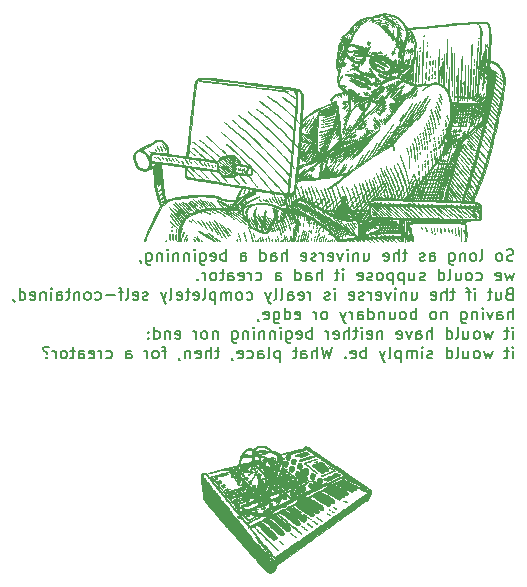
<source format=gbr>
%TF.GenerationSoftware,KiCad,Pcbnew,(5.1.12-1-10_14)*%
%TF.CreationDate,2021-12-12T23:14:55+01:00*%
%TF.ProjectId,Raspberry_modular,52617370-6265-4727-9279-5f6d6f64756c,rev?*%
%TF.SameCoordinates,Original*%
%TF.FileFunction,Legend,Bot*%
%TF.FilePolarity,Positive*%
%FSLAX46Y46*%
G04 Gerber Fmt 4.6, Leading zero omitted, Abs format (unit mm)*
G04 Created by KiCad (PCBNEW (5.1.12-1-10_14)) date 2021-12-12 23:14:55*
%MOMM*%
%LPD*%
G01*
G04 APERTURE LIST*
%ADD10C,0.150000*%
%ADD11C,0.010000*%
G04 APERTURE END LIST*
D10*
X76636023Y-53137761D02*
X76493166Y-53185380D01*
X76255071Y-53185380D01*
X76159833Y-53137761D01*
X76112214Y-53090142D01*
X76064595Y-52994904D01*
X76064595Y-52899666D01*
X76112214Y-52804428D01*
X76159833Y-52756809D01*
X76255071Y-52709190D01*
X76445547Y-52661571D01*
X76540785Y-52613952D01*
X76588404Y-52566333D01*
X76636023Y-52471095D01*
X76636023Y-52375857D01*
X76588404Y-52280619D01*
X76540785Y-52233000D01*
X76445547Y-52185380D01*
X76207452Y-52185380D01*
X76064595Y-52233000D01*
X75493166Y-53185380D02*
X75588404Y-53137761D01*
X75636023Y-53090142D01*
X75683642Y-52994904D01*
X75683642Y-52709190D01*
X75636023Y-52613952D01*
X75588404Y-52566333D01*
X75493166Y-52518714D01*
X75350309Y-52518714D01*
X75255071Y-52566333D01*
X75207452Y-52613952D01*
X75159833Y-52709190D01*
X75159833Y-52994904D01*
X75207452Y-53090142D01*
X75255071Y-53137761D01*
X75350309Y-53185380D01*
X75493166Y-53185380D01*
X73826500Y-53185380D02*
X73921738Y-53137761D01*
X73969357Y-53042523D01*
X73969357Y-52185380D01*
X73302690Y-53185380D02*
X73397928Y-53137761D01*
X73445547Y-53090142D01*
X73493166Y-52994904D01*
X73493166Y-52709190D01*
X73445547Y-52613952D01*
X73397928Y-52566333D01*
X73302690Y-52518714D01*
X73159833Y-52518714D01*
X73064595Y-52566333D01*
X73016976Y-52613952D01*
X72969357Y-52709190D01*
X72969357Y-52994904D01*
X73016976Y-53090142D01*
X73064595Y-53137761D01*
X73159833Y-53185380D01*
X73302690Y-53185380D01*
X72540785Y-52518714D02*
X72540785Y-53185380D01*
X72540785Y-52613952D02*
X72493166Y-52566333D01*
X72397928Y-52518714D01*
X72255071Y-52518714D01*
X72159833Y-52566333D01*
X72112214Y-52661571D01*
X72112214Y-53185380D01*
X71207452Y-52518714D02*
X71207452Y-53328238D01*
X71255071Y-53423476D01*
X71302690Y-53471095D01*
X71397928Y-53518714D01*
X71540785Y-53518714D01*
X71636023Y-53471095D01*
X71207452Y-53137761D02*
X71302690Y-53185380D01*
X71493166Y-53185380D01*
X71588404Y-53137761D01*
X71636023Y-53090142D01*
X71683642Y-52994904D01*
X71683642Y-52709190D01*
X71636023Y-52613952D01*
X71588404Y-52566333D01*
X71493166Y-52518714D01*
X71302690Y-52518714D01*
X71207452Y-52566333D01*
X69540785Y-53185380D02*
X69540785Y-52661571D01*
X69588404Y-52566333D01*
X69683642Y-52518714D01*
X69874119Y-52518714D01*
X69969357Y-52566333D01*
X69540785Y-53137761D02*
X69636023Y-53185380D01*
X69874119Y-53185380D01*
X69969357Y-53137761D01*
X70016976Y-53042523D01*
X70016976Y-52947285D01*
X69969357Y-52852047D01*
X69874119Y-52804428D01*
X69636023Y-52804428D01*
X69540785Y-52756809D01*
X69112214Y-53137761D02*
X69016976Y-53185380D01*
X68826500Y-53185380D01*
X68731261Y-53137761D01*
X68683642Y-53042523D01*
X68683642Y-52994904D01*
X68731261Y-52899666D01*
X68826500Y-52852047D01*
X68969357Y-52852047D01*
X69064595Y-52804428D01*
X69112214Y-52709190D01*
X69112214Y-52661571D01*
X69064595Y-52566333D01*
X68969357Y-52518714D01*
X68826500Y-52518714D01*
X68731261Y-52566333D01*
X67636023Y-52518714D02*
X67255071Y-52518714D01*
X67493166Y-52185380D02*
X67493166Y-53042523D01*
X67445547Y-53137761D01*
X67350309Y-53185380D01*
X67255071Y-53185380D01*
X66921738Y-53185380D02*
X66921738Y-52185380D01*
X66493166Y-53185380D02*
X66493166Y-52661571D01*
X66540785Y-52566333D01*
X66636023Y-52518714D01*
X66778880Y-52518714D01*
X66874119Y-52566333D01*
X66921738Y-52613952D01*
X65636023Y-53137761D02*
X65731261Y-53185380D01*
X65921738Y-53185380D01*
X66016976Y-53137761D01*
X66064595Y-53042523D01*
X66064595Y-52661571D01*
X66016976Y-52566333D01*
X65921738Y-52518714D01*
X65731261Y-52518714D01*
X65636023Y-52566333D01*
X65588404Y-52661571D01*
X65588404Y-52756809D01*
X66064595Y-52852047D01*
X63969357Y-52518714D02*
X63969357Y-53185380D01*
X64397928Y-52518714D02*
X64397928Y-53042523D01*
X64350309Y-53137761D01*
X64255071Y-53185380D01*
X64112214Y-53185380D01*
X64016976Y-53137761D01*
X63969357Y-53090142D01*
X63493166Y-52518714D02*
X63493166Y-53185380D01*
X63493166Y-52613952D02*
X63445547Y-52566333D01*
X63350309Y-52518714D01*
X63207452Y-52518714D01*
X63112214Y-52566333D01*
X63064595Y-52661571D01*
X63064595Y-53185380D01*
X62588404Y-53185380D02*
X62588404Y-52518714D01*
X62588404Y-52185380D02*
X62636023Y-52233000D01*
X62588404Y-52280619D01*
X62540785Y-52233000D01*
X62588404Y-52185380D01*
X62588404Y-52280619D01*
X62207452Y-52518714D02*
X61969357Y-53185380D01*
X61731261Y-52518714D01*
X60969357Y-53137761D02*
X61064595Y-53185380D01*
X61255071Y-53185380D01*
X61350309Y-53137761D01*
X61397928Y-53042523D01*
X61397928Y-52661571D01*
X61350309Y-52566333D01*
X61255071Y-52518714D01*
X61064595Y-52518714D01*
X60969357Y-52566333D01*
X60921738Y-52661571D01*
X60921738Y-52756809D01*
X61397928Y-52852047D01*
X60493166Y-53185380D02*
X60493166Y-52518714D01*
X60493166Y-52709190D02*
X60445547Y-52613952D01*
X60397928Y-52566333D01*
X60302690Y-52518714D01*
X60207452Y-52518714D01*
X59921738Y-53137761D02*
X59826500Y-53185380D01*
X59636023Y-53185380D01*
X59540785Y-53137761D01*
X59493166Y-53042523D01*
X59493166Y-52994904D01*
X59540785Y-52899666D01*
X59636023Y-52852047D01*
X59778880Y-52852047D01*
X59874119Y-52804428D01*
X59921738Y-52709190D01*
X59921738Y-52661571D01*
X59874119Y-52566333D01*
X59778880Y-52518714D01*
X59636023Y-52518714D01*
X59540785Y-52566333D01*
X58683642Y-53137761D02*
X58778880Y-53185380D01*
X58969357Y-53185380D01*
X59064595Y-53137761D01*
X59112214Y-53042523D01*
X59112214Y-52661571D01*
X59064595Y-52566333D01*
X58969357Y-52518714D01*
X58778880Y-52518714D01*
X58683642Y-52566333D01*
X58636023Y-52661571D01*
X58636023Y-52756809D01*
X59112214Y-52852047D01*
X57445547Y-53185380D02*
X57445547Y-52185380D01*
X57016976Y-53185380D02*
X57016976Y-52661571D01*
X57064595Y-52566333D01*
X57159833Y-52518714D01*
X57302690Y-52518714D01*
X57397928Y-52566333D01*
X57445547Y-52613952D01*
X56112214Y-53185380D02*
X56112214Y-52661571D01*
X56159833Y-52566333D01*
X56255071Y-52518714D01*
X56445547Y-52518714D01*
X56540785Y-52566333D01*
X56112214Y-53137761D02*
X56207452Y-53185380D01*
X56445547Y-53185380D01*
X56540785Y-53137761D01*
X56588404Y-53042523D01*
X56588404Y-52947285D01*
X56540785Y-52852047D01*
X56445547Y-52804428D01*
X56207452Y-52804428D01*
X56112214Y-52756809D01*
X55207452Y-53185380D02*
X55207452Y-52185380D01*
X55207452Y-53137761D02*
X55302690Y-53185380D01*
X55493166Y-53185380D01*
X55588404Y-53137761D01*
X55636023Y-53090142D01*
X55683642Y-52994904D01*
X55683642Y-52709190D01*
X55636023Y-52613952D01*
X55588404Y-52566333D01*
X55493166Y-52518714D01*
X55302690Y-52518714D01*
X55207452Y-52566333D01*
X53540785Y-53185380D02*
X53540785Y-52661571D01*
X53588404Y-52566333D01*
X53683642Y-52518714D01*
X53874119Y-52518714D01*
X53969357Y-52566333D01*
X53540785Y-53137761D02*
X53636023Y-53185380D01*
X53874119Y-53185380D01*
X53969357Y-53137761D01*
X54016976Y-53042523D01*
X54016976Y-52947285D01*
X53969357Y-52852047D01*
X53874119Y-52804428D01*
X53636023Y-52804428D01*
X53540785Y-52756809D01*
X52302690Y-53185380D02*
X52302690Y-52185380D01*
X52302690Y-52566333D02*
X52207452Y-52518714D01*
X52016976Y-52518714D01*
X51921738Y-52566333D01*
X51874119Y-52613952D01*
X51826500Y-52709190D01*
X51826500Y-52994904D01*
X51874119Y-53090142D01*
X51921738Y-53137761D01*
X52016976Y-53185380D01*
X52207452Y-53185380D01*
X52302690Y-53137761D01*
X51016976Y-53137761D02*
X51112214Y-53185380D01*
X51302690Y-53185380D01*
X51397928Y-53137761D01*
X51445547Y-53042523D01*
X51445547Y-52661571D01*
X51397928Y-52566333D01*
X51302690Y-52518714D01*
X51112214Y-52518714D01*
X51016976Y-52566333D01*
X50969357Y-52661571D01*
X50969357Y-52756809D01*
X51445547Y-52852047D01*
X50112214Y-52518714D02*
X50112214Y-53328238D01*
X50159833Y-53423476D01*
X50207452Y-53471095D01*
X50302690Y-53518714D01*
X50445547Y-53518714D01*
X50540785Y-53471095D01*
X50112214Y-53137761D02*
X50207452Y-53185380D01*
X50397928Y-53185380D01*
X50493166Y-53137761D01*
X50540785Y-53090142D01*
X50588404Y-52994904D01*
X50588404Y-52709190D01*
X50540785Y-52613952D01*
X50493166Y-52566333D01*
X50397928Y-52518714D01*
X50207452Y-52518714D01*
X50112214Y-52566333D01*
X49636023Y-53185380D02*
X49636023Y-52518714D01*
X49636023Y-52185380D02*
X49683642Y-52233000D01*
X49636023Y-52280619D01*
X49588404Y-52233000D01*
X49636023Y-52185380D01*
X49636023Y-52280619D01*
X49159833Y-52518714D02*
X49159833Y-53185380D01*
X49159833Y-52613952D02*
X49112214Y-52566333D01*
X49016976Y-52518714D01*
X48874119Y-52518714D01*
X48778880Y-52566333D01*
X48731261Y-52661571D01*
X48731261Y-53185380D01*
X48255071Y-52518714D02*
X48255071Y-53185380D01*
X48255071Y-52613952D02*
X48207452Y-52566333D01*
X48112214Y-52518714D01*
X47969357Y-52518714D01*
X47874119Y-52566333D01*
X47826500Y-52661571D01*
X47826500Y-53185380D01*
X47350309Y-53185380D02*
X47350309Y-52518714D01*
X47350309Y-52185380D02*
X47397928Y-52233000D01*
X47350309Y-52280619D01*
X47302690Y-52233000D01*
X47350309Y-52185380D01*
X47350309Y-52280619D01*
X46874119Y-52518714D02*
X46874119Y-53185380D01*
X46874119Y-52613952D02*
X46826500Y-52566333D01*
X46731261Y-52518714D01*
X46588404Y-52518714D01*
X46493166Y-52566333D01*
X46445547Y-52661571D01*
X46445547Y-53185380D01*
X45540785Y-52518714D02*
X45540785Y-53328238D01*
X45588404Y-53423476D01*
X45636023Y-53471095D01*
X45731261Y-53518714D01*
X45874119Y-53518714D01*
X45969357Y-53471095D01*
X45540785Y-53137761D02*
X45636023Y-53185380D01*
X45826500Y-53185380D01*
X45921738Y-53137761D01*
X45969357Y-53090142D01*
X46016976Y-52994904D01*
X46016976Y-52709190D01*
X45969357Y-52613952D01*
X45921738Y-52566333D01*
X45826500Y-52518714D01*
X45636023Y-52518714D01*
X45540785Y-52566333D01*
X45016976Y-53137761D02*
X45016976Y-53185380D01*
X45064595Y-53280619D01*
X45112214Y-53328238D01*
X76683642Y-54168714D02*
X76493166Y-54835380D01*
X76302690Y-54359190D01*
X76112214Y-54835380D01*
X75921738Y-54168714D01*
X75159833Y-54787761D02*
X75255071Y-54835380D01*
X75445547Y-54835380D01*
X75540785Y-54787761D01*
X75588404Y-54692523D01*
X75588404Y-54311571D01*
X75540785Y-54216333D01*
X75445547Y-54168714D01*
X75255071Y-54168714D01*
X75159833Y-54216333D01*
X75112214Y-54311571D01*
X75112214Y-54406809D01*
X75588404Y-54502047D01*
X73493166Y-54787761D02*
X73588404Y-54835380D01*
X73778880Y-54835380D01*
X73874119Y-54787761D01*
X73921738Y-54740142D01*
X73969357Y-54644904D01*
X73969357Y-54359190D01*
X73921738Y-54263952D01*
X73874119Y-54216333D01*
X73778880Y-54168714D01*
X73588404Y-54168714D01*
X73493166Y-54216333D01*
X72921738Y-54835380D02*
X73016976Y-54787761D01*
X73064595Y-54740142D01*
X73112214Y-54644904D01*
X73112214Y-54359190D01*
X73064595Y-54263952D01*
X73016976Y-54216333D01*
X72921738Y-54168714D01*
X72778880Y-54168714D01*
X72683642Y-54216333D01*
X72636023Y-54263952D01*
X72588404Y-54359190D01*
X72588404Y-54644904D01*
X72636023Y-54740142D01*
X72683642Y-54787761D01*
X72778880Y-54835380D01*
X72921738Y-54835380D01*
X71731261Y-54168714D02*
X71731261Y-54835380D01*
X72159833Y-54168714D02*
X72159833Y-54692523D01*
X72112214Y-54787761D01*
X72016976Y-54835380D01*
X71874119Y-54835380D01*
X71778880Y-54787761D01*
X71731261Y-54740142D01*
X71112214Y-54835380D02*
X71207452Y-54787761D01*
X71255071Y-54692523D01*
X71255071Y-53835380D01*
X70302690Y-54835380D02*
X70302690Y-53835380D01*
X70302690Y-54787761D02*
X70397928Y-54835380D01*
X70588404Y-54835380D01*
X70683642Y-54787761D01*
X70731261Y-54740142D01*
X70778880Y-54644904D01*
X70778880Y-54359190D01*
X70731261Y-54263952D01*
X70683642Y-54216333D01*
X70588404Y-54168714D01*
X70397928Y-54168714D01*
X70302690Y-54216333D01*
X69112214Y-54787761D02*
X69016976Y-54835380D01*
X68826500Y-54835380D01*
X68731261Y-54787761D01*
X68683642Y-54692523D01*
X68683642Y-54644904D01*
X68731261Y-54549666D01*
X68826500Y-54502047D01*
X68969357Y-54502047D01*
X69064595Y-54454428D01*
X69112214Y-54359190D01*
X69112214Y-54311571D01*
X69064595Y-54216333D01*
X68969357Y-54168714D01*
X68826500Y-54168714D01*
X68731261Y-54216333D01*
X67826500Y-54168714D02*
X67826500Y-54835380D01*
X68255071Y-54168714D02*
X68255071Y-54692523D01*
X68207452Y-54787761D01*
X68112214Y-54835380D01*
X67969357Y-54835380D01*
X67874119Y-54787761D01*
X67826500Y-54740142D01*
X67350309Y-54168714D02*
X67350309Y-55168714D01*
X67350309Y-54216333D02*
X67255071Y-54168714D01*
X67064595Y-54168714D01*
X66969357Y-54216333D01*
X66921738Y-54263952D01*
X66874119Y-54359190D01*
X66874119Y-54644904D01*
X66921738Y-54740142D01*
X66969357Y-54787761D01*
X67064595Y-54835380D01*
X67255071Y-54835380D01*
X67350309Y-54787761D01*
X66445547Y-54168714D02*
X66445547Y-55168714D01*
X66445547Y-54216333D02*
X66350309Y-54168714D01*
X66159833Y-54168714D01*
X66064595Y-54216333D01*
X66016976Y-54263952D01*
X65969357Y-54359190D01*
X65969357Y-54644904D01*
X66016976Y-54740142D01*
X66064595Y-54787761D01*
X66159833Y-54835380D01*
X66350309Y-54835380D01*
X66445547Y-54787761D01*
X65397928Y-54835380D02*
X65493166Y-54787761D01*
X65540785Y-54740142D01*
X65588404Y-54644904D01*
X65588404Y-54359190D01*
X65540785Y-54263952D01*
X65493166Y-54216333D01*
X65397928Y-54168714D01*
X65255071Y-54168714D01*
X65159833Y-54216333D01*
X65112214Y-54263952D01*
X65064595Y-54359190D01*
X65064595Y-54644904D01*
X65112214Y-54740142D01*
X65159833Y-54787761D01*
X65255071Y-54835380D01*
X65397928Y-54835380D01*
X64683642Y-54787761D02*
X64588404Y-54835380D01*
X64397928Y-54835380D01*
X64302690Y-54787761D01*
X64255071Y-54692523D01*
X64255071Y-54644904D01*
X64302690Y-54549666D01*
X64397928Y-54502047D01*
X64540785Y-54502047D01*
X64636023Y-54454428D01*
X64683642Y-54359190D01*
X64683642Y-54311571D01*
X64636023Y-54216333D01*
X64540785Y-54168714D01*
X64397928Y-54168714D01*
X64302690Y-54216333D01*
X63445547Y-54787761D02*
X63540785Y-54835380D01*
X63731261Y-54835380D01*
X63826500Y-54787761D01*
X63874119Y-54692523D01*
X63874119Y-54311571D01*
X63826500Y-54216333D01*
X63731261Y-54168714D01*
X63540785Y-54168714D01*
X63445547Y-54216333D01*
X63397928Y-54311571D01*
X63397928Y-54406809D01*
X63874119Y-54502047D01*
X62207452Y-54835380D02*
X62207452Y-54168714D01*
X62207452Y-53835380D02*
X62255071Y-53883000D01*
X62207452Y-53930619D01*
X62159833Y-53883000D01*
X62207452Y-53835380D01*
X62207452Y-53930619D01*
X61874119Y-54168714D02*
X61493166Y-54168714D01*
X61731261Y-53835380D02*
X61731261Y-54692523D01*
X61683642Y-54787761D01*
X61588404Y-54835380D01*
X61493166Y-54835380D01*
X60397928Y-54835380D02*
X60397928Y-53835380D01*
X59969357Y-54835380D02*
X59969357Y-54311571D01*
X60016976Y-54216333D01*
X60112214Y-54168714D01*
X60255071Y-54168714D01*
X60350309Y-54216333D01*
X60397928Y-54263952D01*
X59064595Y-54835380D02*
X59064595Y-54311571D01*
X59112214Y-54216333D01*
X59207452Y-54168714D01*
X59397928Y-54168714D01*
X59493166Y-54216333D01*
X59064595Y-54787761D02*
X59159833Y-54835380D01*
X59397928Y-54835380D01*
X59493166Y-54787761D01*
X59540785Y-54692523D01*
X59540785Y-54597285D01*
X59493166Y-54502047D01*
X59397928Y-54454428D01*
X59159833Y-54454428D01*
X59064595Y-54406809D01*
X58159833Y-54835380D02*
X58159833Y-53835380D01*
X58159833Y-54787761D02*
X58255071Y-54835380D01*
X58445547Y-54835380D01*
X58540785Y-54787761D01*
X58588404Y-54740142D01*
X58636023Y-54644904D01*
X58636023Y-54359190D01*
X58588404Y-54263952D01*
X58540785Y-54216333D01*
X58445547Y-54168714D01*
X58255071Y-54168714D01*
X58159833Y-54216333D01*
X56493166Y-54835380D02*
X56493166Y-54311571D01*
X56540785Y-54216333D01*
X56636023Y-54168714D01*
X56826500Y-54168714D01*
X56921738Y-54216333D01*
X56493166Y-54787761D02*
X56588404Y-54835380D01*
X56826500Y-54835380D01*
X56921738Y-54787761D01*
X56969357Y-54692523D01*
X56969357Y-54597285D01*
X56921738Y-54502047D01*
X56826500Y-54454428D01*
X56588404Y-54454428D01*
X56493166Y-54406809D01*
X54826500Y-54787761D02*
X54921738Y-54835380D01*
X55112214Y-54835380D01*
X55207452Y-54787761D01*
X55255071Y-54740142D01*
X55302690Y-54644904D01*
X55302690Y-54359190D01*
X55255071Y-54263952D01*
X55207452Y-54216333D01*
X55112214Y-54168714D01*
X54921738Y-54168714D01*
X54826500Y-54216333D01*
X54397928Y-54835380D02*
X54397928Y-54168714D01*
X54397928Y-54359190D02*
X54350309Y-54263952D01*
X54302690Y-54216333D01*
X54207452Y-54168714D01*
X54112214Y-54168714D01*
X53397928Y-54787761D02*
X53493166Y-54835380D01*
X53683642Y-54835380D01*
X53778880Y-54787761D01*
X53826500Y-54692523D01*
X53826500Y-54311571D01*
X53778880Y-54216333D01*
X53683642Y-54168714D01*
X53493166Y-54168714D01*
X53397928Y-54216333D01*
X53350309Y-54311571D01*
X53350309Y-54406809D01*
X53826500Y-54502047D01*
X52493166Y-54835380D02*
X52493166Y-54311571D01*
X52540785Y-54216333D01*
X52636023Y-54168714D01*
X52826500Y-54168714D01*
X52921738Y-54216333D01*
X52493166Y-54787761D02*
X52588404Y-54835380D01*
X52826500Y-54835380D01*
X52921738Y-54787761D01*
X52969357Y-54692523D01*
X52969357Y-54597285D01*
X52921738Y-54502047D01*
X52826500Y-54454428D01*
X52588404Y-54454428D01*
X52493166Y-54406809D01*
X52159833Y-54168714D02*
X51778880Y-54168714D01*
X52016976Y-53835380D02*
X52016976Y-54692523D01*
X51969357Y-54787761D01*
X51874119Y-54835380D01*
X51778880Y-54835380D01*
X51302690Y-54835380D02*
X51397928Y-54787761D01*
X51445547Y-54740142D01*
X51493166Y-54644904D01*
X51493166Y-54359190D01*
X51445547Y-54263952D01*
X51397928Y-54216333D01*
X51302690Y-54168714D01*
X51159833Y-54168714D01*
X51064595Y-54216333D01*
X51016976Y-54263952D01*
X50969357Y-54359190D01*
X50969357Y-54644904D01*
X51016976Y-54740142D01*
X51064595Y-54787761D01*
X51159833Y-54835380D01*
X51302690Y-54835380D01*
X50540785Y-54835380D02*
X50540785Y-54168714D01*
X50540785Y-54359190D02*
X50493166Y-54263952D01*
X50445547Y-54216333D01*
X50350309Y-54168714D01*
X50255071Y-54168714D01*
X49921738Y-54740142D02*
X49874119Y-54787761D01*
X49921738Y-54835380D01*
X49969357Y-54787761D01*
X49921738Y-54740142D01*
X49921738Y-54835380D01*
X76255071Y-55961571D02*
X76112214Y-56009190D01*
X76064595Y-56056809D01*
X76016976Y-56152047D01*
X76016976Y-56294904D01*
X76064595Y-56390142D01*
X76112214Y-56437761D01*
X76207452Y-56485380D01*
X76588404Y-56485380D01*
X76588404Y-55485380D01*
X76255071Y-55485380D01*
X76159833Y-55533000D01*
X76112214Y-55580619D01*
X76064595Y-55675857D01*
X76064595Y-55771095D01*
X76112214Y-55866333D01*
X76159833Y-55913952D01*
X76255071Y-55961571D01*
X76588404Y-55961571D01*
X75159833Y-55818714D02*
X75159833Y-56485380D01*
X75588404Y-55818714D02*
X75588404Y-56342523D01*
X75540785Y-56437761D01*
X75445547Y-56485380D01*
X75302690Y-56485380D01*
X75207452Y-56437761D01*
X75159833Y-56390142D01*
X74826500Y-55818714D02*
X74445547Y-55818714D01*
X74683642Y-55485380D02*
X74683642Y-56342523D01*
X74636023Y-56437761D01*
X74540785Y-56485380D01*
X74445547Y-56485380D01*
X73350309Y-56485380D02*
X73350309Y-55818714D01*
X73350309Y-55485380D02*
X73397928Y-55533000D01*
X73350309Y-55580619D01*
X73302690Y-55533000D01*
X73350309Y-55485380D01*
X73350309Y-55580619D01*
X73016976Y-55818714D02*
X72636023Y-55818714D01*
X72874119Y-56485380D02*
X72874119Y-55628238D01*
X72826500Y-55533000D01*
X72731261Y-55485380D01*
X72636023Y-55485380D01*
X71683642Y-55818714D02*
X71302690Y-55818714D01*
X71540785Y-55485380D02*
X71540785Y-56342523D01*
X71493166Y-56437761D01*
X71397928Y-56485380D01*
X71302690Y-56485380D01*
X70969357Y-56485380D02*
X70969357Y-55485380D01*
X70540785Y-56485380D02*
X70540785Y-55961571D01*
X70588404Y-55866333D01*
X70683642Y-55818714D01*
X70826500Y-55818714D01*
X70921738Y-55866333D01*
X70969357Y-55913952D01*
X69683642Y-56437761D02*
X69778880Y-56485380D01*
X69969357Y-56485380D01*
X70064595Y-56437761D01*
X70112214Y-56342523D01*
X70112214Y-55961571D01*
X70064595Y-55866333D01*
X69969357Y-55818714D01*
X69778880Y-55818714D01*
X69683642Y-55866333D01*
X69636023Y-55961571D01*
X69636023Y-56056809D01*
X70112214Y-56152047D01*
X68016976Y-55818714D02*
X68016976Y-56485380D01*
X68445547Y-55818714D02*
X68445547Y-56342523D01*
X68397928Y-56437761D01*
X68302690Y-56485380D01*
X68159833Y-56485380D01*
X68064595Y-56437761D01*
X68016976Y-56390142D01*
X67540785Y-55818714D02*
X67540785Y-56485380D01*
X67540785Y-55913952D02*
X67493166Y-55866333D01*
X67397928Y-55818714D01*
X67255071Y-55818714D01*
X67159833Y-55866333D01*
X67112214Y-55961571D01*
X67112214Y-56485380D01*
X66636023Y-56485380D02*
X66636023Y-55818714D01*
X66636023Y-55485380D02*
X66683642Y-55533000D01*
X66636023Y-55580619D01*
X66588404Y-55533000D01*
X66636023Y-55485380D01*
X66636023Y-55580619D01*
X66255071Y-55818714D02*
X66016976Y-56485380D01*
X65778880Y-55818714D01*
X65016976Y-56437761D02*
X65112214Y-56485380D01*
X65302690Y-56485380D01*
X65397928Y-56437761D01*
X65445547Y-56342523D01*
X65445547Y-55961571D01*
X65397928Y-55866333D01*
X65302690Y-55818714D01*
X65112214Y-55818714D01*
X65016976Y-55866333D01*
X64969357Y-55961571D01*
X64969357Y-56056809D01*
X65445547Y-56152047D01*
X64540785Y-56485380D02*
X64540785Y-55818714D01*
X64540785Y-56009190D02*
X64493166Y-55913952D01*
X64445547Y-55866333D01*
X64350309Y-55818714D01*
X64255071Y-55818714D01*
X63969357Y-56437761D02*
X63874119Y-56485380D01*
X63683642Y-56485380D01*
X63588404Y-56437761D01*
X63540785Y-56342523D01*
X63540785Y-56294904D01*
X63588404Y-56199666D01*
X63683642Y-56152047D01*
X63826500Y-56152047D01*
X63921738Y-56104428D01*
X63969357Y-56009190D01*
X63969357Y-55961571D01*
X63921738Y-55866333D01*
X63826500Y-55818714D01*
X63683642Y-55818714D01*
X63588404Y-55866333D01*
X62731261Y-56437761D02*
X62826500Y-56485380D01*
X63016976Y-56485380D01*
X63112214Y-56437761D01*
X63159833Y-56342523D01*
X63159833Y-55961571D01*
X63112214Y-55866333D01*
X63016976Y-55818714D01*
X62826500Y-55818714D01*
X62731261Y-55866333D01*
X62683642Y-55961571D01*
X62683642Y-56056809D01*
X63159833Y-56152047D01*
X61493166Y-56485380D02*
X61493166Y-55818714D01*
X61493166Y-55485380D02*
X61540785Y-55533000D01*
X61493166Y-55580619D01*
X61445547Y-55533000D01*
X61493166Y-55485380D01*
X61493166Y-55580619D01*
X61064595Y-56437761D02*
X60969357Y-56485380D01*
X60778880Y-56485380D01*
X60683642Y-56437761D01*
X60636023Y-56342523D01*
X60636023Y-56294904D01*
X60683642Y-56199666D01*
X60778880Y-56152047D01*
X60921738Y-56152047D01*
X61016976Y-56104428D01*
X61064595Y-56009190D01*
X61064595Y-55961571D01*
X61016976Y-55866333D01*
X60921738Y-55818714D01*
X60778880Y-55818714D01*
X60683642Y-55866333D01*
X59445547Y-56485380D02*
X59445547Y-55818714D01*
X59445547Y-56009190D02*
X59397928Y-55913952D01*
X59350309Y-55866333D01*
X59255071Y-55818714D01*
X59159833Y-55818714D01*
X58445547Y-56437761D02*
X58540785Y-56485380D01*
X58731261Y-56485380D01*
X58826499Y-56437761D01*
X58874119Y-56342523D01*
X58874119Y-55961571D01*
X58826499Y-55866333D01*
X58731261Y-55818714D01*
X58540785Y-55818714D01*
X58445547Y-55866333D01*
X58397928Y-55961571D01*
X58397928Y-56056809D01*
X58874119Y-56152047D01*
X57540785Y-56485380D02*
X57540785Y-55961571D01*
X57588404Y-55866333D01*
X57683642Y-55818714D01*
X57874119Y-55818714D01*
X57969357Y-55866333D01*
X57540785Y-56437761D02*
X57636023Y-56485380D01*
X57874119Y-56485380D01*
X57969357Y-56437761D01*
X58016976Y-56342523D01*
X58016976Y-56247285D01*
X57969357Y-56152047D01*
X57874119Y-56104428D01*
X57636023Y-56104428D01*
X57540785Y-56056809D01*
X56921738Y-56485380D02*
X57016976Y-56437761D01*
X57064595Y-56342523D01*
X57064595Y-55485380D01*
X56397928Y-56485380D02*
X56493166Y-56437761D01*
X56540785Y-56342523D01*
X56540785Y-55485380D01*
X56112214Y-55818714D02*
X55874119Y-56485380D01*
X55636023Y-55818714D02*
X55874119Y-56485380D01*
X55969357Y-56723476D01*
X56016976Y-56771095D01*
X56112214Y-56818714D01*
X54064595Y-56437761D02*
X54159833Y-56485380D01*
X54350309Y-56485380D01*
X54445547Y-56437761D01*
X54493166Y-56390142D01*
X54540785Y-56294904D01*
X54540785Y-56009190D01*
X54493166Y-55913952D01*
X54445547Y-55866333D01*
X54350309Y-55818714D01*
X54159833Y-55818714D01*
X54064595Y-55866333D01*
X53493166Y-56485380D02*
X53588404Y-56437761D01*
X53636023Y-56390142D01*
X53683642Y-56294904D01*
X53683642Y-56009190D01*
X53636023Y-55913952D01*
X53588404Y-55866333D01*
X53493166Y-55818714D01*
X53350309Y-55818714D01*
X53255071Y-55866333D01*
X53207452Y-55913952D01*
X53159833Y-56009190D01*
X53159833Y-56294904D01*
X53207452Y-56390142D01*
X53255071Y-56437761D01*
X53350309Y-56485380D01*
X53493166Y-56485380D01*
X52731261Y-56485380D02*
X52731261Y-55818714D01*
X52731261Y-55913952D02*
X52683642Y-55866333D01*
X52588404Y-55818714D01*
X52445547Y-55818714D01*
X52350309Y-55866333D01*
X52302690Y-55961571D01*
X52302690Y-56485380D01*
X52302690Y-55961571D02*
X52255071Y-55866333D01*
X52159833Y-55818714D01*
X52016976Y-55818714D01*
X51921738Y-55866333D01*
X51874119Y-55961571D01*
X51874119Y-56485380D01*
X51397928Y-55818714D02*
X51397928Y-56818714D01*
X51397928Y-55866333D02*
X51302690Y-55818714D01*
X51112214Y-55818714D01*
X51016976Y-55866333D01*
X50969357Y-55913952D01*
X50921738Y-56009190D01*
X50921738Y-56294904D01*
X50969357Y-56390142D01*
X51016976Y-56437761D01*
X51112214Y-56485380D01*
X51302690Y-56485380D01*
X51397928Y-56437761D01*
X50350309Y-56485380D02*
X50445547Y-56437761D01*
X50493166Y-56342523D01*
X50493166Y-55485380D01*
X49588404Y-56437761D02*
X49683642Y-56485380D01*
X49874119Y-56485380D01*
X49969357Y-56437761D01*
X50016976Y-56342523D01*
X50016976Y-55961571D01*
X49969357Y-55866333D01*
X49874119Y-55818714D01*
X49683642Y-55818714D01*
X49588404Y-55866333D01*
X49540785Y-55961571D01*
X49540785Y-56056809D01*
X50016976Y-56152047D01*
X49255071Y-55818714D02*
X48874119Y-55818714D01*
X49112214Y-55485380D02*
X49112214Y-56342523D01*
X49064595Y-56437761D01*
X48969357Y-56485380D01*
X48874119Y-56485380D01*
X48159833Y-56437761D02*
X48255071Y-56485380D01*
X48445547Y-56485380D01*
X48540785Y-56437761D01*
X48588404Y-56342523D01*
X48588404Y-55961571D01*
X48540785Y-55866333D01*
X48445547Y-55818714D01*
X48255071Y-55818714D01*
X48159833Y-55866333D01*
X48112214Y-55961571D01*
X48112214Y-56056809D01*
X48588404Y-56152047D01*
X47540785Y-56485380D02*
X47636023Y-56437761D01*
X47683642Y-56342523D01*
X47683642Y-55485380D01*
X47255071Y-55818714D02*
X47016976Y-56485380D01*
X46778880Y-55818714D02*
X47016976Y-56485380D01*
X47112214Y-56723476D01*
X47159833Y-56771095D01*
X47255071Y-56818714D01*
X45683642Y-56437761D02*
X45588404Y-56485380D01*
X45397928Y-56485380D01*
X45302690Y-56437761D01*
X45255071Y-56342523D01*
X45255071Y-56294904D01*
X45302690Y-56199666D01*
X45397928Y-56152047D01*
X45540785Y-56152047D01*
X45636023Y-56104428D01*
X45683642Y-56009190D01*
X45683642Y-55961571D01*
X45636023Y-55866333D01*
X45540785Y-55818714D01*
X45397928Y-55818714D01*
X45302690Y-55866333D01*
X44445547Y-56437761D02*
X44540785Y-56485380D01*
X44731261Y-56485380D01*
X44826500Y-56437761D01*
X44874119Y-56342523D01*
X44874119Y-55961571D01*
X44826500Y-55866333D01*
X44731261Y-55818714D01*
X44540785Y-55818714D01*
X44445547Y-55866333D01*
X44397928Y-55961571D01*
X44397928Y-56056809D01*
X44874119Y-56152047D01*
X43826500Y-56485380D02*
X43921738Y-56437761D01*
X43969357Y-56342523D01*
X43969357Y-55485380D01*
X43588404Y-55818714D02*
X43207452Y-55818714D01*
X43445547Y-56485380D02*
X43445547Y-55628238D01*
X43397928Y-55533000D01*
X43302690Y-55485380D01*
X43207452Y-55485380D01*
X42874119Y-56104428D02*
X42112214Y-56104428D01*
X41207452Y-56437761D02*
X41302690Y-56485380D01*
X41493166Y-56485380D01*
X41588404Y-56437761D01*
X41636023Y-56390142D01*
X41683642Y-56294904D01*
X41683642Y-56009190D01*
X41636023Y-55913952D01*
X41588404Y-55866333D01*
X41493166Y-55818714D01*
X41302690Y-55818714D01*
X41207452Y-55866333D01*
X40636023Y-56485380D02*
X40731261Y-56437761D01*
X40778880Y-56390142D01*
X40826500Y-56294904D01*
X40826500Y-56009190D01*
X40778880Y-55913952D01*
X40731261Y-55866333D01*
X40636023Y-55818714D01*
X40493166Y-55818714D01*
X40397928Y-55866333D01*
X40350309Y-55913952D01*
X40302690Y-56009190D01*
X40302690Y-56294904D01*
X40350309Y-56390142D01*
X40397928Y-56437761D01*
X40493166Y-56485380D01*
X40636023Y-56485380D01*
X39874119Y-55818714D02*
X39874119Y-56485380D01*
X39874119Y-55913952D02*
X39826500Y-55866333D01*
X39731261Y-55818714D01*
X39588404Y-55818714D01*
X39493166Y-55866333D01*
X39445547Y-55961571D01*
X39445547Y-56485380D01*
X39112214Y-55818714D02*
X38731261Y-55818714D01*
X38969357Y-55485380D02*
X38969357Y-56342523D01*
X38921738Y-56437761D01*
X38826500Y-56485380D01*
X38731261Y-56485380D01*
X37969357Y-56485380D02*
X37969357Y-55961571D01*
X38016976Y-55866333D01*
X38112214Y-55818714D01*
X38302690Y-55818714D01*
X38397928Y-55866333D01*
X37969357Y-56437761D02*
X38064595Y-56485380D01*
X38302690Y-56485380D01*
X38397928Y-56437761D01*
X38445547Y-56342523D01*
X38445547Y-56247285D01*
X38397928Y-56152047D01*
X38302690Y-56104428D01*
X38064595Y-56104428D01*
X37969357Y-56056809D01*
X37493166Y-56485380D02*
X37493166Y-55818714D01*
X37493166Y-55485380D02*
X37540785Y-55533000D01*
X37493166Y-55580619D01*
X37445547Y-55533000D01*
X37493166Y-55485380D01*
X37493166Y-55580619D01*
X37016976Y-55818714D02*
X37016976Y-56485380D01*
X37016976Y-55913952D02*
X36969357Y-55866333D01*
X36874119Y-55818714D01*
X36731261Y-55818714D01*
X36636023Y-55866333D01*
X36588404Y-55961571D01*
X36588404Y-56485380D01*
X35731261Y-56437761D02*
X35826500Y-56485380D01*
X36016976Y-56485380D01*
X36112214Y-56437761D01*
X36159833Y-56342523D01*
X36159833Y-55961571D01*
X36112214Y-55866333D01*
X36016976Y-55818714D01*
X35826500Y-55818714D01*
X35731261Y-55866333D01*
X35683642Y-55961571D01*
X35683642Y-56056809D01*
X36159833Y-56152047D01*
X34826500Y-56485380D02*
X34826500Y-55485380D01*
X34826500Y-56437761D02*
X34921738Y-56485380D01*
X35112214Y-56485380D01*
X35207452Y-56437761D01*
X35255071Y-56390142D01*
X35302690Y-56294904D01*
X35302690Y-56009190D01*
X35255071Y-55913952D01*
X35207452Y-55866333D01*
X35112214Y-55818714D01*
X34921738Y-55818714D01*
X34826500Y-55866333D01*
X34302690Y-56437761D02*
X34302690Y-56485380D01*
X34350309Y-56580619D01*
X34397928Y-56628238D01*
X76588404Y-58135380D02*
X76588404Y-57135380D01*
X76159833Y-58135380D02*
X76159833Y-57611571D01*
X76207452Y-57516333D01*
X76302690Y-57468714D01*
X76445547Y-57468714D01*
X76540785Y-57516333D01*
X76588404Y-57563952D01*
X75255071Y-58135380D02*
X75255071Y-57611571D01*
X75302690Y-57516333D01*
X75397928Y-57468714D01*
X75588404Y-57468714D01*
X75683642Y-57516333D01*
X75255071Y-58087761D02*
X75350309Y-58135380D01*
X75588404Y-58135380D01*
X75683642Y-58087761D01*
X75731261Y-57992523D01*
X75731261Y-57897285D01*
X75683642Y-57802047D01*
X75588404Y-57754428D01*
X75350309Y-57754428D01*
X75255071Y-57706809D01*
X74874119Y-57468714D02*
X74636023Y-58135380D01*
X74397928Y-57468714D01*
X74016976Y-58135380D02*
X74016976Y-57468714D01*
X74016976Y-57135380D02*
X74064595Y-57183000D01*
X74016976Y-57230619D01*
X73969357Y-57183000D01*
X74016976Y-57135380D01*
X74016976Y-57230619D01*
X73540785Y-57468714D02*
X73540785Y-58135380D01*
X73540785Y-57563952D02*
X73493166Y-57516333D01*
X73397928Y-57468714D01*
X73255071Y-57468714D01*
X73159833Y-57516333D01*
X73112214Y-57611571D01*
X73112214Y-58135380D01*
X72207452Y-57468714D02*
X72207452Y-58278238D01*
X72255071Y-58373476D01*
X72302690Y-58421095D01*
X72397928Y-58468714D01*
X72540785Y-58468714D01*
X72636023Y-58421095D01*
X72207452Y-58087761D02*
X72302690Y-58135380D01*
X72493166Y-58135380D01*
X72588404Y-58087761D01*
X72636023Y-58040142D01*
X72683642Y-57944904D01*
X72683642Y-57659190D01*
X72636023Y-57563952D01*
X72588404Y-57516333D01*
X72493166Y-57468714D01*
X72302690Y-57468714D01*
X72207452Y-57516333D01*
X70969357Y-57468714D02*
X70969357Y-58135380D01*
X70969357Y-57563952D02*
X70921738Y-57516333D01*
X70826500Y-57468714D01*
X70683642Y-57468714D01*
X70588404Y-57516333D01*
X70540785Y-57611571D01*
X70540785Y-58135380D01*
X69921738Y-58135380D02*
X70016976Y-58087761D01*
X70064595Y-58040142D01*
X70112214Y-57944904D01*
X70112214Y-57659190D01*
X70064595Y-57563952D01*
X70016976Y-57516333D01*
X69921738Y-57468714D01*
X69778880Y-57468714D01*
X69683642Y-57516333D01*
X69636023Y-57563952D01*
X69588404Y-57659190D01*
X69588404Y-57944904D01*
X69636023Y-58040142D01*
X69683642Y-58087761D01*
X69778880Y-58135380D01*
X69921738Y-58135380D01*
X68397928Y-58135380D02*
X68397928Y-57135380D01*
X68397928Y-57516333D02*
X68302690Y-57468714D01*
X68112214Y-57468714D01*
X68016976Y-57516333D01*
X67969357Y-57563952D01*
X67921738Y-57659190D01*
X67921738Y-57944904D01*
X67969357Y-58040142D01*
X68016976Y-58087761D01*
X68112214Y-58135380D01*
X68302690Y-58135380D01*
X68397928Y-58087761D01*
X67350309Y-58135380D02*
X67445547Y-58087761D01*
X67493166Y-58040142D01*
X67540785Y-57944904D01*
X67540785Y-57659190D01*
X67493166Y-57563952D01*
X67445547Y-57516333D01*
X67350309Y-57468714D01*
X67207452Y-57468714D01*
X67112214Y-57516333D01*
X67064595Y-57563952D01*
X67016976Y-57659190D01*
X67016976Y-57944904D01*
X67064595Y-58040142D01*
X67112214Y-58087761D01*
X67207452Y-58135380D01*
X67350309Y-58135380D01*
X66159833Y-57468714D02*
X66159833Y-58135380D01*
X66588404Y-57468714D02*
X66588404Y-57992523D01*
X66540785Y-58087761D01*
X66445547Y-58135380D01*
X66302690Y-58135380D01*
X66207452Y-58087761D01*
X66159833Y-58040142D01*
X65683642Y-57468714D02*
X65683642Y-58135380D01*
X65683642Y-57563952D02*
X65636023Y-57516333D01*
X65540785Y-57468714D01*
X65397928Y-57468714D01*
X65302690Y-57516333D01*
X65255071Y-57611571D01*
X65255071Y-58135380D01*
X64350309Y-58135380D02*
X64350309Y-57135380D01*
X64350309Y-58087761D02*
X64445547Y-58135380D01*
X64636023Y-58135380D01*
X64731261Y-58087761D01*
X64778880Y-58040142D01*
X64826500Y-57944904D01*
X64826500Y-57659190D01*
X64778880Y-57563952D01*
X64731261Y-57516333D01*
X64636023Y-57468714D01*
X64445547Y-57468714D01*
X64350309Y-57516333D01*
X63445547Y-58135380D02*
X63445547Y-57611571D01*
X63493166Y-57516333D01*
X63588404Y-57468714D01*
X63778880Y-57468714D01*
X63874119Y-57516333D01*
X63445547Y-58087761D02*
X63540785Y-58135380D01*
X63778880Y-58135380D01*
X63874119Y-58087761D01*
X63921738Y-57992523D01*
X63921738Y-57897285D01*
X63874119Y-57802047D01*
X63778880Y-57754428D01*
X63540785Y-57754428D01*
X63445547Y-57706809D01*
X62969357Y-58135380D02*
X62969357Y-57468714D01*
X62969357Y-57659190D02*
X62921738Y-57563952D01*
X62874119Y-57516333D01*
X62778880Y-57468714D01*
X62683642Y-57468714D01*
X62445547Y-57468714D02*
X62207452Y-58135380D01*
X61969357Y-57468714D02*
X62207452Y-58135380D01*
X62302690Y-58373476D01*
X62350309Y-58421095D01*
X62445547Y-58468714D01*
X60683642Y-58135380D02*
X60778880Y-58087761D01*
X60826500Y-58040142D01*
X60874119Y-57944904D01*
X60874119Y-57659190D01*
X60826500Y-57563952D01*
X60778880Y-57516333D01*
X60683642Y-57468714D01*
X60540785Y-57468714D01*
X60445547Y-57516333D01*
X60397928Y-57563952D01*
X60350309Y-57659190D01*
X60350309Y-57944904D01*
X60397928Y-58040142D01*
X60445547Y-58087761D01*
X60540785Y-58135380D01*
X60683642Y-58135380D01*
X59921738Y-58135380D02*
X59921738Y-57468714D01*
X59921738Y-57659190D02*
X59874119Y-57563952D01*
X59826500Y-57516333D01*
X59731261Y-57468714D01*
X59636023Y-57468714D01*
X58159833Y-58087761D02*
X58255071Y-58135380D01*
X58445547Y-58135380D01*
X58540785Y-58087761D01*
X58588404Y-57992523D01*
X58588404Y-57611571D01*
X58540785Y-57516333D01*
X58445547Y-57468714D01*
X58255071Y-57468714D01*
X58159833Y-57516333D01*
X58112214Y-57611571D01*
X58112214Y-57706809D01*
X58588404Y-57802047D01*
X57255071Y-58135380D02*
X57255071Y-57135380D01*
X57255071Y-58087761D02*
X57350309Y-58135380D01*
X57540785Y-58135380D01*
X57636023Y-58087761D01*
X57683642Y-58040142D01*
X57731261Y-57944904D01*
X57731261Y-57659190D01*
X57683642Y-57563952D01*
X57636023Y-57516333D01*
X57540785Y-57468714D01*
X57350309Y-57468714D01*
X57255071Y-57516333D01*
X56350309Y-57468714D02*
X56350309Y-58278238D01*
X56397928Y-58373476D01*
X56445547Y-58421095D01*
X56540785Y-58468714D01*
X56683642Y-58468714D01*
X56778880Y-58421095D01*
X56350309Y-58087761D02*
X56445547Y-58135380D01*
X56636023Y-58135380D01*
X56731261Y-58087761D01*
X56778880Y-58040142D01*
X56826500Y-57944904D01*
X56826500Y-57659190D01*
X56778880Y-57563952D01*
X56731261Y-57516333D01*
X56636023Y-57468714D01*
X56445547Y-57468714D01*
X56350309Y-57516333D01*
X55493166Y-58087761D02*
X55588404Y-58135380D01*
X55778880Y-58135380D01*
X55874119Y-58087761D01*
X55921738Y-57992523D01*
X55921738Y-57611571D01*
X55874119Y-57516333D01*
X55778880Y-57468714D01*
X55588404Y-57468714D01*
X55493166Y-57516333D01*
X55445547Y-57611571D01*
X55445547Y-57706809D01*
X55921738Y-57802047D01*
X54969357Y-58087761D02*
X54969357Y-58135380D01*
X55016976Y-58230619D01*
X55064595Y-58278238D01*
X76588404Y-59785380D02*
X76588404Y-59118714D01*
X76588404Y-58785380D02*
X76636023Y-58833000D01*
X76588404Y-58880619D01*
X76540785Y-58833000D01*
X76588404Y-58785380D01*
X76588404Y-58880619D01*
X76255071Y-59118714D02*
X75874119Y-59118714D01*
X76112214Y-58785380D02*
X76112214Y-59642523D01*
X76064595Y-59737761D01*
X75969357Y-59785380D01*
X75874119Y-59785380D01*
X74874119Y-59118714D02*
X74683642Y-59785380D01*
X74493166Y-59309190D01*
X74302690Y-59785380D01*
X74112214Y-59118714D01*
X73588404Y-59785380D02*
X73683642Y-59737761D01*
X73731261Y-59690142D01*
X73778880Y-59594904D01*
X73778880Y-59309190D01*
X73731261Y-59213952D01*
X73683642Y-59166333D01*
X73588404Y-59118714D01*
X73445547Y-59118714D01*
X73350309Y-59166333D01*
X73302690Y-59213952D01*
X73255071Y-59309190D01*
X73255071Y-59594904D01*
X73302690Y-59690142D01*
X73350309Y-59737761D01*
X73445547Y-59785380D01*
X73588404Y-59785380D01*
X72397928Y-59118714D02*
X72397928Y-59785380D01*
X72826500Y-59118714D02*
X72826500Y-59642523D01*
X72778880Y-59737761D01*
X72683642Y-59785380D01*
X72540785Y-59785380D01*
X72445547Y-59737761D01*
X72397928Y-59690142D01*
X71778880Y-59785380D02*
X71874119Y-59737761D01*
X71921738Y-59642523D01*
X71921738Y-58785380D01*
X70969357Y-59785380D02*
X70969357Y-58785380D01*
X70969357Y-59737761D02*
X71064595Y-59785380D01*
X71255071Y-59785380D01*
X71350309Y-59737761D01*
X71397928Y-59690142D01*
X71445547Y-59594904D01*
X71445547Y-59309190D01*
X71397928Y-59213952D01*
X71350309Y-59166333D01*
X71255071Y-59118714D01*
X71064595Y-59118714D01*
X70969357Y-59166333D01*
X69731261Y-59785380D02*
X69731261Y-58785380D01*
X69302690Y-59785380D02*
X69302690Y-59261571D01*
X69350309Y-59166333D01*
X69445547Y-59118714D01*
X69588404Y-59118714D01*
X69683642Y-59166333D01*
X69731261Y-59213952D01*
X68397928Y-59785380D02*
X68397928Y-59261571D01*
X68445547Y-59166333D01*
X68540785Y-59118714D01*
X68731261Y-59118714D01*
X68826500Y-59166333D01*
X68397928Y-59737761D02*
X68493166Y-59785380D01*
X68731261Y-59785380D01*
X68826500Y-59737761D01*
X68874119Y-59642523D01*
X68874119Y-59547285D01*
X68826500Y-59452047D01*
X68731261Y-59404428D01*
X68493166Y-59404428D01*
X68397928Y-59356809D01*
X68016976Y-59118714D02*
X67778880Y-59785380D01*
X67540785Y-59118714D01*
X66778880Y-59737761D02*
X66874119Y-59785380D01*
X67064595Y-59785380D01*
X67159833Y-59737761D01*
X67207452Y-59642523D01*
X67207452Y-59261571D01*
X67159833Y-59166333D01*
X67064595Y-59118714D01*
X66874119Y-59118714D01*
X66778880Y-59166333D01*
X66731261Y-59261571D01*
X66731261Y-59356809D01*
X67207452Y-59452047D01*
X65540785Y-59118714D02*
X65540785Y-59785380D01*
X65540785Y-59213952D02*
X65493166Y-59166333D01*
X65397928Y-59118714D01*
X65255071Y-59118714D01*
X65159833Y-59166333D01*
X65112214Y-59261571D01*
X65112214Y-59785380D01*
X64255071Y-59737761D02*
X64350309Y-59785380D01*
X64540785Y-59785380D01*
X64636023Y-59737761D01*
X64683642Y-59642523D01*
X64683642Y-59261571D01*
X64636023Y-59166333D01*
X64540785Y-59118714D01*
X64350309Y-59118714D01*
X64255071Y-59166333D01*
X64207452Y-59261571D01*
X64207452Y-59356809D01*
X64683642Y-59452047D01*
X63778880Y-59785380D02*
X63778880Y-59118714D01*
X63778880Y-58785380D02*
X63826500Y-58833000D01*
X63778880Y-58880619D01*
X63731261Y-58833000D01*
X63778880Y-58785380D01*
X63778880Y-58880619D01*
X63445547Y-59118714D02*
X63064595Y-59118714D01*
X63302690Y-58785380D02*
X63302690Y-59642523D01*
X63255071Y-59737761D01*
X63159833Y-59785380D01*
X63064595Y-59785380D01*
X62731261Y-59785380D02*
X62731261Y-58785380D01*
X62302690Y-59785380D02*
X62302690Y-59261571D01*
X62350309Y-59166333D01*
X62445547Y-59118714D01*
X62588404Y-59118714D01*
X62683642Y-59166333D01*
X62731261Y-59213952D01*
X61445547Y-59737761D02*
X61540785Y-59785380D01*
X61731261Y-59785380D01*
X61826500Y-59737761D01*
X61874119Y-59642523D01*
X61874119Y-59261571D01*
X61826500Y-59166333D01*
X61731261Y-59118714D01*
X61540785Y-59118714D01*
X61445547Y-59166333D01*
X61397928Y-59261571D01*
X61397928Y-59356809D01*
X61874119Y-59452047D01*
X60969357Y-59785380D02*
X60969357Y-59118714D01*
X60969357Y-59309190D02*
X60921738Y-59213952D01*
X60874119Y-59166333D01*
X60778880Y-59118714D01*
X60683642Y-59118714D01*
X59588404Y-59785380D02*
X59588404Y-58785380D01*
X59588404Y-59166333D02*
X59493166Y-59118714D01*
X59302690Y-59118714D01*
X59207452Y-59166333D01*
X59159833Y-59213952D01*
X59112214Y-59309190D01*
X59112214Y-59594904D01*
X59159833Y-59690142D01*
X59207452Y-59737761D01*
X59302690Y-59785380D01*
X59493166Y-59785380D01*
X59588404Y-59737761D01*
X58302690Y-59737761D02*
X58397928Y-59785380D01*
X58588404Y-59785380D01*
X58683642Y-59737761D01*
X58731261Y-59642523D01*
X58731261Y-59261571D01*
X58683642Y-59166333D01*
X58588404Y-59118714D01*
X58397928Y-59118714D01*
X58302690Y-59166333D01*
X58255071Y-59261571D01*
X58255071Y-59356809D01*
X58731261Y-59452047D01*
X57397928Y-59118714D02*
X57397928Y-59928238D01*
X57445547Y-60023476D01*
X57493166Y-60071095D01*
X57588404Y-60118714D01*
X57731261Y-60118714D01*
X57826500Y-60071095D01*
X57397928Y-59737761D02*
X57493166Y-59785380D01*
X57683642Y-59785380D01*
X57778880Y-59737761D01*
X57826500Y-59690142D01*
X57874119Y-59594904D01*
X57874119Y-59309190D01*
X57826500Y-59213952D01*
X57778880Y-59166333D01*
X57683642Y-59118714D01*
X57493166Y-59118714D01*
X57397928Y-59166333D01*
X56921738Y-59785380D02*
X56921738Y-59118714D01*
X56921738Y-58785380D02*
X56969357Y-58833000D01*
X56921738Y-58880619D01*
X56874119Y-58833000D01*
X56921738Y-58785380D01*
X56921738Y-58880619D01*
X56445547Y-59118714D02*
X56445547Y-59785380D01*
X56445547Y-59213952D02*
X56397928Y-59166333D01*
X56302690Y-59118714D01*
X56159833Y-59118714D01*
X56064595Y-59166333D01*
X56016976Y-59261571D01*
X56016976Y-59785380D01*
X55540785Y-59118714D02*
X55540785Y-59785380D01*
X55540785Y-59213952D02*
X55493166Y-59166333D01*
X55397928Y-59118714D01*
X55255071Y-59118714D01*
X55159833Y-59166333D01*
X55112214Y-59261571D01*
X55112214Y-59785380D01*
X54636023Y-59785380D02*
X54636023Y-59118714D01*
X54636023Y-58785380D02*
X54683642Y-58833000D01*
X54636023Y-58880619D01*
X54588404Y-58833000D01*
X54636023Y-58785380D01*
X54636023Y-58880619D01*
X54159833Y-59118714D02*
X54159833Y-59785380D01*
X54159833Y-59213952D02*
X54112214Y-59166333D01*
X54016976Y-59118714D01*
X53874119Y-59118714D01*
X53778880Y-59166333D01*
X53731261Y-59261571D01*
X53731261Y-59785380D01*
X52826500Y-59118714D02*
X52826500Y-59928238D01*
X52874119Y-60023476D01*
X52921738Y-60071095D01*
X53016976Y-60118714D01*
X53159833Y-60118714D01*
X53255071Y-60071095D01*
X52826500Y-59737761D02*
X52921738Y-59785380D01*
X53112214Y-59785380D01*
X53207452Y-59737761D01*
X53255071Y-59690142D01*
X53302690Y-59594904D01*
X53302690Y-59309190D01*
X53255071Y-59213952D01*
X53207452Y-59166333D01*
X53112214Y-59118714D01*
X52921738Y-59118714D01*
X52826500Y-59166333D01*
X51588404Y-59118714D02*
X51588404Y-59785380D01*
X51588404Y-59213952D02*
X51540785Y-59166333D01*
X51445547Y-59118714D01*
X51302690Y-59118714D01*
X51207452Y-59166333D01*
X51159833Y-59261571D01*
X51159833Y-59785380D01*
X50540785Y-59785380D02*
X50636023Y-59737761D01*
X50683642Y-59690142D01*
X50731261Y-59594904D01*
X50731261Y-59309190D01*
X50683642Y-59213952D01*
X50636023Y-59166333D01*
X50540785Y-59118714D01*
X50397928Y-59118714D01*
X50302690Y-59166333D01*
X50255071Y-59213952D01*
X50207452Y-59309190D01*
X50207452Y-59594904D01*
X50255071Y-59690142D01*
X50302690Y-59737761D01*
X50397928Y-59785380D01*
X50540785Y-59785380D01*
X49778880Y-59785380D02*
X49778880Y-59118714D01*
X49778880Y-59309190D02*
X49731261Y-59213952D01*
X49683642Y-59166333D01*
X49588404Y-59118714D01*
X49493166Y-59118714D01*
X48016976Y-59737761D02*
X48112214Y-59785380D01*
X48302690Y-59785380D01*
X48397928Y-59737761D01*
X48445547Y-59642523D01*
X48445547Y-59261571D01*
X48397928Y-59166333D01*
X48302690Y-59118714D01*
X48112214Y-59118714D01*
X48016976Y-59166333D01*
X47969357Y-59261571D01*
X47969357Y-59356809D01*
X48445547Y-59452047D01*
X47540785Y-59118714D02*
X47540785Y-59785380D01*
X47540785Y-59213952D02*
X47493166Y-59166333D01*
X47397928Y-59118714D01*
X47255071Y-59118714D01*
X47159833Y-59166333D01*
X47112214Y-59261571D01*
X47112214Y-59785380D01*
X46207452Y-59785380D02*
X46207452Y-58785380D01*
X46207452Y-59737761D02*
X46302690Y-59785380D01*
X46493166Y-59785380D01*
X46588404Y-59737761D01*
X46636023Y-59690142D01*
X46683642Y-59594904D01*
X46683642Y-59309190D01*
X46636023Y-59213952D01*
X46588404Y-59166333D01*
X46493166Y-59118714D01*
X46302690Y-59118714D01*
X46207452Y-59166333D01*
X45731261Y-59690142D02*
X45683642Y-59737761D01*
X45731261Y-59785380D01*
X45778880Y-59737761D01*
X45731261Y-59690142D01*
X45731261Y-59785380D01*
X45731261Y-59166333D02*
X45683642Y-59213952D01*
X45731261Y-59261571D01*
X45778880Y-59213952D01*
X45731261Y-59166333D01*
X45731261Y-59261571D01*
X76588404Y-61435380D02*
X76588404Y-60768714D01*
X76588404Y-60435380D02*
X76636023Y-60483000D01*
X76588404Y-60530619D01*
X76540785Y-60483000D01*
X76588404Y-60435380D01*
X76588404Y-60530619D01*
X76255071Y-60768714D02*
X75874119Y-60768714D01*
X76112214Y-60435380D02*
X76112214Y-61292523D01*
X76064595Y-61387761D01*
X75969357Y-61435380D01*
X75874119Y-61435380D01*
X74874119Y-60768714D02*
X74683642Y-61435380D01*
X74493166Y-60959190D01*
X74302690Y-61435380D01*
X74112214Y-60768714D01*
X73588404Y-61435380D02*
X73683642Y-61387761D01*
X73731261Y-61340142D01*
X73778880Y-61244904D01*
X73778880Y-60959190D01*
X73731261Y-60863952D01*
X73683642Y-60816333D01*
X73588404Y-60768714D01*
X73445547Y-60768714D01*
X73350309Y-60816333D01*
X73302690Y-60863952D01*
X73255071Y-60959190D01*
X73255071Y-61244904D01*
X73302690Y-61340142D01*
X73350309Y-61387761D01*
X73445547Y-61435380D01*
X73588404Y-61435380D01*
X72397928Y-60768714D02*
X72397928Y-61435380D01*
X72826500Y-60768714D02*
X72826500Y-61292523D01*
X72778880Y-61387761D01*
X72683642Y-61435380D01*
X72540785Y-61435380D01*
X72445547Y-61387761D01*
X72397928Y-61340142D01*
X71778880Y-61435380D02*
X71874119Y-61387761D01*
X71921738Y-61292523D01*
X71921738Y-60435380D01*
X70969357Y-61435380D02*
X70969357Y-60435380D01*
X70969357Y-61387761D02*
X71064595Y-61435380D01*
X71255071Y-61435380D01*
X71350309Y-61387761D01*
X71397928Y-61340142D01*
X71445547Y-61244904D01*
X71445547Y-60959190D01*
X71397928Y-60863952D01*
X71350309Y-60816333D01*
X71255071Y-60768714D01*
X71064595Y-60768714D01*
X70969357Y-60816333D01*
X69778880Y-61387761D02*
X69683642Y-61435380D01*
X69493166Y-61435380D01*
X69397928Y-61387761D01*
X69350309Y-61292523D01*
X69350309Y-61244904D01*
X69397928Y-61149666D01*
X69493166Y-61102047D01*
X69636023Y-61102047D01*
X69731261Y-61054428D01*
X69778880Y-60959190D01*
X69778880Y-60911571D01*
X69731261Y-60816333D01*
X69636023Y-60768714D01*
X69493166Y-60768714D01*
X69397928Y-60816333D01*
X68921738Y-61435380D02*
X68921738Y-60768714D01*
X68921738Y-60435380D02*
X68969357Y-60483000D01*
X68921738Y-60530619D01*
X68874119Y-60483000D01*
X68921738Y-60435380D01*
X68921738Y-60530619D01*
X68445547Y-61435380D02*
X68445547Y-60768714D01*
X68445547Y-60863952D02*
X68397928Y-60816333D01*
X68302690Y-60768714D01*
X68159833Y-60768714D01*
X68064595Y-60816333D01*
X68016976Y-60911571D01*
X68016976Y-61435380D01*
X68016976Y-60911571D02*
X67969357Y-60816333D01*
X67874119Y-60768714D01*
X67731261Y-60768714D01*
X67636023Y-60816333D01*
X67588404Y-60911571D01*
X67588404Y-61435380D01*
X67112214Y-60768714D02*
X67112214Y-61768714D01*
X67112214Y-60816333D02*
X67016976Y-60768714D01*
X66826500Y-60768714D01*
X66731261Y-60816333D01*
X66683642Y-60863952D01*
X66636023Y-60959190D01*
X66636023Y-61244904D01*
X66683642Y-61340142D01*
X66731261Y-61387761D01*
X66826500Y-61435380D01*
X67016976Y-61435380D01*
X67112214Y-61387761D01*
X66064595Y-61435380D02*
X66159833Y-61387761D01*
X66207452Y-61292523D01*
X66207452Y-60435380D01*
X65778880Y-60768714D02*
X65540785Y-61435380D01*
X65302690Y-60768714D02*
X65540785Y-61435380D01*
X65636023Y-61673476D01*
X65683642Y-61721095D01*
X65778880Y-61768714D01*
X64159833Y-61435380D02*
X64159833Y-60435380D01*
X64159833Y-60816333D02*
X64064595Y-60768714D01*
X63874119Y-60768714D01*
X63778880Y-60816333D01*
X63731261Y-60863952D01*
X63683642Y-60959190D01*
X63683642Y-61244904D01*
X63731261Y-61340142D01*
X63778880Y-61387761D01*
X63874119Y-61435380D01*
X64064595Y-61435380D01*
X64159833Y-61387761D01*
X62874119Y-61387761D02*
X62969357Y-61435380D01*
X63159833Y-61435380D01*
X63255071Y-61387761D01*
X63302690Y-61292523D01*
X63302690Y-60911571D01*
X63255071Y-60816333D01*
X63159833Y-60768714D01*
X62969357Y-60768714D01*
X62874119Y-60816333D01*
X62826500Y-60911571D01*
X62826500Y-61006809D01*
X63302690Y-61102047D01*
X62397928Y-61340142D02*
X62350309Y-61387761D01*
X62397928Y-61435380D01*
X62445547Y-61387761D01*
X62397928Y-61340142D01*
X62397928Y-61435380D01*
X61255071Y-60435380D02*
X61016976Y-61435380D01*
X60826500Y-60721095D01*
X60636023Y-61435380D01*
X60397928Y-60435380D01*
X60016976Y-61435380D02*
X60016976Y-60435380D01*
X59588404Y-61435380D02*
X59588404Y-60911571D01*
X59636023Y-60816333D01*
X59731261Y-60768714D01*
X59874119Y-60768714D01*
X59969357Y-60816333D01*
X60016976Y-60863952D01*
X58683642Y-61435380D02*
X58683642Y-60911571D01*
X58731261Y-60816333D01*
X58826500Y-60768714D01*
X59016976Y-60768714D01*
X59112214Y-60816333D01*
X58683642Y-61387761D02*
X58778880Y-61435380D01*
X59016976Y-61435380D01*
X59112214Y-61387761D01*
X59159833Y-61292523D01*
X59159833Y-61197285D01*
X59112214Y-61102047D01*
X59016976Y-61054428D01*
X58778880Y-61054428D01*
X58683642Y-61006809D01*
X58350309Y-60768714D02*
X57969357Y-60768714D01*
X58207452Y-60435380D02*
X58207452Y-61292523D01*
X58159833Y-61387761D01*
X58064595Y-61435380D01*
X57969357Y-61435380D01*
X56874119Y-60768714D02*
X56874119Y-61768714D01*
X56874119Y-60816333D02*
X56778880Y-60768714D01*
X56588404Y-60768714D01*
X56493166Y-60816333D01*
X56445547Y-60863952D01*
X56397928Y-60959190D01*
X56397928Y-61244904D01*
X56445547Y-61340142D01*
X56493166Y-61387761D01*
X56588404Y-61435380D01*
X56778880Y-61435380D01*
X56874119Y-61387761D01*
X55826500Y-61435380D02*
X55921738Y-61387761D01*
X55969357Y-61292523D01*
X55969357Y-60435380D01*
X55016976Y-61435380D02*
X55016976Y-60911571D01*
X55064595Y-60816333D01*
X55159833Y-60768714D01*
X55350309Y-60768714D01*
X55445547Y-60816333D01*
X55016976Y-61387761D02*
X55112214Y-61435380D01*
X55350309Y-61435380D01*
X55445547Y-61387761D01*
X55493166Y-61292523D01*
X55493166Y-61197285D01*
X55445547Y-61102047D01*
X55350309Y-61054428D01*
X55112214Y-61054428D01*
X55016976Y-61006809D01*
X54112214Y-61387761D02*
X54207452Y-61435380D01*
X54397928Y-61435380D01*
X54493166Y-61387761D01*
X54540785Y-61340142D01*
X54588404Y-61244904D01*
X54588404Y-60959190D01*
X54540785Y-60863952D01*
X54493166Y-60816333D01*
X54397928Y-60768714D01*
X54207452Y-60768714D01*
X54112214Y-60816333D01*
X53302690Y-61387761D02*
X53397928Y-61435380D01*
X53588404Y-61435380D01*
X53683642Y-61387761D01*
X53731261Y-61292523D01*
X53731261Y-60911571D01*
X53683642Y-60816333D01*
X53588404Y-60768714D01*
X53397928Y-60768714D01*
X53302690Y-60816333D01*
X53255071Y-60911571D01*
X53255071Y-61006809D01*
X53731261Y-61102047D01*
X52778880Y-61387761D02*
X52778880Y-61435380D01*
X52826500Y-61530619D01*
X52874119Y-61578238D01*
X51731261Y-60768714D02*
X51350309Y-60768714D01*
X51588404Y-60435380D02*
X51588404Y-61292523D01*
X51540785Y-61387761D01*
X51445547Y-61435380D01*
X51350309Y-61435380D01*
X51016976Y-61435380D02*
X51016976Y-60435380D01*
X50588404Y-61435380D02*
X50588404Y-60911571D01*
X50636023Y-60816333D01*
X50731261Y-60768714D01*
X50874119Y-60768714D01*
X50969357Y-60816333D01*
X51016976Y-60863952D01*
X49731261Y-61387761D02*
X49826500Y-61435380D01*
X50016976Y-61435380D01*
X50112214Y-61387761D01*
X50159833Y-61292523D01*
X50159833Y-60911571D01*
X50112214Y-60816333D01*
X50016976Y-60768714D01*
X49826500Y-60768714D01*
X49731261Y-60816333D01*
X49683642Y-60911571D01*
X49683642Y-61006809D01*
X50159833Y-61102047D01*
X49255071Y-60768714D02*
X49255071Y-61435380D01*
X49255071Y-60863952D02*
X49207452Y-60816333D01*
X49112214Y-60768714D01*
X48969357Y-60768714D01*
X48874119Y-60816333D01*
X48826500Y-60911571D01*
X48826500Y-61435380D01*
X48302690Y-61387761D02*
X48302690Y-61435380D01*
X48350309Y-61530619D01*
X48397928Y-61578238D01*
X47255071Y-60768714D02*
X46874119Y-60768714D01*
X47112214Y-61435380D02*
X47112214Y-60578238D01*
X47064595Y-60483000D01*
X46969357Y-60435380D01*
X46874119Y-60435380D01*
X46397928Y-61435380D02*
X46493166Y-61387761D01*
X46540785Y-61340142D01*
X46588404Y-61244904D01*
X46588404Y-60959190D01*
X46540785Y-60863952D01*
X46493166Y-60816333D01*
X46397928Y-60768714D01*
X46255071Y-60768714D01*
X46159833Y-60816333D01*
X46112214Y-60863952D01*
X46064595Y-60959190D01*
X46064595Y-61244904D01*
X46112214Y-61340142D01*
X46159833Y-61387761D01*
X46255071Y-61435380D01*
X46397928Y-61435380D01*
X45636023Y-61435380D02*
X45636023Y-60768714D01*
X45636023Y-60959190D02*
X45588404Y-60863952D01*
X45540785Y-60816333D01*
X45445547Y-60768714D01*
X45350309Y-60768714D01*
X43826500Y-61435380D02*
X43826500Y-60911571D01*
X43874119Y-60816333D01*
X43969357Y-60768714D01*
X44159833Y-60768714D01*
X44255071Y-60816333D01*
X43826500Y-61387761D02*
X43921738Y-61435380D01*
X44159833Y-61435380D01*
X44255071Y-61387761D01*
X44302690Y-61292523D01*
X44302690Y-61197285D01*
X44255071Y-61102047D01*
X44159833Y-61054428D01*
X43921738Y-61054428D01*
X43826500Y-61006809D01*
X42159833Y-61387761D02*
X42255071Y-61435380D01*
X42445547Y-61435380D01*
X42540785Y-61387761D01*
X42588404Y-61340142D01*
X42636023Y-61244904D01*
X42636023Y-60959190D01*
X42588404Y-60863952D01*
X42540785Y-60816333D01*
X42445547Y-60768714D01*
X42255071Y-60768714D01*
X42159833Y-60816333D01*
X41731261Y-61435380D02*
X41731261Y-60768714D01*
X41731261Y-60959190D02*
X41683642Y-60863952D01*
X41636023Y-60816333D01*
X41540785Y-60768714D01*
X41445547Y-60768714D01*
X40731261Y-61387761D02*
X40826500Y-61435380D01*
X41016976Y-61435380D01*
X41112214Y-61387761D01*
X41159833Y-61292523D01*
X41159833Y-60911571D01*
X41112214Y-60816333D01*
X41016976Y-60768714D01*
X40826500Y-60768714D01*
X40731261Y-60816333D01*
X40683642Y-60911571D01*
X40683642Y-61006809D01*
X41159833Y-61102047D01*
X39826500Y-61435380D02*
X39826500Y-60911571D01*
X39874119Y-60816333D01*
X39969357Y-60768714D01*
X40159833Y-60768714D01*
X40255071Y-60816333D01*
X39826500Y-61387761D02*
X39921738Y-61435380D01*
X40159833Y-61435380D01*
X40255071Y-61387761D01*
X40302690Y-61292523D01*
X40302690Y-61197285D01*
X40255071Y-61102047D01*
X40159833Y-61054428D01*
X39921738Y-61054428D01*
X39826500Y-61006809D01*
X39493166Y-60768714D02*
X39112214Y-60768714D01*
X39350309Y-60435380D02*
X39350309Y-61292523D01*
X39302690Y-61387761D01*
X39207452Y-61435380D01*
X39112214Y-61435380D01*
X38636023Y-61435380D02*
X38731261Y-61387761D01*
X38778880Y-61340142D01*
X38826500Y-61244904D01*
X38826500Y-60959190D01*
X38778880Y-60863952D01*
X38731261Y-60816333D01*
X38636023Y-60768714D01*
X38493166Y-60768714D01*
X38397928Y-60816333D01*
X38350309Y-60863952D01*
X38302690Y-60959190D01*
X38302690Y-61244904D01*
X38350309Y-61340142D01*
X38397928Y-61387761D01*
X38493166Y-61435380D01*
X38636023Y-61435380D01*
X37874119Y-61435380D02*
X37874119Y-60768714D01*
X37874119Y-60959190D02*
X37826500Y-60863952D01*
X37778880Y-60816333D01*
X37683642Y-60768714D01*
X37588404Y-60768714D01*
X37112214Y-61340142D02*
X37064595Y-61387761D01*
X37112214Y-61435380D01*
X37159833Y-61387761D01*
X37112214Y-61340142D01*
X37112214Y-61435380D01*
X37302690Y-60483000D02*
X37207452Y-60435380D01*
X36969357Y-60435380D01*
X36874119Y-60483000D01*
X36826500Y-60578238D01*
X36826500Y-60673476D01*
X36874119Y-60768714D01*
X36921738Y-60816333D01*
X37016976Y-60863952D01*
X37064595Y-60911571D01*
X37112214Y-61006809D01*
X37112214Y-61054428D01*
D11*
%TO.C,G\u002A\u002A\u002A*%
G36*
X60829356Y-71613399D02*
G01*
X60813147Y-71626060D01*
X60813143Y-71626286D01*
X60828909Y-71639025D01*
X60866894Y-71644428D01*
X60867572Y-71644429D01*
X60905788Y-71639174D01*
X60921996Y-71626512D01*
X60922000Y-71626286D01*
X60906235Y-71613548D01*
X60868249Y-71608145D01*
X60867572Y-71608143D01*
X60829356Y-71613399D01*
G37*
X60829356Y-71613399D02*
X60813147Y-71626060D01*
X60813143Y-71626286D01*
X60828909Y-71639025D01*
X60866894Y-71644428D01*
X60867572Y-71644429D01*
X60905788Y-71639174D01*
X60921996Y-71626512D01*
X60922000Y-71626286D01*
X60906235Y-71613548D01*
X60868249Y-71608145D01*
X60867572Y-71608143D01*
X60829356Y-71613399D01*
G36*
X54459422Y-70108495D02*
G01*
X54439268Y-70140184D01*
X54432411Y-70156715D01*
X54411129Y-70195402D01*
X54377932Y-70209904D01*
X54351326Y-70211344D01*
X54312352Y-70215779D01*
X54244805Y-70229117D01*
X54147454Y-70251654D01*
X54019069Y-70283689D01*
X53858419Y-70325520D01*
X53664275Y-70377444D01*
X53657652Y-70379234D01*
X53609656Y-70389381D01*
X53581707Y-70384472D01*
X53560974Y-70363706D01*
X53542310Y-70341268D01*
X53538224Y-70349870D01*
X53540965Y-70374429D01*
X53551471Y-70406080D01*
X53579300Y-70420016D01*
X53610429Y-70423320D01*
X53658321Y-70423938D01*
X53690343Y-70420726D01*
X53692072Y-70420183D01*
X53738844Y-70405114D01*
X53811311Y-70384248D01*
X53901188Y-70359719D01*
X54000194Y-70333662D01*
X54100047Y-70308211D01*
X54192462Y-70285500D01*
X54269159Y-70267665D01*
X54321853Y-70256838D01*
X54332278Y-70255205D01*
X54413655Y-70233670D01*
X54463349Y-70194726D01*
X54481228Y-70138478D01*
X54481286Y-70134535D01*
X54475022Y-70105888D01*
X54459422Y-70108495D01*
G37*
X54459422Y-70108495D02*
X54439268Y-70140184D01*
X54432411Y-70156715D01*
X54411129Y-70195402D01*
X54377932Y-70209904D01*
X54351326Y-70211344D01*
X54312352Y-70215779D01*
X54244805Y-70229117D01*
X54147454Y-70251654D01*
X54019069Y-70283689D01*
X53858419Y-70325520D01*
X53664275Y-70377444D01*
X53657652Y-70379234D01*
X53609656Y-70389381D01*
X53581707Y-70384472D01*
X53560974Y-70363706D01*
X53542310Y-70341268D01*
X53538224Y-70349870D01*
X53540965Y-70374429D01*
X53551471Y-70406080D01*
X53579300Y-70420016D01*
X53610429Y-70423320D01*
X53658321Y-70423938D01*
X53690343Y-70420726D01*
X53692072Y-70420183D01*
X53738844Y-70405114D01*
X53811311Y-70384248D01*
X53901188Y-70359719D01*
X54000194Y-70333662D01*
X54100047Y-70308211D01*
X54192462Y-70285500D01*
X54269159Y-70267665D01*
X54321853Y-70256838D01*
X54332278Y-70255205D01*
X54413655Y-70233670D01*
X54463349Y-70194726D01*
X54481228Y-70138478D01*
X54481286Y-70134535D01*
X54475022Y-70105888D01*
X54459422Y-70108495D01*
G36*
X56028003Y-70043905D02*
G01*
X56040314Y-70081412D01*
X56063696Y-70134638D01*
X56094188Y-70195986D01*
X56127825Y-70257858D01*
X56160642Y-70312659D01*
X56188676Y-70352790D01*
X56207963Y-70370654D01*
X56208720Y-70370846D01*
X56237359Y-70360471D01*
X56249887Y-70339175D01*
X56254369Y-70291220D01*
X56249526Y-70261036D01*
X56231444Y-70228650D01*
X56196099Y-70183117D01*
X56151094Y-70132474D01*
X56104032Y-70084761D01*
X56062516Y-70048015D01*
X56034150Y-70030275D01*
X56030729Y-70029715D01*
X56028003Y-70043905D01*
G37*
X56028003Y-70043905D02*
X56040314Y-70081412D01*
X56063696Y-70134638D01*
X56094188Y-70195986D01*
X56127825Y-70257858D01*
X56160642Y-70312659D01*
X56188676Y-70352790D01*
X56207963Y-70370654D01*
X56208720Y-70370846D01*
X56237359Y-70360471D01*
X56249887Y-70339175D01*
X56254369Y-70291220D01*
X56249526Y-70261036D01*
X56231444Y-70228650D01*
X56196099Y-70183117D01*
X56151094Y-70132474D01*
X56104032Y-70084761D01*
X56062516Y-70048015D01*
X56034150Y-70030275D01*
X56030729Y-70029715D01*
X56028003Y-70043905D01*
G36*
X55896744Y-70096561D02*
G01*
X55873799Y-70150706D01*
X55864877Y-70199847D01*
X55868525Y-70285469D01*
X55901892Y-70350710D01*
X55966008Y-70397406D01*
X55978900Y-70403159D01*
X56029416Y-70422528D01*
X56061130Y-70426571D01*
X56088169Y-70415199D01*
X56106140Y-70402363D01*
X56122295Y-70388117D01*
X56128153Y-70371574D01*
X56122022Y-70345216D01*
X56102209Y-70301527D01*
X56068786Y-70236374D01*
X56032096Y-70170386D01*
X55997559Y-70116081D01*
X55971018Y-70082404D01*
X55964805Y-70077212D01*
X55928152Y-70070746D01*
X55896744Y-70096561D01*
G37*
X55896744Y-70096561D02*
X55873799Y-70150706D01*
X55864877Y-70199847D01*
X55868525Y-70285469D01*
X55901892Y-70350710D01*
X55966008Y-70397406D01*
X55978900Y-70403159D01*
X56029416Y-70422528D01*
X56061130Y-70426571D01*
X56088169Y-70415199D01*
X56106140Y-70402363D01*
X56122295Y-70388117D01*
X56128153Y-70371574D01*
X56122022Y-70345216D01*
X56102209Y-70301527D01*
X56068786Y-70236374D01*
X56032096Y-70170386D01*
X55997559Y-70116081D01*
X55971018Y-70082404D01*
X55964805Y-70077212D01*
X55928152Y-70070746D01*
X55896744Y-70096561D01*
G36*
X56796688Y-70708324D02*
G01*
X56771431Y-70759370D01*
X56769960Y-70762680D01*
X56745516Y-70827676D01*
X56727706Y-70893529D01*
X56717974Y-70951558D01*
X56717764Y-70993082D01*
X56728518Y-71009418D01*
X56728940Y-71009429D01*
X56745639Y-70994343D01*
X56749143Y-70975054D01*
X56754329Y-70940887D01*
X56767917Y-70884536D01*
X56786699Y-70819087D01*
X56806822Y-70747431D01*
X56814870Y-70703993D01*
X56811330Y-70690411D01*
X56796688Y-70708324D01*
G37*
X56796688Y-70708324D02*
X56771431Y-70759370D01*
X56769960Y-70762680D01*
X56745516Y-70827676D01*
X56727706Y-70893529D01*
X56717974Y-70951558D01*
X56717764Y-70993082D01*
X56728518Y-71009418D01*
X56728940Y-71009429D01*
X56745639Y-70994343D01*
X56749143Y-70975054D01*
X56754329Y-70940887D01*
X56767917Y-70884536D01*
X56786699Y-70819087D01*
X56806822Y-70747431D01*
X56814870Y-70703993D01*
X56811330Y-70690411D01*
X56796688Y-70708324D01*
G36*
X54028808Y-72451677D02*
G01*
X53995466Y-72470958D01*
X53966650Y-72506265D01*
X53955082Y-72551112D01*
X53961885Y-72591768D01*
X53983841Y-72613131D01*
X54048503Y-72623079D01*
X54108971Y-72607726D01*
X54122965Y-72598888D01*
X54150876Y-72558415D01*
X54148010Y-72510537D01*
X54121536Y-72472741D01*
X54076043Y-72445927D01*
X54028808Y-72451677D01*
G37*
X54028808Y-72451677D02*
X53995466Y-72470958D01*
X53966650Y-72506265D01*
X53955082Y-72551112D01*
X53961885Y-72591768D01*
X53983841Y-72613131D01*
X54048503Y-72623079D01*
X54108971Y-72607726D01*
X54122965Y-72598888D01*
X54150876Y-72558415D01*
X54148010Y-72510537D01*
X54121536Y-72472741D01*
X54076043Y-72445927D01*
X54028808Y-72451677D01*
G36*
X55142873Y-72903310D02*
G01*
X55104114Y-72919929D01*
X55077008Y-72939465D01*
X55072568Y-72953368D01*
X55084371Y-72965111D01*
X55105500Y-72964698D01*
X55147126Y-72951391D01*
X55157107Y-72947771D01*
X55193926Y-72928091D01*
X55206678Y-72908794D01*
X55192025Y-72897185D01*
X55180640Y-72896286D01*
X55142873Y-72903310D01*
G37*
X55142873Y-72903310D02*
X55104114Y-72919929D01*
X55077008Y-72939465D01*
X55072568Y-72953368D01*
X55084371Y-72965111D01*
X55105500Y-72964698D01*
X55147126Y-72951391D01*
X55157107Y-72947771D01*
X55193926Y-72928091D01*
X55206678Y-72908794D01*
X55192025Y-72897185D01*
X55180640Y-72896286D01*
X55142873Y-72903310D01*
G36*
X55599649Y-72789635D02*
G01*
X55587304Y-72832860D01*
X55580098Y-72864536D01*
X55578632Y-72902335D01*
X55599194Y-72913247D01*
X55637862Y-72902424D01*
X55650023Y-72880668D01*
X55648666Y-72841423D01*
X55635712Y-72800037D01*
X55622538Y-72779860D01*
X55610444Y-72773863D01*
X55599649Y-72789635D01*
G37*
X55599649Y-72789635D02*
X55587304Y-72832860D01*
X55580098Y-72864536D01*
X55578632Y-72902335D01*
X55599194Y-72913247D01*
X55637862Y-72902424D01*
X55650023Y-72880668D01*
X55648666Y-72841423D01*
X55635712Y-72800037D01*
X55622538Y-72779860D01*
X55610444Y-72773863D01*
X55599649Y-72789635D01*
G36*
X55730389Y-73191127D02*
G01*
X55683638Y-73201992D01*
X55619869Y-73223277D01*
X55551597Y-73252653D01*
X55488108Y-73285278D01*
X55438689Y-73316308D01*
X55412629Y-73340899D01*
X55411199Y-73344061D01*
X55418687Y-73368402D01*
X55445194Y-73408257D01*
X55471091Y-73439311D01*
X55514823Y-73483429D01*
X55551150Y-73505287D01*
X55593949Y-73512016D01*
X55612790Y-73512119D01*
X55679035Y-73505813D01*
X55742455Y-73491724D01*
X55749345Y-73489441D01*
X55813165Y-73455608D01*
X55844179Y-73411746D01*
X55840956Y-73360154D01*
X55836365Y-73349688D01*
X55801192Y-73311373D01*
X55753443Y-73298700D01*
X55701852Y-73307944D01*
X55655158Y-73335381D01*
X55622095Y-73377288D01*
X55611402Y-73429938D01*
X55613331Y-73444764D01*
X55617394Y-73479885D01*
X55608198Y-73490885D01*
X55581859Y-73477180D01*
X55534494Y-73438187D01*
X55527285Y-73431845D01*
X55484607Y-73386448D01*
X55470940Y-73352961D01*
X55486880Y-73334431D01*
X55507703Y-73331715D01*
X55536849Y-73323234D01*
X55585394Y-73301246D01*
X55630563Y-73277286D01*
X55689673Y-73247816D01*
X55742515Y-73228051D01*
X55769989Y-73222858D01*
X55798481Y-73219185D01*
X55795231Y-73205366D01*
X55791094Y-73200980D01*
X55768409Y-73189281D01*
X55730389Y-73191127D01*
G37*
X55730389Y-73191127D02*
X55683638Y-73201992D01*
X55619869Y-73223277D01*
X55551597Y-73252653D01*
X55488108Y-73285278D01*
X55438689Y-73316308D01*
X55412629Y-73340899D01*
X55411199Y-73344061D01*
X55418687Y-73368402D01*
X55445194Y-73408257D01*
X55471091Y-73439311D01*
X55514823Y-73483429D01*
X55551150Y-73505287D01*
X55593949Y-73512016D01*
X55612790Y-73512119D01*
X55679035Y-73505813D01*
X55742455Y-73491724D01*
X55749345Y-73489441D01*
X55813165Y-73455608D01*
X55844179Y-73411746D01*
X55840956Y-73360154D01*
X55836365Y-73349688D01*
X55801192Y-73311373D01*
X55753443Y-73298700D01*
X55701852Y-73307944D01*
X55655158Y-73335381D01*
X55622095Y-73377288D01*
X55611402Y-73429938D01*
X55613331Y-73444764D01*
X55617394Y-73479885D01*
X55608198Y-73490885D01*
X55581859Y-73477180D01*
X55534494Y-73438187D01*
X55527285Y-73431845D01*
X55484607Y-73386448D01*
X55470940Y-73352961D01*
X55486880Y-73334431D01*
X55507703Y-73331715D01*
X55536849Y-73323234D01*
X55585394Y-73301246D01*
X55630563Y-73277286D01*
X55689673Y-73247816D01*
X55742515Y-73228051D01*
X55769989Y-73222858D01*
X55798481Y-73219185D01*
X55795231Y-73205366D01*
X55791094Y-73200980D01*
X55768409Y-73189281D01*
X55730389Y-73191127D01*
G36*
X57242779Y-73064731D02*
G01*
X57162555Y-73084446D01*
X57086473Y-73121854D01*
X57021414Y-73171154D01*
X56974258Y-73226545D01*
X56951885Y-73282228D01*
X56952363Y-73309543D01*
X56960599Y-73320829D01*
X56975499Y-73298753D01*
X56983457Y-73280747D01*
X57010760Y-73237303D01*
X57058166Y-73198678D01*
X57114129Y-73167354D01*
X57210797Y-73127451D01*
X57288420Y-73115950D01*
X57350317Y-73132676D01*
X57378438Y-73153449D01*
X57407421Y-73177479D01*
X57419056Y-73175804D01*
X57420429Y-73163837D01*
X57407146Y-73133664D01*
X57374746Y-73098830D01*
X57370536Y-73095405D01*
X57325387Y-73068971D01*
X57273475Y-73062386D01*
X57242779Y-73064731D01*
G37*
X57242779Y-73064731D02*
X57162555Y-73084446D01*
X57086473Y-73121854D01*
X57021414Y-73171154D01*
X56974258Y-73226545D01*
X56951885Y-73282228D01*
X56952363Y-73309543D01*
X56960599Y-73320829D01*
X56975499Y-73298753D01*
X56983457Y-73280747D01*
X57010760Y-73237303D01*
X57058166Y-73198678D01*
X57114129Y-73167354D01*
X57210797Y-73127451D01*
X57288420Y-73115950D01*
X57350317Y-73132676D01*
X57378438Y-73153449D01*
X57407421Y-73177479D01*
X57419056Y-73175804D01*
X57420429Y-73163837D01*
X57407146Y-73133664D01*
X57374746Y-73098830D01*
X57370536Y-73095405D01*
X57325387Y-73068971D01*
X57273475Y-73062386D01*
X57242779Y-73064731D01*
G36*
X57200818Y-73197294D02*
G01*
X57162311Y-73224782D01*
X57149657Y-73262014D01*
X57166639Y-73301971D01*
X57188609Y-73321615D01*
X57245021Y-73347080D01*
X57299307Y-73338885D01*
X57316107Y-73330262D01*
X57341735Y-73297161D01*
X57346130Y-73251263D01*
X57327850Y-73210185D01*
X57326086Y-73208343D01*
X57291523Y-73190954D01*
X57261393Y-73186572D01*
X57200818Y-73197294D01*
G37*
X57200818Y-73197294D02*
X57162311Y-73224782D01*
X57149657Y-73262014D01*
X57166639Y-73301971D01*
X57188609Y-73321615D01*
X57245021Y-73347080D01*
X57299307Y-73338885D01*
X57316107Y-73330262D01*
X57341735Y-73297161D01*
X57346130Y-73251263D01*
X57327850Y-73210185D01*
X57326086Y-73208343D01*
X57291523Y-73190954D01*
X57261393Y-73186572D01*
X57200818Y-73197294D01*
G36*
X54631692Y-73111525D02*
G01*
X54539027Y-73154506D01*
X54456143Y-73218772D01*
X54437653Y-73238255D01*
X54416651Y-73267421D01*
X54422718Y-73275451D01*
X54453641Y-73262641D01*
X54507208Y-73229291D01*
X54507924Y-73228805D01*
X54571900Y-73191010D01*
X54643862Y-73156266D01*
X54663269Y-73148407D01*
X54715228Y-73130222D01*
X54747833Y-73125974D01*
X54775168Y-73135512D01*
X54793696Y-73146995D01*
X54840570Y-73184600D01*
X54877816Y-73222858D01*
X54903453Y-73250829D01*
X54914140Y-73251358D01*
X54916111Y-73235069D01*
X54904325Y-73201832D01*
X54874258Y-73160147D01*
X54863682Y-73148891D01*
X54822350Y-73114690D01*
X54778218Y-73099192D01*
X54722091Y-73095858D01*
X54631692Y-73111525D01*
G37*
X54631692Y-73111525D02*
X54539027Y-73154506D01*
X54456143Y-73218772D01*
X54437653Y-73238255D01*
X54416651Y-73267421D01*
X54422718Y-73275451D01*
X54453641Y-73262641D01*
X54507208Y-73229291D01*
X54507924Y-73228805D01*
X54571900Y-73191010D01*
X54643862Y-73156266D01*
X54663269Y-73148407D01*
X54715228Y-73130222D01*
X54747833Y-73125974D01*
X54775168Y-73135512D01*
X54793696Y-73146995D01*
X54840570Y-73184600D01*
X54877816Y-73222858D01*
X54903453Y-73250829D01*
X54914140Y-73251358D01*
X54916111Y-73235069D01*
X54904325Y-73201832D01*
X54874258Y-73160147D01*
X54863682Y-73148891D01*
X54822350Y-73114690D01*
X54778218Y-73099192D01*
X54722091Y-73095858D01*
X54631692Y-73111525D01*
G36*
X54672409Y-73205404D02*
G01*
X54636791Y-73237086D01*
X54626429Y-73270703D01*
X54640633Y-73325092D01*
X54677217Y-73358270D01*
X54727139Y-73367176D01*
X54781358Y-73348745D01*
X54804436Y-73331008D01*
X54838955Y-73283620D01*
X54837405Y-73239061D01*
X54818225Y-73212490D01*
X54774806Y-73189561D01*
X54722307Y-73188380D01*
X54672409Y-73205404D01*
G37*
X54672409Y-73205404D02*
X54636791Y-73237086D01*
X54626429Y-73270703D01*
X54640633Y-73325092D01*
X54677217Y-73358270D01*
X54727139Y-73367176D01*
X54781358Y-73348745D01*
X54804436Y-73331008D01*
X54838955Y-73283620D01*
X54837405Y-73239061D01*
X54818225Y-73212490D01*
X54774806Y-73189561D01*
X54722307Y-73188380D01*
X54672409Y-73205404D01*
G36*
X55057056Y-73466904D02*
G01*
X54976591Y-73492791D01*
X54872093Y-73537941D01*
X54830536Y-73557690D01*
X54730859Y-73607299D01*
X54663402Y-73644060D01*
X54628332Y-73667658D01*
X54625821Y-73677781D01*
X54656037Y-73674117D01*
X54719149Y-73656351D01*
X54789715Y-73633057D01*
X54864671Y-73605213D01*
X54938439Y-73574417D01*
X54984363Y-73552685D01*
X55063638Y-73519103D01*
X55130466Y-73510250D01*
X55188857Y-73521484D01*
X55219806Y-73530332D01*
X55221603Y-73523154D01*
X55199653Y-73497412D01*
X55164048Y-73469956D01*
X55118029Y-73459540D01*
X55057056Y-73466904D01*
G37*
X55057056Y-73466904D02*
X54976591Y-73492791D01*
X54872093Y-73537941D01*
X54830536Y-73557690D01*
X54730859Y-73607299D01*
X54663402Y-73644060D01*
X54628332Y-73667658D01*
X54625821Y-73677781D01*
X54656037Y-73674117D01*
X54719149Y-73656351D01*
X54789715Y-73633057D01*
X54864671Y-73605213D01*
X54938439Y-73574417D01*
X54984363Y-73552685D01*
X55063638Y-73519103D01*
X55130466Y-73510250D01*
X55188857Y-73521484D01*
X55219806Y-73530332D01*
X55221603Y-73523154D01*
X55199653Y-73497412D01*
X55164048Y-73469956D01*
X55118029Y-73459540D01*
X55057056Y-73466904D01*
G36*
X55077225Y-73574822D02*
G01*
X55028993Y-73604564D01*
X54994730Y-73653476D01*
X54996064Y-73701497D01*
X55022465Y-73737117D01*
X55075439Y-73764275D01*
X55132278Y-73756726D01*
X55180611Y-73722611D01*
X55215578Y-73681179D01*
X55221418Y-73648874D01*
X55198920Y-73614296D01*
X55188857Y-73603858D01*
X55135349Y-73572238D01*
X55077225Y-73574822D01*
G37*
X55077225Y-73574822D02*
X55028993Y-73604564D01*
X54994730Y-73653476D01*
X54996064Y-73701497D01*
X55022465Y-73737117D01*
X55075439Y-73764275D01*
X55132278Y-73756726D01*
X55180611Y-73722611D01*
X55215578Y-73681179D01*
X55221418Y-73648874D01*
X55198920Y-73614296D01*
X55188857Y-73603858D01*
X55135349Y-73572238D01*
X55077225Y-73574822D01*
G36*
X53297665Y-73775846D02*
G01*
X53273771Y-73805558D01*
X53269306Y-73823558D01*
X53277111Y-73869549D01*
X53308048Y-73899565D01*
X53342980Y-73916889D01*
X53363421Y-73917390D01*
X53372827Y-73888765D01*
X53372970Y-73843804D01*
X53364554Y-73801061D01*
X53358513Y-73788037D01*
X53330114Y-73768333D01*
X53297665Y-73775846D01*
G37*
X53297665Y-73775846D02*
X53273771Y-73805558D01*
X53269306Y-73823558D01*
X53277111Y-73869549D01*
X53308048Y-73899565D01*
X53342980Y-73916889D01*
X53363421Y-73917390D01*
X53372827Y-73888765D01*
X53372970Y-73843804D01*
X53364554Y-73801061D01*
X53358513Y-73788037D01*
X53330114Y-73768333D01*
X53297665Y-73775846D01*
G36*
X53950262Y-73954814D02*
G01*
X53949659Y-73960770D01*
X53978061Y-73963203D01*
X53982357Y-73963178D01*
X54010496Y-73960562D01*
X54007810Y-73955040D01*
X54004691Y-73954142D01*
X53965170Y-73951486D01*
X53950262Y-73954814D01*
G37*
X53950262Y-73954814D02*
X53949659Y-73960770D01*
X53978061Y-73963203D01*
X53982357Y-73963178D01*
X54010496Y-73960562D01*
X54007810Y-73955040D01*
X54004691Y-73954142D01*
X53965170Y-73951486D01*
X53950262Y-73954814D01*
G36*
X56675187Y-73306297D02*
G01*
X56612282Y-73330753D01*
X56532145Y-73368712D01*
X56439350Y-73418366D01*
X56427107Y-73425294D01*
X56365080Y-73463294D01*
X56335690Y-73487301D01*
X56337861Y-73496744D01*
X56370521Y-73491053D01*
X56432594Y-73469657D01*
X56477000Y-73451776D01*
X56592825Y-73400583D01*
X56673700Y-73358399D01*
X56719561Y-73325260D01*
X56731000Y-73305130D01*
X56716284Y-73297153D01*
X56675187Y-73306297D01*
G37*
X56675187Y-73306297D02*
X56612282Y-73330753D01*
X56532145Y-73368712D01*
X56439350Y-73418366D01*
X56427107Y-73425294D01*
X56365080Y-73463294D01*
X56335690Y-73487301D01*
X56337861Y-73496744D01*
X56370521Y-73491053D01*
X56432594Y-73469657D01*
X56477000Y-73451776D01*
X56592825Y-73400583D01*
X56673700Y-73358399D01*
X56719561Y-73325260D01*
X56731000Y-73305130D01*
X56716284Y-73297153D01*
X56675187Y-73306297D01*
G36*
X56662587Y-73439735D02*
G01*
X56649448Y-73447915D01*
X56613916Y-73487962D01*
X56604650Y-73536499D01*
X56623994Y-73580245D01*
X56625772Y-73582086D01*
X56651773Y-73600943D01*
X56675752Y-73594941D01*
X56707547Y-73561092D01*
X56711541Y-73556054D01*
X56742818Y-73506252D01*
X56744740Y-73469230D01*
X56722020Y-73440647D01*
X56695388Y-73428322D01*
X56662587Y-73439735D01*
G37*
X56662587Y-73439735D02*
X56649448Y-73447915D01*
X56613916Y-73487962D01*
X56604650Y-73536499D01*
X56623994Y-73580245D01*
X56625772Y-73582086D01*
X56651773Y-73600943D01*
X56675752Y-73594941D01*
X56707547Y-73561092D01*
X56711541Y-73556054D01*
X56742818Y-73506252D01*
X56744740Y-73469230D01*
X56722020Y-73440647D01*
X56695388Y-73428322D01*
X56662587Y-73439735D01*
G36*
X56534757Y-73560723D02*
G01*
X56537333Y-73597492D01*
X56548179Y-73640143D01*
X56558506Y-73671014D01*
X56566179Y-73668721D01*
X56573996Y-73647235D01*
X56579072Y-73603958D01*
X56569463Y-73566550D01*
X56549074Y-73549490D01*
X56547631Y-73549429D01*
X56534757Y-73560723D01*
G37*
X56534757Y-73560723D02*
X56537333Y-73597492D01*
X56548179Y-73640143D01*
X56558506Y-73671014D01*
X56566179Y-73668721D01*
X56573996Y-73647235D01*
X56579072Y-73603958D01*
X56569463Y-73566550D01*
X56549074Y-73549490D01*
X56547631Y-73549429D01*
X56534757Y-73560723D01*
G36*
X55438676Y-73992620D02*
G01*
X55402036Y-74017443D01*
X55373431Y-74060781D01*
X55380008Y-74107026D01*
X55403465Y-74136260D01*
X55454506Y-74163236D01*
X55505057Y-74157476D01*
X55541614Y-74125964D01*
X55566652Y-74069331D01*
X55562296Y-74022564D01*
X55535128Y-73990779D01*
X55491728Y-73979092D01*
X55438676Y-73992620D01*
G37*
X55438676Y-73992620D02*
X55402036Y-74017443D01*
X55373431Y-74060781D01*
X55380008Y-74107026D01*
X55403465Y-74136260D01*
X55454506Y-74163236D01*
X55505057Y-74157476D01*
X55541614Y-74125964D01*
X55566652Y-74069331D01*
X55562296Y-74022564D01*
X55535128Y-73990779D01*
X55491728Y-73979092D01*
X55438676Y-73992620D01*
G36*
X55295610Y-74122230D02*
G01*
X55289051Y-74143137D01*
X55302198Y-74172626D01*
X55326429Y-74196604D01*
X55344781Y-74202572D01*
X55362872Y-74192607D01*
X55359460Y-74179893D01*
X55326631Y-74132835D01*
X55301189Y-74120044D01*
X55295610Y-74122230D01*
G37*
X55295610Y-74122230D02*
X55289051Y-74143137D01*
X55302198Y-74172626D01*
X55326429Y-74196604D01*
X55344781Y-74202572D01*
X55362872Y-74192607D01*
X55359460Y-74179893D01*
X55326631Y-74132835D01*
X55301189Y-74120044D01*
X55295610Y-74122230D01*
G36*
X54852996Y-74154466D02*
G01*
X54766190Y-74168263D01*
X54682117Y-74190498D01*
X54608274Y-74218579D01*
X54552155Y-74249915D01*
X54521254Y-74281912D01*
X54517572Y-74296098D01*
X54532673Y-74308414D01*
X54569675Y-74310095D01*
X54616123Y-74302181D01*
X54659560Y-74285716D01*
X54662715Y-74283956D01*
X54744213Y-74248717D01*
X54850633Y-74220488D01*
X54949011Y-74204697D01*
X55014095Y-74193454D01*
X55043618Y-74180477D01*
X55038108Y-74167777D01*
X54998096Y-74157363D01*
X54935042Y-74151700D01*
X54852996Y-74154466D01*
G37*
X54852996Y-74154466D02*
X54766190Y-74168263D01*
X54682117Y-74190498D01*
X54608274Y-74218579D01*
X54552155Y-74249915D01*
X54521254Y-74281912D01*
X54517572Y-74296098D01*
X54532673Y-74308414D01*
X54569675Y-74310095D01*
X54616123Y-74302181D01*
X54659560Y-74285716D01*
X54662715Y-74283956D01*
X54744213Y-74248717D01*
X54850633Y-74220488D01*
X54949011Y-74204697D01*
X55014095Y-74193454D01*
X55043618Y-74180477D01*
X55038108Y-74167777D01*
X54998096Y-74157363D01*
X54935042Y-74151700D01*
X54852996Y-74154466D01*
G36*
X54817549Y-74304655D02*
G01*
X54766801Y-74349141D01*
X54764697Y-74351796D01*
X54736739Y-74390640D01*
X54730259Y-74414735D01*
X54742938Y-74436720D01*
X54748051Y-74442510D01*
X54769414Y-74462946D01*
X54792315Y-74470409D01*
X54830062Y-74467102D01*
X54862286Y-74461434D01*
X54920623Y-74439441D01*
X54950033Y-74403952D01*
X54947999Y-74361012D01*
X54919822Y-74323312D01*
X54868956Y-74295972D01*
X54817549Y-74304655D01*
G37*
X54817549Y-74304655D02*
X54766801Y-74349141D01*
X54764697Y-74351796D01*
X54736739Y-74390640D01*
X54730259Y-74414735D01*
X54742938Y-74436720D01*
X54748051Y-74442510D01*
X54769414Y-74462946D01*
X54792315Y-74470409D01*
X54830062Y-74467102D01*
X54862286Y-74461434D01*
X54920623Y-74439441D01*
X54950033Y-74403952D01*
X54947999Y-74361012D01*
X54919822Y-74323312D01*
X54868956Y-74295972D01*
X54817549Y-74304655D01*
G36*
X61109924Y-72087140D02*
G01*
X61061432Y-72106065D01*
X61001548Y-72132252D01*
X60939665Y-72161319D01*
X60885179Y-72188884D01*
X60847486Y-72210565D01*
X60835764Y-72220637D01*
X60839056Y-72240622D01*
X60861324Y-72238952D01*
X60877550Y-72227999D01*
X60903781Y-72213190D01*
X60950946Y-72192680D01*
X60979096Y-72181855D01*
X61022270Y-72162790D01*
X61068267Y-72137820D01*
X61108860Y-72112238D01*
X61135820Y-72091337D01*
X61140920Y-72080411D01*
X61137626Y-72079858D01*
X61109924Y-72087140D01*
G37*
X61109924Y-72087140D02*
X61061432Y-72106065D01*
X61001548Y-72132252D01*
X60939665Y-72161319D01*
X60885179Y-72188884D01*
X60847486Y-72210565D01*
X60835764Y-72220637D01*
X60839056Y-72240622D01*
X60861324Y-72238952D01*
X60877550Y-72227999D01*
X60903781Y-72213190D01*
X60950946Y-72192680D01*
X60979096Y-72181855D01*
X61022270Y-72162790D01*
X61068267Y-72137820D01*
X61108860Y-72112238D01*
X61135820Y-72091337D01*
X61140920Y-72080411D01*
X61137626Y-72079858D01*
X61109924Y-72087140D01*
G36*
X58953795Y-73158877D02*
G01*
X58915562Y-73172043D01*
X58853370Y-73198362D01*
X58773906Y-73234535D01*
X58683856Y-73277264D01*
X58589906Y-73323252D01*
X58498743Y-73369200D01*
X58417053Y-73411811D01*
X58351522Y-73447786D01*
X58308837Y-73473828D01*
X58297804Y-73482435D01*
X58293385Y-73495302D01*
X58315220Y-73495369D01*
X58356348Y-73484438D01*
X58409803Y-73464310D01*
X58462908Y-73439715D01*
X58523231Y-73407456D01*
X58573264Y-73377730D01*
X58599733Y-73358912D01*
X58630570Y-73339742D01*
X58684265Y-73314095D01*
X58749404Y-73287406D01*
X58751791Y-73286505D01*
X58825052Y-73255781D01*
X58894636Y-73221372D01*
X58941537Y-73193290D01*
X59007929Y-73146505D01*
X58953795Y-73158877D01*
G37*
X58953795Y-73158877D02*
X58915562Y-73172043D01*
X58853370Y-73198362D01*
X58773906Y-73234535D01*
X58683856Y-73277264D01*
X58589906Y-73323252D01*
X58498743Y-73369200D01*
X58417053Y-73411811D01*
X58351522Y-73447786D01*
X58308837Y-73473828D01*
X58297804Y-73482435D01*
X58293385Y-73495302D01*
X58315220Y-73495369D01*
X58356348Y-73484438D01*
X58409803Y-73464310D01*
X58462908Y-73439715D01*
X58523231Y-73407456D01*
X58573264Y-73377730D01*
X58599733Y-73358912D01*
X58630570Y-73339742D01*
X58684265Y-73314095D01*
X58749404Y-73287406D01*
X58751791Y-73286505D01*
X58825052Y-73255781D01*
X58894636Y-73221372D01*
X58941537Y-73193290D01*
X59007929Y-73146505D01*
X58953795Y-73158877D01*
G36*
X54063262Y-74624366D02*
G01*
X54026495Y-74641073D01*
X54011282Y-74674754D01*
X54009572Y-74701220D01*
X54024487Y-74760805D01*
X54064002Y-74799178D01*
X54120268Y-74811370D01*
X54167136Y-74800990D01*
X54214944Y-74767512D01*
X54234689Y-74723255D01*
X54228395Y-74677725D01*
X54198087Y-74640426D01*
X54145788Y-74620865D01*
X54128566Y-74619858D01*
X54063262Y-74624366D01*
G37*
X54063262Y-74624366D02*
X54026495Y-74641073D01*
X54011282Y-74674754D01*
X54009572Y-74701220D01*
X54024487Y-74760805D01*
X54064002Y-74799178D01*
X54120268Y-74811370D01*
X54167136Y-74800990D01*
X54214944Y-74767512D01*
X54234689Y-74723255D01*
X54228395Y-74677725D01*
X54198087Y-74640426D01*
X54145788Y-74620865D01*
X54128566Y-74619858D01*
X54063262Y-74624366D01*
G36*
X53859330Y-74733061D02*
G01*
X53883988Y-74769969D01*
X53922932Y-74817597D01*
X53969841Y-74869145D01*
X54018394Y-74917810D01*
X54062273Y-74956792D01*
X54095156Y-74979288D01*
X54104822Y-74982227D01*
X54118403Y-74969496D01*
X54118429Y-74968621D01*
X54106517Y-74949449D01*
X54075241Y-74913823D01*
X54031288Y-74868224D01*
X53981347Y-74819130D01*
X53932106Y-74773022D01*
X53890253Y-74736379D01*
X53862476Y-74715680D01*
X53855277Y-74713676D01*
X53859330Y-74733061D01*
G37*
X53859330Y-74733061D02*
X53883988Y-74769969D01*
X53922932Y-74817597D01*
X53969841Y-74869145D01*
X54018394Y-74917810D01*
X54062273Y-74956792D01*
X54095156Y-74979288D01*
X54104822Y-74982227D01*
X54118403Y-74969496D01*
X54118429Y-74968621D01*
X54106517Y-74949449D01*
X54075241Y-74913823D01*
X54031288Y-74868224D01*
X53981347Y-74819130D01*
X53932106Y-74773022D01*
X53890253Y-74736379D01*
X53862476Y-74715680D01*
X53855277Y-74713676D01*
X53859330Y-74733061D01*
G36*
X62210202Y-73467750D02*
G01*
X62198388Y-73487249D01*
X62214633Y-73505158D01*
X62251329Y-73513208D01*
X62252035Y-73513211D01*
X62293245Y-73522531D01*
X62344086Y-73545438D01*
X62353890Y-73551140D01*
X62426876Y-73591209D01*
X62478986Y-73610262D01*
X62507017Y-73607188D01*
X62508862Y-73604891D01*
X62501749Y-73585944D01*
X62468626Y-73560102D01*
X62418109Y-73531321D01*
X62358811Y-73503557D01*
X62299349Y-73480766D01*
X62248338Y-73466903D01*
X62214392Y-73465926D01*
X62210202Y-73467750D01*
G37*
X62210202Y-73467750D02*
X62198388Y-73487249D01*
X62214633Y-73505158D01*
X62251329Y-73513208D01*
X62252035Y-73513211D01*
X62293245Y-73522531D01*
X62344086Y-73545438D01*
X62353890Y-73551140D01*
X62426876Y-73591209D01*
X62478986Y-73610262D01*
X62507017Y-73607188D01*
X62508862Y-73604891D01*
X62501749Y-73585944D01*
X62468626Y-73560102D01*
X62418109Y-73531321D01*
X62358811Y-73503557D01*
X62299349Y-73480766D01*
X62248338Y-73466903D01*
X62214392Y-73465926D01*
X62210202Y-73467750D01*
G36*
X61397363Y-74051675D02*
G01*
X61421057Y-74083790D01*
X61461895Y-74116817D01*
X61485944Y-74130773D01*
X61531348Y-74150462D01*
X61573421Y-74163337D01*
X61603037Y-74167494D01*
X61611073Y-74161033D01*
X61607260Y-74156069D01*
X61584590Y-74138883D01*
X61543989Y-74112173D01*
X61495241Y-74081890D01*
X61448132Y-74053981D01*
X61412446Y-74034397D01*
X61398068Y-74028886D01*
X61397363Y-74051675D01*
G37*
X61397363Y-74051675D02*
X61421057Y-74083790D01*
X61461895Y-74116817D01*
X61485944Y-74130773D01*
X61531348Y-74150462D01*
X61573421Y-74163337D01*
X61603037Y-74167494D01*
X61611073Y-74161033D01*
X61607260Y-74156069D01*
X61584590Y-74138883D01*
X61543989Y-74112173D01*
X61495241Y-74081890D01*
X61448132Y-74053981D01*
X61412446Y-74034397D01*
X61398068Y-74028886D01*
X61397363Y-74051675D01*
G36*
X60976937Y-74200128D02*
G01*
X60984754Y-74219508D01*
X61010668Y-74234835D01*
X61036464Y-74238215D01*
X61062342Y-74236469D01*
X61058606Y-74228590D01*
X61030885Y-74212485D01*
X60990866Y-74194870D01*
X60976937Y-74200128D01*
G37*
X60976937Y-74200128D02*
X60984754Y-74219508D01*
X61010668Y-74234835D01*
X61036464Y-74238215D01*
X61062342Y-74236469D01*
X61058606Y-74228590D01*
X61030885Y-74212485D01*
X60990866Y-74194870D01*
X60976937Y-74200128D01*
G36*
X57993577Y-74034606D02*
G01*
X58010746Y-74054477D01*
X58046357Y-74080066D01*
X58102451Y-74118498D01*
X58169593Y-74165971D01*
X58212765Y-74197237D01*
X58334296Y-74285896D01*
X58430244Y-74354639D01*
X58503845Y-74405596D01*
X58558334Y-74440899D01*
X58596947Y-74462678D01*
X58622922Y-74473063D01*
X58634227Y-74474715D01*
X58664708Y-74471936D01*
X58672286Y-74467818D01*
X58658322Y-74455285D01*
X58620034Y-74425832D01*
X58562833Y-74383338D01*
X58492127Y-74331686D01*
X58413324Y-74274754D01*
X58331833Y-74216425D01*
X58253064Y-74160578D01*
X58182424Y-74111095D01*
X58125322Y-74071855D01*
X58087168Y-74046739D01*
X58077157Y-74040832D01*
X58033497Y-74026196D01*
X58004585Y-74025290D01*
X57993577Y-74034606D01*
G37*
X57993577Y-74034606D02*
X58010746Y-74054477D01*
X58046357Y-74080066D01*
X58102451Y-74118498D01*
X58169593Y-74165971D01*
X58212765Y-74197237D01*
X58334296Y-74285896D01*
X58430244Y-74354639D01*
X58503845Y-74405596D01*
X58558334Y-74440899D01*
X58596947Y-74462678D01*
X58622922Y-74473063D01*
X58634227Y-74474715D01*
X58664708Y-74471936D01*
X58672286Y-74467818D01*
X58658322Y-74455285D01*
X58620034Y-74425832D01*
X58562833Y-74383338D01*
X58492127Y-74331686D01*
X58413324Y-74274754D01*
X58331833Y-74216425D01*
X58253064Y-74160578D01*
X58182424Y-74111095D01*
X58125322Y-74071855D01*
X58087168Y-74046739D01*
X58077157Y-74040832D01*
X58033497Y-74026196D01*
X58004585Y-74025290D01*
X57993577Y-74034606D01*
G36*
X61266715Y-74397009D02*
G01*
X61281299Y-74416374D01*
X61316049Y-74441149D01*
X61357459Y-74463217D01*
X61392024Y-74474462D01*
X61396010Y-74474715D01*
X61404536Y-74465515D01*
X61384139Y-74440325D01*
X61348164Y-74413531D01*
X61309058Y-74394819D01*
X61278156Y-74388368D01*
X61266715Y-74397009D01*
G37*
X61266715Y-74397009D02*
X61281299Y-74416374D01*
X61316049Y-74441149D01*
X61357459Y-74463217D01*
X61392024Y-74474462D01*
X61396010Y-74474715D01*
X61404536Y-74465515D01*
X61384139Y-74440325D01*
X61348164Y-74413531D01*
X61309058Y-74394819D01*
X61278156Y-74388368D01*
X61266715Y-74397009D01*
G36*
X60819001Y-74516552D02*
G01*
X60813267Y-74533679D01*
X60828250Y-74557290D01*
X60867025Y-74590758D01*
X60920603Y-74628376D01*
X60979996Y-74664438D01*
X61036216Y-74693239D01*
X61080274Y-74709074D01*
X61091818Y-74710504D01*
X61097649Y-74701517D01*
X61073595Y-74675407D01*
X61020970Y-74633581D01*
X61017700Y-74631167D01*
X60934817Y-74571687D01*
X60876354Y-74533846D01*
X60838889Y-74516011D01*
X60819001Y-74516552D01*
G37*
X60819001Y-74516552D02*
X60813267Y-74533679D01*
X60828250Y-74557290D01*
X60867025Y-74590758D01*
X60920603Y-74628376D01*
X60979996Y-74664438D01*
X61036216Y-74693239D01*
X61080274Y-74709074D01*
X61091818Y-74710504D01*
X61097649Y-74701517D01*
X61073595Y-74675407D01*
X61020970Y-74633581D01*
X61017700Y-74631167D01*
X60934817Y-74571687D01*
X60876354Y-74533846D01*
X60838889Y-74516011D01*
X60819001Y-74516552D01*
G36*
X58839734Y-74626269D02*
G01*
X58843066Y-74644466D01*
X58878578Y-74672894D01*
X58903607Y-74687911D01*
X58959882Y-74725892D01*
X59018464Y-74774459D01*
X59035143Y-74790461D01*
X59082551Y-74834441D01*
X59113973Y-74855365D01*
X59125840Y-74850885D01*
X59125857Y-74850168D01*
X59116170Y-74833526D01*
X59092042Y-74798907D01*
X59083251Y-74786871D01*
X59036699Y-74733226D01*
X58981335Y-74682942D01*
X58926553Y-74643353D01*
X58881746Y-74621796D01*
X58869363Y-74619858D01*
X58839734Y-74626269D01*
G37*
X58839734Y-74626269D02*
X58843066Y-74644466D01*
X58878578Y-74672894D01*
X58903607Y-74687911D01*
X58959882Y-74725892D01*
X59018464Y-74774459D01*
X59035143Y-74790461D01*
X59082551Y-74834441D01*
X59113973Y-74855365D01*
X59125840Y-74850885D01*
X59125857Y-74850168D01*
X59116170Y-74833526D01*
X59092042Y-74798907D01*
X59083251Y-74786871D01*
X59036699Y-74733226D01*
X58981335Y-74682942D01*
X58926553Y-74643353D01*
X58881746Y-74621796D01*
X58869363Y-74619858D01*
X58839734Y-74626269D01*
G36*
X59188439Y-74869926D02*
G01*
X59220723Y-74904892D01*
X59260895Y-74941729D01*
X59317814Y-74985666D01*
X59378257Y-75022599D01*
X59434069Y-75048687D01*
X59477094Y-75060087D01*
X59498721Y-75053773D01*
X59495516Y-75038216D01*
X59489203Y-75037143D01*
X59466638Y-75027284D01*
X59422142Y-75000779D01*
X59363192Y-74962236D01*
X59324846Y-74935847D01*
X59253542Y-74888258D01*
X59206163Y-74861488D01*
X59184024Y-74855418D01*
X59188439Y-74869926D01*
G37*
X59188439Y-74869926D02*
X59220723Y-74904892D01*
X59260895Y-74941729D01*
X59317814Y-74985666D01*
X59378257Y-75022599D01*
X59434069Y-75048687D01*
X59477094Y-75060087D01*
X59498721Y-75053773D01*
X59495516Y-75038216D01*
X59489203Y-75037143D01*
X59466638Y-75027284D01*
X59422142Y-75000779D01*
X59363192Y-74962236D01*
X59324846Y-74935847D01*
X59253542Y-74888258D01*
X59206163Y-74861488D01*
X59184024Y-74855418D01*
X59188439Y-74869926D01*
G36*
X59877671Y-74857605D02*
G01*
X59882012Y-74865836D01*
X59915072Y-74884144D01*
X59965860Y-74916215D01*
X60018196Y-74957406D01*
X60023929Y-74962587D01*
X60082195Y-75012137D01*
X60148604Y-75062008D01*
X60217209Y-75108602D01*
X60282061Y-75148322D01*
X60337215Y-75177572D01*
X60376721Y-75192753D01*
X60394632Y-75190270D01*
X60395089Y-75187065D01*
X60380896Y-75171111D01*
X60343261Y-75139224D01*
X60288533Y-75096185D01*
X60223061Y-75046777D01*
X60153194Y-74995782D01*
X60085282Y-74947982D01*
X60025672Y-74908158D01*
X60019782Y-74904398D01*
X59966346Y-74875614D01*
X59918435Y-74858203D01*
X59901853Y-74855827D01*
X59877671Y-74857605D01*
G37*
X59877671Y-74857605D02*
X59882012Y-74865836D01*
X59915072Y-74884144D01*
X59965860Y-74916215D01*
X60018196Y-74957406D01*
X60023929Y-74962587D01*
X60082195Y-75012137D01*
X60148604Y-75062008D01*
X60217209Y-75108602D01*
X60282061Y-75148322D01*
X60337215Y-75177572D01*
X60376721Y-75192753D01*
X60394632Y-75190270D01*
X60395089Y-75187065D01*
X60380896Y-75171111D01*
X60343261Y-75139224D01*
X60288533Y-75096185D01*
X60223061Y-75046777D01*
X60153194Y-74995782D01*
X60085282Y-74947982D01*
X60025672Y-74908158D01*
X60019782Y-74904398D01*
X59966346Y-74875614D01*
X59918435Y-74858203D01*
X59901853Y-74855827D01*
X59877671Y-74857605D01*
G36*
X59621258Y-75170695D02*
G01*
X59627768Y-75188425D01*
X59662610Y-75223268D01*
X59723339Y-75273119D01*
X59807509Y-75335873D01*
X59840190Y-75359179D01*
X59907138Y-75404838D01*
X59949779Y-75429453D01*
X59972002Y-75434820D01*
X59977694Y-75422735D01*
X59977691Y-75422679D01*
X59963108Y-75400599D01*
X59925890Y-75365803D01*
X59873102Y-75323284D01*
X59811812Y-75278039D01*
X59749085Y-75235063D01*
X59691986Y-75199352D01*
X59647583Y-75175901D01*
X59622941Y-75169706D01*
X59621258Y-75170695D01*
G37*
X59621258Y-75170695D02*
X59627768Y-75188425D01*
X59662610Y-75223268D01*
X59723339Y-75273119D01*
X59807509Y-75335873D01*
X59840190Y-75359179D01*
X59907138Y-75404838D01*
X59949779Y-75429453D01*
X59972002Y-75434820D01*
X59977694Y-75422735D01*
X59977691Y-75422679D01*
X59963108Y-75400599D01*
X59925890Y-75365803D01*
X59873102Y-75323284D01*
X59811812Y-75278039D01*
X59749085Y-75235063D01*
X59691986Y-75199352D01*
X59647583Y-75175901D01*
X59622941Y-75169706D01*
X59621258Y-75170695D01*
G36*
X59162600Y-75391052D02*
G01*
X59174788Y-75417063D01*
X59212777Y-75457530D01*
X59274068Y-75510093D01*
X59356158Y-75572391D01*
X59449413Y-75637290D01*
X59524374Y-75685560D01*
X59575847Y-75714433D01*
X59602431Y-75723605D01*
X59602723Y-75712771D01*
X59575323Y-75681627D01*
X59552214Y-75659642D01*
X59504513Y-75618274D01*
X59443742Y-75569112D01*
X59376647Y-75517175D01*
X59309973Y-75467478D01*
X59250466Y-75425039D01*
X59204872Y-75394875D01*
X59179935Y-75382003D01*
X59178715Y-75381858D01*
X59162600Y-75391052D01*
G37*
X59162600Y-75391052D02*
X59174788Y-75417063D01*
X59212777Y-75457530D01*
X59274068Y-75510093D01*
X59356158Y-75572391D01*
X59449413Y-75637290D01*
X59524374Y-75685560D01*
X59575847Y-75714433D01*
X59602431Y-75723605D01*
X59602723Y-75712771D01*
X59575323Y-75681627D01*
X59552214Y-75659642D01*
X59504513Y-75618274D01*
X59443742Y-75569112D01*
X59376647Y-75517175D01*
X59309973Y-75467478D01*
X59250466Y-75425039D01*
X59204872Y-75394875D01*
X59179935Y-75382003D01*
X59178715Y-75381858D01*
X59162600Y-75391052D01*
G36*
X58664643Y-75606622D02*
G01*
X58694136Y-75641066D01*
X58741913Y-75687287D01*
X58802356Y-75740622D01*
X58869849Y-75796408D01*
X58938772Y-75849984D01*
X59003509Y-75896686D01*
X59058443Y-75931851D01*
X59093684Y-75949358D01*
X59119057Y-75957747D01*
X59120775Y-75951890D01*
X59098250Y-75926323D01*
X59090288Y-75917834D01*
X59054048Y-75883318D01*
X59000933Y-75837755D01*
X58936945Y-75785726D01*
X58868088Y-75731814D01*
X58800364Y-75680603D01*
X58739775Y-75636674D01*
X58692325Y-75604610D01*
X58664015Y-75588994D01*
X58659051Y-75588616D01*
X58664643Y-75606622D01*
G37*
X58664643Y-75606622D02*
X58694136Y-75641066D01*
X58741913Y-75687287D01*
X58802356Y-75740622D01*
X58869849Y-75796408D01*
X58938772Y-75849984D01*
X59003509Y-75896686D01*
X59058443Y-75931851D01*
X59093684Y-75949358D01*
X59119057Y-75957747D01*
X59120775Y-75951890D01*
X59098250Y-75926323D01*
X59090288Y-75917834D01*
X59054048Y-75883318D01*
X59000933Y-75837755D01*
X58936945Y-75785726D01*
X58868088Y-75731814D01*
X58800364Y-75680603D01*
X58739775Y-75636674D01*
X58692325Y-75604610D01*
X58664015Y-75588994D01*
X58659051Y-75588616D01*
X58664643Y-75606622D01*
G36*
X56701431Y-74679665D02*
G01*
X56698633Y-74683357D01*
X56699004Y-74688582D01*
X56704917Y-74697340D01*
X56718741Y-74711632D01*
X56742848Y-74733459D01*
X56779608Y-74764821D01*
X56831392Y-74807719D01*
X56900571Y-74864154D01*
X56989517Y-74936126D01*
X57100598Y-75025637D01*
X57236187Y-75134688D01*
X57329260Y-75209500D01*
X57458303Y-75313263D01*
X57587506Y-75417230D01*
X57711904Y-75517402D01*
X57826528Y-75609775D01*
X57926413Y-75690347D01*
X58006592Y-75755118D01*
X58049763Y-75790072D01*
X58200847Y-75912386D01*
X58326183Y-76013304D01*
X58428019Y-76094516D01*
X58508602Y-76157714D01*
X58570177Y-76204588D01*
X58614991Y-76236830D01*
X58645291Y-76256131D01*
X58663324Y-76264181D01*
X58671335Y-76262671D01*
X58672286Y-76258655D01*
X58668505Y-76247058D01*
X58656072Y-76229615D01*
X58633350Y-76204956D01*
X58598701Y-76171711D01*
X58550489Y-76128512D01*
X58487076Y-76073989D01*
X58406826Y-76006773D01*
X58308102Y-75925495D01*
X58189266Y-75828785D01*
X58048683Y-75715274D01*
X57884714Y-75583593D01*
X57695723Y-75432373D01*
X57480073Y-75260243D01*
X57450566Y-75236715D01*
X57348998Y-75155438D01*
X57236592Y-75065006D01*
X57125332Y-74975088D01*
X57027198Y-74895350D01*
X57003877Y-74876305D01*
X56903045Y-74795155D01*
X56826065Y-74736468D01*
X56769944Y-74698297D01*
X56731687Y-74678696D01*
X56708299Y-74675718D01*
X56701431Y-74679665D01*
G37*
X56701431Y-74679665D02*
X56698633Y-74683357D01*
X56699004Y-74688582D01*
X56704917Y-74697340D01*
X56718741Y-74711632D01*
X56742848Y-74733459D01*
X56779608Y-74764821D01*
X56831392Y-74807719D01*
X56900571Y-74864154D01*
X56989517Y-74936126D01*
X57100598Y-75025637D01*
X57236187Y-75134688D01*
X57329260Y-75209500D01*
X57458303Y-75313263D01*
X57587506Y-75417230D01*
X57711904Y-75517402D01*
X57826528Y-75609775D01*
X57926413Y-75690347D01*
X58006592Y-75755118D01*
X58049763Y-75790072D01*
X58200847Y-75912386D01*
X58326183Y-76013304D01*
X58428019Y-76094516D01*
X58508602Y-76157714D01*
X58570177Y-76204588D01*
X58614991Y-76236830D01*
X58645291Y-76256131D01*
X58663324Y-76264181D01*
X58671335Y-76262671D01*
X58672286Y-76258655D01*
X58668505Y-76247058D01*
X58656072Y-76229615D01*
X58633350Y-76204956D01*
X58598701Y-76171711D01*
X58550489Y-76128512D01*
X58487076Y-76073989D01*
X58406826Y-76006773D01*
X58308102Y-75925495D01*
X58189266Y-75828785D01*
X58048683Y-75715274D01*
X57884714Y-75583593D01*
X57695723Y-75432373D01*
X57480073Y-75260243D01*
X57450566Y-75236715D01*
X57348998Y-75155438D01*
X57236592Y-75065006D01*
X57125332Y-74975088D01*
X57027198Y-74895350D01*
X57003877Y-74876305D01*
X56903045Y-74795155D01*
X56826065Y-74736468D01*
X56769944Y-74698297D01*
X56731687Y-74678696D01*
X56708299Y-74675718D01*
X56701431Y-74679665D01*
G36*
X57778274Y-76239252D02*
G01*
X57750054Y-76245726D01*
X57756351Y-76254014D01*
X57774214Y-76262127D01*
X57801486Y-76279459D01*
X57849711Y-76315359D01*
X57912316Y-76364753D01*
X57982727Y-76422568D01*
X57989929Y-76428604D01*
X58059436Y-76485335D01*
X58120705Y-76532305D01*
X58167625Y-76565041D01*
X58194084Y-76579070D01*
X58195761Y-76579286D01*
X58195151Y-76567857D01*
X58172179Y-76537087D01*
X58131138Y-76492251D01*
X58097975Y-76459193D01*
X57989843Y-76360041D01*
X57900768Y-76290070D01*
X57831164Y-76249565D01*
X57781442Y-76238808D01*
X57778274Y-76239252D01*
G37*
X57778274Y-76239252D02*
X57750054Y-76245726D01*
X57756351Y-76254014D01*
X57774214Y-76262127D01*
X57801486Y-76279459D01*
X57849711Y-76315359D01*
X57912316Y-76364753D01*
X57982727Y-76422568D01*
X57989929Y-76428604D01*
X58059436Y-76485335D01*
X58120705Y-76532305D01*
X58167625Y-76565041D01*
X58194084Y-76579070D01*
X58195761Y-76579286D01*
X58195151Y-76567857D01*
X58172179Y-76537087D01*
X58131138Y-76492251D01*
X58097975Y-76459193D01*
X57989843Y-76360041D01*
X57900768Y-76290070D01*
X57831164Y-76249565D01*
X57781442Y-76238808D01*
X57778274Y-76239252D01*
G36*
X56787002Y-76875556D02*
G01*
X56792796Y-76895203D01*
X56821659Y-76931059D01*
X56875501Y-76985670D01*
X56924204Y-77031874D01*
X57009216Y-77109136D01*
X57070927Y-77160228D01*
X57110368Y-77185898D01*
X57128575Y-77186891D01*
X57130143Y-77180614D01*
X57117581Y-77161798D01*
X57084166Y-77125110D01*
X57036304Y-77076629D01*
X56980399Y-77022432D01*
X56922856Y-76968598D01*
X56870083Y-76921206D01*
X56828483Y-76886334D01*
X56804463Y-76870060D01*
X56802366Y-76869572D01*
X56787002Y-76875556D01*
G37*
X56787002Y-76875556D02*
X56792796Y-76895203D01*
X56821659Y-76931059D01*
X56875501Y-76985670D01*
X56924204Y-77031874D01*
X57009216Y-77109136D01*
X57070927Y-77160228D01*
X57110368Y-77185898D01*
X57128575Y-77186891D01*
X57130143Y-77180614D01*
X57117581Y-77161798D01*
X57084166Y-77125110D01*
X57036304Y-77076629D01*
X56980399Y-77022432D01*
X56922856Y-76968598D01*
X56870083Y-76921206D01*
X56828483Y-76886334D01*
X56804463Y-76870060D01*
X56802366Y-76869572D01*
X56787002Y-76875556D01*
G36*
X54708183Y-75751338D02*
G01*
X54724437Y-75777765D01*
X54763371Y-75824371D01*
X54825551Y-75891747D01*
X54911540Y-75980484D01*
X55021904Y-76091173D01*
X55157205Y-76224404D01*
X55318009Y-76380768D01*
X55504879Y-76560856D01*
X55560990Y-76614691D01*
X55634913Y-76685974D01*
X55728947Y-76777298D01*
X55837448Y-76883147D01*
X55954772Y-76998001D01*
X56075275Y-77116341D01*
X56193313Y-77232649D01*
X56224342Y-77263298D01*
X56326989Y-77364393D01*
X56421523Y-77456822D01*
X56504842Y-77537604D01*
X56573844Y-77603759D01*
X56625428Y-77652307D01*
X56656492Y-77680267D01*
X56664306Y-77686001D01*
X56675872Y-77671682D01*
X56676572Y-77664565D01*
X56664298Y-77646070D01*
X56629879Y-77605902D01*
X56576916Y-77547960D01*
X56509011Y-77476139D01*
X56429764Y-77394336D01*
X56381750Y-77345593D01*
X56306911Y-77270588D01*
X56215960Y-77180294D01*
X56111576Y-77077310D01*
X55996440Y-76964230D01*
X55873233Y-76843650D01*
X55744633Y-76718169D01*
X55613322Y-76590380D01*
X55481980Y-76462881D01*
X55353286Y-76338268D01*
X55229920Y-76219137D01*
X55114564Y-76108084D01*
X55009896Y-76007705D01*
X54918597Y-75920597D01*
X54843348Y-75849356D01*
X54786828Y-75796579D01*
X54751717Y-75764860D01*
X54741462Y-75756659D01*
X54714047Y-75744500D01*
X54708183Y-75751338D01*
G37*
X54708183Y-75751338D02*
X54724437Y-75777765D01*
X54763371Y-75824371D01*
X54825551Y-75891747D01*
X54911540Y-75980484D01*
X55021904Y-76091173D01*
X55157205Y-76224404D01*
X55318009Y-76380768D01*
X55504879Y-76560856D01*
X55560990Y-76614691D01*
X55634913Y-76685974D01*
X55728947Y-76777298D01*
X55837448Y-76883147D01*
X55954772Y-76998001D01*
X56075275Y-77116341D01*
X56193313Y-77232649D01*
X56224342Y-77263298D01*
X56326989Y-77364393D01*
X56421523Y-77456822D01*
X56504842Y-77537604D01*
X56573844Y-77603759D01*
X56625428Y-77652307D01*
X56656492Y-77680267D01*
X56664306Y-77686001D01*
X56675872Y-77671682D01*
X56676572Y-77664565D01*
X56664298Y-77646070D01*
X56629879Y-77605902D01*
X56576916Y-77547960D01*
X56509011Y-77476139D01*
X56429764Y-77394336D01*
X56381750Y-77345593D01*
X56306911Y-77270588D01*
X56215960Y-77180294D01*
X56111576Y-77077310D01*
X55996440Y-76964230D01*
X55873233Y-76843650D01*
X55744633Y-76718169D01*
X55613322Y-76590380D01*
X55481980Y-76462881D01*
X55353286Y-76338268D01*
X55229920Y-76219137D01*
X55114564Y-76108084D01*
X55009896Y-76007705D01*
X54918597Y-75920597D01*
X54843348Y-75849356D01*
X54786828Y-75796579D01*
X54751717Y-75764860D01*
X54741462Y-75756659D01*
X54714047Y-75744500D01*
X54708183Y-75751338D01*
G36*
X58822570Y-69183034D02*
G01*
X58726242Y-69200871D01*
X58598917Y-69230117D01*
X58442180Y-69270375D01*
X58257621Y-69321252D01*
X58046827Y-69382350D01*
X57971130Y-69404882D01*
X57894457Y-69425904D01*
X57823449Y-69442025D01*
X57770963Y-69450406D01*
X57762487Y-69450952D01*
X57704524Y-69456249D01*
X57656286Y-69465650D01*
X57628401Y-69474756D01*
X57630255Y-69481237D01*
X57664606Y-69489506D01*
X57672161Y-69491056D01*
X57726930Y-69499261D01*
X57783789Y-69500316D01*
X57849691Y-69493241D01*
X57931585Y-69477060D01*
X58036424Y-69450794D01*
X58118929Y-69428196D01*
X58239013Y-69394592D01*
X58376792Y-69355993D01*
X58515030Y-69317231D01*
X58633565Y-69283957D01*
X58729693Y-69257812D01*
X58817225Y-69235583D01*
X58888436Y-69219117D01*
X58935600Y-69210264D01*
X58945904Y-69209270D01*
X58984081Y-69204856D01*
X58991759Y-69196620D01*
X58974115Y-69187364D01*
X58936327Y-69179893D01*
X58886311Y-69177000D01*
X58822570Y-69183034D01*
G37*
X58822570Y-69183034D02*
X58726242Y-69200871D01*
X58598917Y-69230117D01*
X58442180Y-69270375D01*
X58257621Y-69321252D01*
X58046827Y-69382350D01*
X57971130Y-69404882D01*
X57894457Y-69425904D01*
X57823449Y-69442025D01*
X57770963Y-69450406D01*
X57762487Y-69450952D01*
X57704524Y-69456249D01*
X57656286Y-69465650D01*
X57628401Y-69474756D01*
X57630255Y-69481237D01*
X57664606Y-69489506D01*
X57672161Y-69491056D01*
X57726930Y-69499261D01*
X57783789Y-69500316D01*
X57849691Y-69493241D01*
X57931585Y-69477060D01*
X58036424Y-69450794D01*
X58118929Y-69428196D01*
X58239013Y-69394592D01*
X58376792Y-69355993D01*
X58515030Y-69317231D01*
X58633565Y-69283957D01*
X58729693Y-69257812D01*
X58817225Y-69235583D01*
X58888436Y-69219117D01*
X58935600Y-69210264D01*
X58945904Y-69209270D01*
X58984081Y-69204856D01*
X58991759Y-69196620D01*
X58974115Y-69187364D01*
X58936327Y-69179893D01*
X58886311Y-69177000D01*
X58822570Y-69183034D01*
G36*
X58744130Y-69064616D02*
G01*
X58679639Y-69076658D01*
X58594246Y-69095950D01*
X58484077Y-69123269D01*
X58345257Y-69159394D01*
X58245929Y-69185800D01*
X58115218Y-69220486D01*
X57968086Y-69259121D01*
X57819953Y-69297679D01*
X57686240Y-69332136D01*
X57647214Y-69342097D01*
X57535781Y-69370767D01*
X57423733Y-69400154D01*
X57321455Y-69427496D01*
X57239332Y-69450032D01*
X57211786Y-69457851D01*
X57132138Y-69480654D01*
X57055220Y-69502362D01*
X56995966Y-69518763D01*
X56989536Y-69520502D01*
X56942873Y-69536642D01*
X56915463Y-69553046D01*
X56912429Y-69558700D01*
X56928782Y-69572233D01*
X56975241Y-69573520D01*
X57047910Y-69562978D01*
X57142891Y-69541023D01*
X57184572Y-69529619D01*
X57255090Y-69510072D01*
X57351006Y-69484177D01*
X57462550Y-69454535D01*
X57579955Y-69423750D01*
X57656286Y-69403971D01*
X57790266Y-69369287D01*
X57942114Y-69329726D01*
X58096109Y-69289401D01*
X58236530Y-69252419D01*
X58282214Y-69240323D01*
X58396719Y-69210032D01*
X58512105Y-69179660D01*
X58618376Y-69151826D01*
X58705537Y-69129153D01*
X58744273Y-69119174D01*
X58816285Y-69100043D01*
X58857200Y-69086731D01*
X58871307Y-69077030D01*
X58862897Y-69068728D01*
X58850938Y-69064194D01*
X58825905Y-69059162D01*
X58791594Y-69059044D01*
X58744130Y-69064616D01*
G37*
X58744130Y-69064616D02*
X58679639Y-69076658D01*
X58594246Y-69095950D01*
X58484077Y-69123269D01*
X58345257Y-69159394D01*
X58245929Y-69185800D01*
X58115218Y-69220486D01*
X57968086Y-69259121D01*
X57819953Y-69297679D01*
X57686240Y-69332136D01*
X57647214Y-69342097D01*
X57535781Y-69370767D01*
X57423733Y-69400154D01*
X57321455Y-69427496D01*
X57239332Y-69450032D01*
X57211786Y-69457851D01*
X57132138Y-69480654D01*
X57055220Y-69502362D01*
X56995966Y-69518763D01*
X56989536Y-69520502D01*
X56942873Y-69536642D01*
X56915463Y-69553046D01*
X56912429Y-69558700D01*
X56928782Y-69572233D01*
X56975241Y-69573520D01*
X57047910Y-69562978D01*
X57142891Y-69541023D01*
X57184572Y-69529619D01*
X57255090Y-69510072D01*
X57351006Y-69484177D01*
X57462550Y-69454535D01*
X57579955Y-69423750D01*
X57656286Y-69403971D01*
X57790266Y-69369287D01*
X57942114Y-69329726D01*
X58096109Y-69289401D01*
X58236530Y-69252419D01*
X58282214Y-69240323D01*
X58396719Y-69210032D01*
X58512105Y-69179660D01*
X58618376Y-69151826D01*
X58705537Y-69129153D01*
X58744273Y-69119174D01*
X58816285Y-69100043D01*
X58857200Y-69086731D01*
X58871307Y-69077030D01*
X58862897Y-69068728D01*
X58850938Y-69064194D01*
X58825905Y-69059162D01*
X58791594Y-69059044D01*
X58744130Y-69064616D01*
G36*
X58920074Y-69373550D02*
G01*
X58886099Y-69384232D01*
X58842744Y-69397590D01*
X58771998Y-69418214D01*
X58681503Y-69443929D01*
X58578902Y-69472554D01*
X58500592Y-69494081D01*
X58398996Y-69522539D01*
X58308813Y-69549144D01*
X58236232Y-69571964D01*
X58187442Y-69589065D01*
X58169485Y-69597500D01*
X58147551Y-69631960D01*
X58161679Y-69668682D01*
X58205107Y-69703342D01*
X58265016Y-69728439D01*
X58337910Y-69736215D01*
X58429164Y-69726378D01*
X58544151Y-69698636D01*
X58599714Y-69681921D01*
X58738760Y-69638373D01*
X58847657Y-69604648D01*
X58930822Y-69579519D01*
X58992669Y-69561760D01*
X59037614Y-69550143D01*
X59070070Y-69543443D01*
X59094453Y-69540433D01*
X59111056Y-69539858D01*
X59147433Y-69537333D01*
X59153558Y-69526525D01*
X59144000Y-69512643D01*
X59103255Y-69490524D01*
X59034059Y-69488596D01*
X58935791Y-69506893D01*
X58857421Y-69529214D01*
X58713564Y-69573910D01*
X58599786Y-69608311D01*
X58511736Y-69633580D01*
X58445062Y-69650875D01*
X58395413Y-69661358D01*
X58358438Y-69666189D01*
X58341224Y-69666858D01*
X58287729Y-69662728D01*
X58268924Y-69651447D01*
X58284299Y-69634676D01*
X58333346Y-69614079D01*
X58359915Y-69605825D01*
X58525031Y-69558324D01*
X58671535Y-69517111D01*
X58796376Y-69483000D01*
X58896502Y-69456802D01*
X58968864Y-69439332D01*
X59010409Y-69431401D01*
X59016044Y-69431001D01*
X59053604Y-69439035D01*
X59107483Y-69459537D01*
X59139798Y-69474808D01*
X59203248Y-69503294D01*
X59265634Y-69525267D01*
X59289143Y-69531217D01*
X59352643Y-69543817D01*
X59273077Y-69482873D01*
X59185424Y-69419206D01*
X59115016Y-69378663D01*
X59053136Y-69359021D01*
X58991061Y-69358058D01*
X58920074Y-69373550D01*
G37*
X58920074Y-69373550D02*
X58886099Y-69384232D01*
X58842744Y-69397590D01*
X58771998Y-69418214D01*
X58681503Y-69443929D01*
X58578902Y-69472554D01*
X58500592Y-69494081D01*
X58398996Y-69522539D01*
X58308813Y-69549144D01*
X58236232Y-69571964D01*
X58187442Y-69589065D01*
X58169485Y-69597500D01*
X58147551Y-69631960D01*
X58161679Y-69668682D01*
X58205107Y-69703342D01*
X58265016Y-69728439D01*
X58337910Y-69736215D01*
X58429164Y-69726378D01*
X58544151Y-69698636D01*
X58599714Y-69681921D01*
X58738760Y-69638373D01*
X58847657Y-69604648D01*
X58930822Y-69579519D01*
X58992669Y-69561760D01*
X59037614Y-69550143D01*
X59070070Y-69543443D01*
X59094453Y-69540433D01*
X59111056Y-69539858D01*
X59147433Y-69537333D01*
X59153558Y-69526525D01*
X59144000Y-69512643D01*
X59103255Y-69490524D01*
X59034059Y-69488596D01*
X58935791Y-69506893D01*
X58857421Y-69529214D01*
X58713564Y-69573910D01*
X58599786Y-69608311D01*
X58511736Y-69633580D01*
X58445062Y-69650875D01*
X58395413Y-69661358D01*
X58358438Y-69666189D01*
X58341224Y-69666858D01*
X58287729Y-69662728D01*
X58268924Y-69651447D01*
X58284299Y-69634676D01*
X58333346Y-69614079D01*
X58359915Y-69605825D01*
X58525031Y-69558324D01*
X58671535Y-69517111D01*
X58796376Y-69483000D01*
X58896502Y-69456802D01*
X58968864Y-69439332D01*
X59010409Y-69431401D01*
X59016044Y-69431001D01*
X59053604Y-69439035D01*
X59107483Y-69459537D01*
X59139798Y-69474808D01*
X59203248Y-69503294D01*
X59265634Y-69525267D01*
X59289143Y-69531217D01*
X59352643Y-69543817D01*
X59273077Y-69482873D01*
X59185424Y-69419206D01*
X59115016Y-69378663D01*
X59053136Y-69359021D01*
X58991061Y-69358058D01*
X58920074Y-69373550D01*
G36*
X59111732Y-69599345D02*
G01*
X59051174Y-69610799D01*
X59000452Y-69623916D01*
X58892923Y-69656196D01*
X58791846Y-69688105D01*
X58702433Y-69717832D01*
X58629895Y-69743565D01*
X58579446Y-69763492D01*
X58556297Y-69775802D01*
X58556114Y-69778344D01*
X58580407Y-69778536D01*
X58630485Y-69771792D01*
X58696815Y-69759485D01*
X58717643Y-69755090D01*
X58826238Y-69729710D01*
X58932071Y-69701674D01*
X59028434Y-69673081D01*
X59108618Y-69646029D01*
X59165914Y-69622616D01*
X59192042Y-69606720D01*
X59190033Y-69596599D01*
X59160641Y-69594376D01*
X59111732Y-69599345D01*
G37*
X59111732Y-69599345D02*
X59051174Y-69610799D01*
X59000452Y-69623916D01*
X58892923Y-69656196D01*
X58791846Y-69688105D01*
X58702433Y-69717832D01*
X58629895Y-69743565D01*
X58579446Y-69763492D01*
X58556297Y-69775802D01*
X58556114Y-69778344D01*
X58580407Y-69778536D01*
X58630485Y-69771792D01*
X58696815Y-69759485D01*
X58717643Y-69755090D01*
X58826238Y-69729710D01*
X58932071Y-69701674D01*
X59028434Y-69673081D01*
X59108618Y-69646029D01*
X59165914Y-69622616D01*
X59192042Y-69606720D01*
X59190033Y-69596599D01*
X59160641Y-69594376D01*
X59111732Y-69599345D01*
G36*
X57133512Y-69871765D02*
G01*
X57117039Y-69898552D01*
X57119996Y-69919117D01*
X57144961Y-69937892D01*
X57175815Y-69921396D01*
X57185210Y-69911017D01*
X57198868Y-69882027D01*
X57187302Y-69861902D01*
X57161294Y-69855841D01*
X57133512Y-69871765D01*
G37*
X57133512Y-69871765D02*
X57117039Y-69898552D01*
X57119996Y-69919117D01*
X57144961Y-69937892D01*
X57175815Y-69921396D01*
X57185210Y-69911017D01*
X57198868Y-69882027D01*
X57187302Y-69861902D01*
X57161294Y-69855841D01*
X57133512Y-69871765D01*
G36*
X57463151Y-69548885D02*
G01*
X57458492Y-69550759D01*
X57407047Y-69590096D01*
X57366135Y-69654073D01*
X57339122Y-69731757D01*
X57329372Y-69812218D01*
X57340250Y-69884524D01*
X57349318Y-69905443D01*
X57389100Y-69946196D01*
X57451138Y-69975519D01*
X57522338Y-69990158D01*
X57589603Y-69986859D01*
X57624536Y-69973833D01*
X57667973Y-69929222D01*
X57699198Y-69856871D01*
X57715347Y-69764099D01*
X57716707Y-69738111D01*
X57715861Y-69672163D01*
X57614191Y-69672163D01*
X57586722Y-69677043D01*
X57571883Y-69674378D01*
X57528672Y-69660548D01*
X57503574Y-69646967D01*
X57500516Y-69630676D01*
X57521008Y-69619140D01*
X57552324Y-69616080D01*
X57580565Y-69624445D01*
X57612519Y-69652442D01*
X57614191Y-69672163D01*
X57715861Y-69672163D01*
X57715855Y-69671710D01*
X57706571Y-69629038D01*
X57685916Y-69597955D01*
X57681703Y-69593591D01*
X57617408Y-69552590D01*
X57539528Y-69536723D01*
X57463151Y-69548885D01*
G37*
X57463151Y-69548885D02*
X57458492Y-69550759D01*
X57407047Y-69590096D01*
X57366135Y-69654073D01*
X57339122Y-69731757D01*
X57329372Y-69812218D01*
X57340250Y-69884524D01*
X57349318Y-69905443D01*
X57389100Y-69946196D01*
X57451138Y-69975519D01*
X57522338Y-69990158D01*
X57589603Y-69986859D01*
X57624536Y-69973833D01*
X57667973Y-69929222D01*
X57699198Y-69856871D01*
X57715347Y-69764099D01*
X57716707Y-69738111D01*
X57715861Y-69672163D01*
X57614191Y-69672163D01*
X57586722Y-69677043D01*
X57571883Y-69674378D01*
X57528672Y-69660548D01*
X57503574Y-69646967D01*
X57500516Y-69630676D01*
X57521008Y-69619140D01*
X57552324Y-69616080D01*
X57580565Y-69624445D01*
X57612519Y-69652442D01*
X57614191Y-69672163D01*
X57715861Y-69672163D01*
X57715855Y-69671710D01*
X57706571Y-69629038D01*
X57685916Y-69597955D01*
X57681703Y-69593591D01*
X57617408Y-69552590D01*
X57539528Y-69536723D01*
X57463151Y-69548885D01*
G36*
X55582787Y-69945643D02*
G01*
X55521470Y-69961628D01*
X55457577Y-69985178D01*
X55405703Y-70011303D01*
X55389077Y-70023548D01*
X55378425Y-70037863D01*
X55390878Y-70044995D01*
X55432073Y-70047019D01*
X55452577Y-70046923D01*
X55523081Y-70040200D01*
X55591877Y-70024467D01*
X55611442Y-70017463D01*
X55657521Y-69991378D01*
X55671498Y-69967085D01*
X55652550Y-69948590D01*
X55626935Y-69942213D01*
X55582787Y-69945643D01*
G37*
X55582787Y-69945643D02*
X55521470Y-69961628D01*
X55457577Y-69985178D01*
X55405703Y-70011303D01*
X55389077Y-70023548D01*
X55378425Y-70037863D01*
X55390878Y-70044995D01*
X55432073Y-70047019D01*
X55452577Y-70046923D01*
X55523081Y-70040200D01*
X55591877Y-70024467D01*
X55611442Y-70017463D01*
X55657521Y-69991378D01*
X55671498Y-69967085D01*
X55652550Y-69948590D01*
X55626935Y-69942213D01*
X55582787Y-69945643D01*
G36*
X57479665Y-70033600D02*
G01*
X57457870Y-70037843D01*
X57466679Y-70045020D01*
X57474857Y-70047858D01*
X57535121Y-70061152D01*
X57588834Y-70062916D01*
X57623915Y-70053149D01*
X57629072Y-70047858D01*
X57619627Y-70037346D01*
X57577805Y-70031968D01*
X57534892Y-70031523D01*
X57479665Y-70033600D01*
G37*
X57479665Y-70033600D02*
X57457870Y-70037843D01*
X57466679Y-70045020D01*
X57474857Y-70047858D01*
X57535121Y-70061152D01*
X57588834Y-70062916D01*
X57623915Y-70053149D01*
X57629072Y-70047858D01*
X57619627Y-70037346D01*
X57577805Y-70031968D01*
X57534892Y-70031523D01*
X57479665Y-70033600D01*
G36*
X59669816Y-69656731D02*
G01*
X59575438Y-69678354D01*
X59451830Y-69714391D01*
X59404585Y-69729316D01*
X59196827Y-69795666D01*
X59022170Y-69850937D01*
X58879295Y-69895529D01*
X58766882Y-69929845D01*
X58683611Y-69954287D01*
X58628161Y-69969257D01*
X58599215Y-69975156D01*
X58596793Y-69975286D01*
X58561667Y-69986142D01*
X58526738Y-70008252D01*
X58499409Y-70036766D01*
X58499514Y-70064442D01*
X58507223Y-70080823D01*
X58529180Y-70111132D01*
X58544440Y-70120429D01*
X58575257Y-70125750D01*
X58584623Y-70128570D01*
X58611894Y-70126465D01*
X58663460Y-70113763D01*
X58729774Y-70092950D01*
X58753929Y-70084487D01*
X58834993Y-70056210D01*
X58941367Y-70020657D01*
X59075175Y-69977142D01*
X59238541Y-69924977D01*
X59433590Y-69863474D01*
X59534072Y-69832003D01*
X59610139Y-69808982D01*
X59688021Y-69786587D01*
X59729107Y-69775413D01*
X59782418Y-69758396D01*
X59808292Y-69739719D01*
X59815278Y-69713071D01*
X59815286Y-69711798D01*
X59807700Y-69677054D01*
X59782935Y-69656209D01*
X59737978Y-69649392D01*
X59669816Y-69656731D01*
G37*
X59669816Y-69656731D02*
X59575438Y-69678354D01*
X59451830Y-69714391D01*
X59404585Y-69729316D01*
X59196827Y-69795666D01*
X59022170Y-69850937D01*
X58879295Y-69895529D01*
X58766882Y-69929845D01*
X58683611Y-69954287D01*
X58628161Y-69969257D01*
X58599215Y-69975156D01*
X58596793Y-69975286D01*
X58561667Y-69986142D01*
X58526738Y-70008252D01*
X58499409Y-70036766D01*
X58499514Y-70064442D01*
X58507223Y-70080823D01*
X58529180Y-70111132D01*
X58544440Y-70120429D01*
X58575257Y-70125750D01*
X58584623Y-70128570D01*
X58611894Y-70126465D01*
X58663460Y-70113763D01*
X58729774Y-70092950D01*
X58753929Y-70084487D01*
X58834993Y-70056210D01*
X58941367Y-70020657D01*
X59075175Y-69977142D01*
X59238541Y-69924977D01*
X59433590Y-69863474D01*
X59534072Y-69832003D01*
X59610139Y-69808982D01*
X59688021Y-69786587D01*
X59729107Y-69775413D01*
X59782418Y-69758396D01*
X59808292Y-69739719D01*
X59815278Y-69713071D01*
X59815286Y-69711798D01*
X59807700Y-69677054D01*
X59782935Y-69656209D01*
X59737978Y-69649392D01*
X59669816Y-69656731D01*
G36*
X59969500Y-70147380D02*
G01*
X59909662Y-70162765D01*
X59849240Y-70183306D01*
X59798191Y-70204977D01*
X59766473Y-70223752D01*
X59760857Y-70231751D01*
X59764211Y-70242713D01*
X59779238Y-70243798D01*
X59813385Y-70233709D01*
X59869906Y-70212749D01*
X59927052Y-70189114D01*
X59974893Y-70166251D01*
X59987834Y-70158902D01*
X60008814Y-70144170D01*
X60000672Y-70141688D01*
X59969500Y-70147380D01*
G37*
X59969500Y-70147380D02*
X59909662Y-70162765D01*
X59849240Y-70183306D01*
X59798191Y-70204977D01*
X59766473Y-70223752D01*
X59760857Y-70231751D01*
X59764211Y-70242713D01*
X59779238Y-70243798D01*
X59813385Y-70233709D01*
X59869906Y-70212749D01*
X59927052Y-70189114D01*
X59974893Y-70166251D01*
X59987834Y-70158902D01*
X60008814Y-70144170D01*
X60000672Y-70141688D01*
X59969500Y-70147380D01*
G36*
X54915421Y-70221917D02*
G01*
X54875472Y-70249784D01*
X54862286Y-70283715D01*
X54876885Y-70319902D01*
X54897379Y-70337505D01*
X54928674Y-70352917D01*
X54947161Y-70352642D01*
X54966334Y-70341499D01*
X54985309Y-70314943D01*
X55000078Y-70270552D01*
X55000352Y-70269206D01*
X55005279Y-70229315D01*
X54994451Y-70213532D01*
X54972218Y-70211143D01*
X54915421Y-70221917D01*
G37*
X54915421Y-70221917D02*
X54875472Y-70249784D01*
X54862286Y-70283715D01*
X54876885Y-70319902D01*
X54897379Y-70337505D01*
X54928674Y-70352917D01*
X54947161Y-70352642D01*
X54966334Y-70341499D01*
X54985309Y-70314943D01*
X55000078Y-70270552D01*
X55000352Y-70269206D01*
X55005279Y-70229315D01*
X54994451Y-70213532D01*
X54972218Y-70211143D01*
X54915421Y-70221917D01*
G36*
X57955071Y-69913551D02*
G01*
X57903386Y-69943547D01*
X57858649Y-70000219D01*
X57825121Y-70074059D01*
X57807064Y-70155558D01*
X57808740Y-70235206D01*
X57809363Y-70238677D01*
X57836535Y-70293811D01*
X57888785Y-70337949D01*
X57955609Y-70367205D01*
X58026500Y-70377688D01*
X58090956Y-70365513D01*
X58114870Y-70351750D01*
X58153148Y-70303882D01*
X58181160Y-70232867D01*
X58197016Y-70150866D01*
X58198826Y-70070039D01*
X58192691Y-70040727D01*
X58109857Y-70040727D01*
X58108582Y-70059198D01*
X58098205Y-70064064D01*
X58068894Y-70056079D01*
X58039993Y-70046083D01*
X57998309Y-70025917D01*
X57983816Y-70007092D01*
X57998853Y-69995122D01*
X58017659Y-69993429D01*
X58072771Y-70001834D01*
X58104913Y-70024271D01*
X58109857Y-70040727D01*
X58192691Y-70040727D01*
X58184698Y-70002546D01*
X58172693Y-69979844D01*
X58130938Y-69945419D01*
X58068533Y-69920419D01*
X58000804Y-69909511D01*
X57955071Y-69913551D01*
G37*
X57955071Y-69913551D02*
X57903386Y-69943547D01*
X57858649Y-70000219D01*
X57825121Y-70074059D01*
X57807064Y-70155558D01*
X57808740Y-70235206D01*
X57809363Y-70238677D01*
X57836535Y-70293811D01*
X57888785Y-70337949D01*
X57955609Y-70367205D01*
X58026500Y-70377688D01*
X58090956Y-70365513D01*
X58114870Y-70351750D01*
X58153148Y-70303882D01*
X58181160Y-70232867D01*
X58197016Y-70150866D01*
X58198826Y-70070039D01*
X58192691Y-70040727D01*
X58109857Y-70040727D01*
X58108582Y-70059198D01*
X58098205Y-70064064D01*
X58068894Y-70056079D01*
X58039993Y-70046083D01*
X57998309Y-70025917D01*
X57983816Y-70007092D01*
X57998853Y-69995122D01*
X58017659Y-69993429D01*
X58072771Y-70001834D01*
X58104913Y-70024271D01*
X58109857Y-70040727D01*
X58192691Y-70040727D01*
X58184698Y-70002546D01*
X58172693Y-69979844D01*
X58130938Y-69945419D01*
X58068533Y-69920419D01*
X58000804Y-69909511D01*
X57955071Y-69913551D01*
G36*
X55138064Y-70682510D02*
G01*
X55139105Y-70687814D01*
X55162717Y-70708785D01*
X55210132Y-70724797D01*
X55268983Y-70733807D01*
X55326904Y-70733771D01*
X55365750Y-70725271D01*
X55386832Y-70701731D01*
X55388429Y-70692346D01*
X55379711Y-70678341D01*
X55348609Y-70678397D01*
X55318512Y-70684281D01*
X55247750Y-70690815D01*
X55190307Y-70683273D01*
X55150211Y-70675019D01*
X55138064Y-70682510D01*
G37*
X55138064Y-70682510D02*
X55139105Y-70687814D01*
X55162717Y-70708785D01*
X55210132Y-70724797D01*
X55268983Y-70733807D01*
X55326904Y-70733771D01*
X55365750Y-70725271D01*
X55386832Y-70701731D01*
X55388429Y-70692346D01*
X55379711Y-70678341D01*
X55348609Y-70678397D01*
X55318512Y-70684281D01*
X55247750Y-70690815D01*
X55190307Y-70683273D01*
X55150211Y-70675019D01*
X55138064Y-70682510D01*
G36*
X58430171Y-70322409D02*
G01*
X58374113Y-70379065D01*
X58329835Y-70469324D01*
X58312460Y-70524881D01*
X58305974Y-70607298D01*
X58331019Y-70677800D01*
X58383607Y-70731893D01*
X58459751Y-70765084D01*
X58533161Y-70773572D01*
X58591180Y-70768997D01*
X58628796Y-70751310D01*
X58651769Y-70727112D01*
X58680933Y-70672423D01*
X58704451Y-70597157D01*
X58718831Y-70516961D01*
X58720584Y-70447478D01*
X58717996Y-70430503D01*
X58591432Y-70430503D01*
X58589723Y-70432801D01*
X58566169Y-70437468D01*
X58530217Y-70431488D01*
X58499617Y-70419208D01*
X58490857Y-70408600D01*
X58505653Y-70396557D01*
X58538608Y-70392959D01*
X58572577Y-70397877D01*
X58589079Y-70408184D01*
X58591432Y-70430503D01*
X58717996Y-70430503D01*
X58717976Y-70430376D01*
X58690375Y-70368736D01*
X58636470Y-70326594D01*
X58581572Y-70306711D01*
X58498995Y-70298558D01*
X58430171Y-70322409D01*
G37*
X58430171Y-70322409D02*
X58374113Y-70379065D01*
X58329835Y-70469324D01*
X58312460Y-70524881D01*
X58305974Y-70607298D01*
X58331019Y-70677800D01*
X58383607Y-70731893D01*
X58459751Y-70765084D01*
X58533161Y-70773572D01*
X58591180Y-70768997D01*
X58628796Y-70751310D01*
X58651769Y-70727112D01*
X58680933Y-70672423D01*
X58704451Y-70597157D01*
X58718831Y-70516961D01*
X58720584Y-70447478D01*
X58717996Y-70430503D01*
X58591432Y-70430503D01*
X58589723Y-70432801D01*
X58566169Y-70437468D01*
X58530217Y-70431488D01*
X58499617Y-70419208D01*
X58490857Y-70408600D01*
X58505653Y-70396557D01*
X58538608Y-70392959D01*
X58572577Y-70397877D01*
X58589079Y-70408184D01*
X58591432Y-70430503D01*
X58717996Y-70430503D01*
X58717976Y-70430376D01*
X58690375Y-70368736D01*
X58636470Y-70326594D01*
X58581572Y-70306711D01*
X58498995Y-70298558D01*
X58430171Y-70322409D01*
G36*
X57389487Y-70778524D02*
G01*
X57400690Y-70798847D01*
X57402286Y-70800786D01*
X57434362Y-70823900D01*
X57452086Y-70828001D01*
X57469514Y-70823048D01*
X57458310Y-70802726D01*
X57456714Y-70800786D01*
X57424639Y-70777672D01*
X57406914Y-70773572D01*
X57389487Y-70778524D01*
G37*
X57389487Y-70778524D02*
X57400690Y-70798847D01*
X57402286Y-70800786D01*
X57434362Y-70823900D01*
X57452086Y-70828001D01*
X57469514Y-70823048D01*
X57458310Y-70802726D01*
X57456714Y-70800786D01*
X57424639Y-70777672D01*
X57406914Y-70773572D01*
X57389487Y-70778524D01*
G36*
X58651730Y-70815527D02*
G01*
X58637085Y-70828892D01*
X58654430Y-70844484D01*
X58676822Y-70851635D01*
X58729468Y-70865502D01*
X58758464Y-70874009D01*
X58789544Y-70877764D01*
X58799286Y-70870031D01*
X58782936Y-70837038D01*
X58740079Y-70815393D01*
X58695872Y-70809858D01*
X58651730Y-70815527D01*
G37*
X58651730Y-70815527D02*
X58637085Y-70828892D01*
X58654430Y-70844484D01*
X58676822Y-70851635D01*
X58729468Y-70865502D01*
X58758464Y-70874009D01*
X58789544Y-70877764D01*
X58799286Y-70870031D01*
X58782936Y-70837038D01*
X58740079Y-70815393D01*
X58695872Y-70809858D01*
X58651730Y-70815527D01*
G36*
X60940143Y-70550509D02*
G01*
X60954772Y-70584582D01*
X60994118Y-70631333D01*
X61051364Y-70685482D01*
X61119697Y-70741751D01*
X61192302Y-70794858D01*
X61262364Y-70839525D01*
X61323069Y-70870472D01*
X61367603Y-70882419D01*
X61368558Y-70882429D01*
X61399079Y-70878179D01*
X61402066Y-70867940D01*
X61401879Y-70867778D01*
X61380031Y-70851805D01*
X61335564Y-70820983D01*
X61276079Y-70780547D01*
X61239500Y-70755962D01*
X61165180Y-70705098D01*
X61092383Y-70653401D01*
X61033282Y-70609577D01*
X61017250Y-70597041D01*
X60975218Y-70565855D01*
X60947212Y-70549821D01*
X60940143Y-70550509D01*
G37*
X60940143Y-70550509D02*
X60954772Y-70584582D01*
X60994118Y-70631333D01*
X61051364Y-70685482D01*
X61119697Y-70741751D01*
X61192302Y-70794858D01*
X61262364Y-70839525D01*
X61323069Y-70870472D01*
X61367603Y-70882419D01*
X61368558Y-70882429D01*
X61399079Y-70878179D01*
X61402066Y-70867940D01*
X61401879Y-70867778D01*
X61380031Y-70851805D01*
X61335564Y-70820983D01*
X61276079Y-70780547D01*
X61239500Y-70755962D01*
X61165180Y-70705098D01*
X61092383Y-70653401D01*
X61033282Y-70609577D01*
X61017250Y-70597041D01*
X60975218Y-70565855D01*
X60947212Y-70549821D01*
X60940143Y-70550509D01*
G36*
X53178512Y-70833744D02*
G01*
X53129648Y-70847892D01*
X53083793Y-70865819D01*
X53053497Y-70882902D01*
X53048000Y-70890575D01*
X53064697Y-70896594D01*
X53109824Y-70897296D01*
X53175938Y-70892812D01*
X53223911Y-70887521D01*
X53263549Y-70873421D01*
X53272690Y-70851916D01*
X53252404Y-70833491D01*
X53217834Y-70828001D01*
X53178512Y-70833744D01*
G37*
X53178512Y-70833744D02*
X53129648Y-70847892D01*
X53083793Y-70865819D01*
X53053497Y-70882902D01*
X53048000Y-70890575D01*
X53064697Y-70896594D01*
X53109824Y-70897296D01*
X53175938Y-70892812D01*
X53223911Y-70887521D01*
X53263549Y-70873421D01*
X53272690Y-70851916D01*
X53252404Y-70833491D01*
X53217834Y-70828001D01*
X53178512Y-70833744D01*
G36*
X53206750Y-70942985D02*
G01*
X53204471Y-70949607D01*
X53229429Y-70952136D01*
X53255185Y-70949285D01*
X53252107Y-70942985D01*
X53214963Y-70940589D01*
X53206750Y-70942985D01*
G37*
X53206750Y-70942985D02*
X53204471Y-70949607D01*
X53229429Y-70952136D01*
X53255185Y-70949285D01*
X53252107Y-70942985D01*
X53214963Y-70940589D01*
X53206750Y-70942985D01*
G36*
X54143626Y-70715974D02*
G01*
X54088378Y-70722026D01*
X53943777Y-70747814D01*
X53831639Y-70786716D01*
X53750373Y-70839317D01*
X53738506Y-70850688D01*
X53703950Y-70892276D01*
X53684643Y-70927774D01*
X53683785Y-70949434D01*
X53696607Y-70952066D01*
X53719699Y-70949488D01*
X53769996Y-70945069D01*
X53838514Y-70939577D01*
X53873500Y-70936916D01*
X53957188Y-70928237D01*
X54031886Y-70916126D01*
X54090914Y-70902182D01*
X54127592Y-70888004D01*
X54135240Y-70875191D01*
X54134552Y-70874422D01*
X54114458Y-70873013D01*
X54067751Y-70875665D01*
X54003809Y-70881802D01*
X53991429Y-70883205D01*
X53914823Y-70891113D01*
X53843543Y-70896824D01*
X53792732Y-70899129D01*
X53791857Y-70899132D01*
X53728357Y-70899286D01*
X53773715Y-70873358D01*
X53824482Y-70853199D01*
X53864429Y-70846404D01*
X53908611Y-70839248D01*
X53971624Y-70821839D01*
X54042279Y-70798158D01*
X54109386Y-70772189D01*
X54161756Y-70747913D01*
X54185943Y-70731976D01*
X54193926Y-70719534D01*
X54181654Y-70714387D01*
X54143626Y-70715974D01*
G37*
X54143626Y-70715974D02*
X54088378Y-70722026D01*
X53943777Y-70747814D01*
X53831639Y-70786716D01*
X53750373Y-70839317D01*
X53738506Y-70850688D01*
X53703950Y-70892276D01*
X53684643Y-70927774D01*
X53683785Y-70949434D01*
X53696607Y-70952066D01*
X53719699Y-70949488D01*
X53769996Y-70945069D01*
X53838514Y-70939577D01*
X53873500Y-70936916D01*
X53957188Y-70928237D01*
X54031886Y-70916126D01*
X54090914Y-70902182D01*
X54127592Y-70888004D01*
X54135240Y-70875191D01*
X54134552Y-70874422D01*
X54114458Y-70873013D01*
X54067751Y-70875665D01*
X54003809Y-70881802D01*
X53991429Y-70883205D01*
X53914823Y-70891113D01*
X53843543Y-70896824D01*
X53792732Y-70899129D01*
X53791857Y-70899132D01*
X53728357Y-70899286D01*
X53773715Y-70873358D01*
X53824482Y-70853199D01*
X53864429Y-70846404D01*
X53908611Y-70839248D01*
X53971624Y-70821839D01*
X54042279Y-70798158D01*
X54109386Y-70772189D01*
X54161756Y-70747913D01*
X54185943Y-70731976D01*
X54193926Y-70719534D01*
X54181654Y-70714387D01*
X54143626Y-70715974D01*
G36*
X57794953Y-70515807D02*
G01*
X57755030Y-70530166D01*
X57750549Y-70532310D01*
X57699804Y-70573863D01*
X57654987Y-70641462D01*
X57621642Y-70724869D01*
X57606746Y-70797893D01*
X57614409Y-70877890D01*
X57654733Y-70945113D01*
X57725206Y-70995720D01*
X57740392Y-71002556D01*
X57819258Y-71024968D01*
X57884842Y-71017715D01*
X57942962Y-70982468D01*
X57985617Y-70928441D01*
X58016628Y-70854322D01*
X58034213Y-70771174D01*
X58036593Y-70690064D01*
X58028990Y-70654663D01*
X57937893Y-70654663D01*
X57924187Y-70662642D01*
X57881037Y-70664707D01*
X57876222Y-70664715D01*
X57824928Y-70660484D01*
X57803179Y-70646359D01*
X57801429Y-70637501D01*
X57817548Y-70615830D01*
X57853636Y-70610286D01*
X57899679Y-70619235D01*
X57928429Y-70637501D01*
X57937893Y-70654663D01*
X58028990Y-70654663D01*
X58021987Y-70622058D01*
X58005536Y-70593591D01*
X57968926Y-70564781D01*
X57914119Y-70537976D01*
X57890475Y-70529812D01*
X57834429Y-70515790D01*
X57794953Y-70515807D01*
G37*
X57794953Y-70515807D02*
X57755030Y-70530166D01*
X57750549Y-70532310D01*
X57699804Y-70573863D01*
X57654987Y-70641462D01*
X57621642Y-70724869D01*
X57606746Y-70797893D01*
X57614409Y-70877890D01*
X57654733Y-70945113D01*
X57725206Y-70995720D01*
X57740392Y-71002556D01*
X57819258Y-71024968D01*
X57884842Y-71017715D01*
X57942962Y-70982468D01*
X57985617Y-70928441D01*
X58016628Y-70854322D01*
X58034213Y-70771174D01*
X58036593Y-70690064D01*
X58028990Y-70654663D01*
X57937893Y-70654663D01*
X57924187Y-70662642D01*
X57881037Y-70664707D01*
X57876222Y-70664715D01*
X57824928Y-70660484D01*
X57803179Y-70646359D01*
X57801429Y-70637501D01*
X57817548Y-70615830D01*
X57853636Y-70610286D01*
X57899679Y-70619235D01*
X57928429Y-70637501D01*
X57937893Y-70654663D01*
X58028990Y-70654663D01*
X58021987Y-70622058D01*
X58005536Y-70593591D01*
X57968926Y-70564781D01*
X57914119Y-70537976D01*
X57890475Y-70529812D01*
X57834429Y-70515790D01*
X57794953Y-70515807D01*
G36*
X60272286Y-70225338D02*
G01*
X60198540Y-70239191D01*
X60112494Y-70262540D01*
X60023047Y-70293528D01*
X59953876Y-70323427D01*
X59878338Y-70355754D01*
X59796518Y-70382237D01*
X59747463Y-70393275D01*
X59655676Y-70415072D01*
X59594694Y-70444717D01*
X59565986Y-70480693D01*
X59571021Y-70521479D01*
X59594611Y-70551322D01*
X59618217Y-70570646D01*
X59666221Y-70607589D01*
X59733647Y-70658464D01*
X59815520Y-70719587D01*
X59906863Y-70787273D01*
X60002701Y-70857838D01*
X60098058Y-70927595D01*
X60187958Y-70992861D01*
X60267425Y-71049950D01*
X60280586Y-71059322D01*
X60365905Y-71105153D01*
X60447180Y-71116686D01*
X60517264Y-71099969D01*
X60556716Y-71072921D01*
X60586956Y-71038276D01*
X60605536Y-71004017D01*
X60605263Y-70974546D01*
X60587935Y-70934569D01*
X60570842Y-70894342D01*
X60566128Y-70870212D01*
X60566944Y-70868580D01*
X60584635Y-70873739D01*
X60620314Y-70895927D01*
X60640736Y-70910835D01*
X60716282Y-70949381D01*
X60799961Y-70961697D01*
X60879346Y-70946886D01*
X60911498Y-70930392D01*
X60949935Y-70890857D01*
X60953657Y-70844031D01*
X60922818Y-70787808D01*
X60922045Y-70786821D01*
X60894769Y-70743329D01*
X60864553Y-70682355D01*
X60848383Y-70643767D01*
X60791280Y-70523456D01*
X60718999Y-70427274D01*
X60622346Y-70343564D01*
X60598296Y-70326617D01*
X60506642Y-70268912D01*
X60429291Y-70234446D01*
X60354940Y-70220745D01*
X60272286Y-70225338D01*
G37*
X60272286Y-70225338D02*
X60198540Y-70239191D01*
X60112494Y-70262540D01*
X60023047Y-70293528D01*
X59953876Y-70323427D01*
X59878338Y-70355754D01*
X59796518Y-70382237D01*
X59747463Y-70393275D01*
X59655676Y-70415072D01*
X59594694Y-70444717D01*
X59565986Y-70480693D01*
X59571021Y-70521479D01*
X59594611Y-70551322D01*
X59618217Y-70570646D01*
X59666221Y-70607589D01*
X59733647Y-70658464D01*
X59815520Y-70719587D01*
X59906863Y-70787273D01*
X60002701Y-70857838D01*
X60098058Y-70927595D01*
X60187958Y-70992861D01*
X60267425Y-71049950D01*
X60280586Y-71059322D01*
X60365905Y-71105153D01*
X60447180Y-71116686D01*
X60517264Y-71099969D01*
X60556716Y-71072921D01*
X60586956Y-71038276D01*
X60605536Y-71004017D01*
X60605263Y-70974546D01*
X60587935Y-70934569D01*
X60570842Y-70894342D01*
X60566128Y-70870212D01*
X60566944Y-70868580D01*
X60584635Y-70873739D01*
X60620314Y-70895927D01*
X60640736Y-70910835D01*
X60716282Y-70949381D01*
X60799961Y-70961697D01*
X60879346Y-70946886D01*
X60911498Y-70930392D01*
X60949935Y-70890857D01*
X60953657Y-70844031D01*
X60922818Y-70787808D01*
X60922045Y-70786821D01*
X60894769Y-70743329D01*
X60864553Y-70682355D01*
X60848383Y-70643767D01*
X60791280Y-70523456D01*
X60718999Y-70427274D01*
X60622346Y-70343564D01*
X60598296Y-70326617D01*
X60506642Y-70268912D01*
X60429291Y-70234446D01*
X60354940Y-70220745D01*
X60272286Y-70225338D01*
G36*
X59872532Y-69944431D02*
G01*
X59822529Y-69955798D01*
X59615118Y-70022245D01*
X59439956Y-70078883D01*
X59294616Y-70126576D01*
X59176669Y-70166193D01*
X59083684Y-70198599D01*
X59013233Y-70224660D01*
X58962888Y-70245244D01*
X58930218Y-70261218D01*
X58912795Y-70273447D01*
X58908143Y-70282013D01*
X58915239Y-70315216D01*
X58938967Y-70352082D01*
X58982987Y-70396283D01*
X59050957Y-70451489D01*
X59146537Y-70521371D01*
X59147208Y-70521846D01*
X59228964Y-70580596D01*
X59310058Y-70640213D01*
X59380218Y-70693077D01*
X59422981Y-70726518D01*
X59501784Y-70787809D01*
X59601153Y-70861566D01*
X59711165Y-70940579D01*
X59821899Y-71017636D01*
X59847036Y-71034737D01*
X59890854Y-71066577D01*
X59918788Y-71091060D01*
X59924143Y-71099143D01*
X59933957Y-71121565D01*
X59950780Y-71146569D01*
X59970548Y-71169119D01*
X59977388Y-71162397D01*
X59977995Y-71151791D01*
X59968081Y-71121507D01*
X59936388Y-71079164D01*
X59881413Y-71023417D01*
X59801652Y-70952917D01*
X59695603Y-70866319D01*
X59561761Y-70762277D01*
X59443357Y-70672825D01*
X59313291Y-70575290D01*
X59209577Y-70496986D01*
X59129364Y-70435613D01*
X59069800Y-70388866D01*
X59028032Y-70354445D01*
X59001209Y-70330047D01*
X58986478Y-70313370D01*
X58980987Y-70302112D01*
X58980714Y-70299394D01*
X58996536Y-70286612D01*
X59036422Y-70271094D01*
X59057822Y-70264929D01*
X59097954Y-70253012D01*
X59165972Y-70231264D01*
X59255497Y-70201790D01*
X59360149Y-70166698D01*
X59473550Y-70128095D01*
X59506857Y-70116648D01*
X59620760Y-70078096D01*
X59727072Y-70043376D01*
X59819612Y-70014406D01*
X59892200Y-69993107D01*
X59938657Y-69981397D01*
X59946721Y-69980023D01*
X59987541Y-69970894D01*
X60005240Y-69958707D01*
X60004614Y-69955247D01*
X59979006Y-69943188D01*
X59930765Y-69939595D01*
X59872532Y-69944431D01*
G37*
X59872532Y-69944431D02*
X59822529Y-69955798D01*
X59615118Y-70022245D01*
X59439956Y-70078883D01*
X59294616Y-70126576D01*
X59176669Y-70166193D01*
X59083684Y-70198599D01*
X59013233Y-70224660D01*
X58962888Y-70245244D01*
X58930218Y-70261218D01*
X58912795Y-70273447D01*
X58908143Y-70282013D01*
X58915239Y-70315216D01*
X58938967Y-70352082D01*
X58982987Y-70396283D01*
X59050957Y-70451489D01*
X59146537Y-70521371D01*
X59147208Y-70521846D01*
X59228964Y-70580596D01*
X59310058Y-70640213D01*
X59380218Y-70693077D01*
X59422981Y-70726518D01*
X59501784Y-70787809D01*
X59601153Y-70861566D01*
X59711165Y-70940579D01*
X59821899Y-71017636D01*
X59847036Y-71034737D01*
X59890854Y-71066577D01*
X59918788Y-71091060D01*
X59924143Y-71099143D01*
X59933957Y-71121565D01*
X59950780Y-71146569D01*
X59970548Y-71169119D01*
X59977388Y-71162397D01*
X59977995Y-71151791D01*
X59968081Y-71121507D01*
X59936388Y-71079164D01*
X59881413Y-71023417D01*
X59801652Y-70952917D01*
X59695603Y-70866319D01*
X59561761Y-70762277D01*
X59443357Y-70672825D01*
X59313291Y-70575290D01*
X59209577Y-70496986D01*
X59129364Y-70435613D01*
X59069800Y-70388866D01*
X59028032Y-70354445D01*
X59001209Y-70330047D01*
X58986478Y-70313370D01*
X58980987Y-70302112D01*
X58980714Y-70299394D01*
X58996536Y-70286612D01*
X59036422Y-70271094D01*
X59057822Y-70264929D01*
X59097954Y-70253012D01*
X59165972Y-70231264D01*
X59255497Y-70201790D01*
X59360149Y-70166698D01*
X59473550Y-70128095D01*
X59506857Y-70116648D01*
X59620760Y-70078096D01*
X59727072Y-70043376D01*
X59819612Y-70014406D01*
X59892200Y-69993107D01*
X59938657Y-69981397D01*
X59946721Y-69980023D01*
X59987541Y-69970894D01*
X60005240Y-69958707D01*
X60004614Y-69955247D01*
X59979006Y-69943188D01*
X59930765Y-69939595D01*
X59872532Y-69944431D01*
G36*
X52747811Y-71050337D02*
G01*
X52692578Y-71062114D01*
X52642800Y-71077914D01*
X52608047Y-71094603D01*
X52597887Y-71109049D01*
X52599307Y-71111069D01*
X52621308Y-71113118D01*
X52667196Y-71107494D01*
X52709875Y-71099113D01*
X52801505Y-71087905D01*
X52872827Y-71102426D01*
X52931192Y-71144914D01*
X52955257Y-71173850D01*
X52986248Y-71209047D01*
X53011500Y-71226673D01*
X53014479Y-71227143D01*
X53022408Y-71216273D01*
X53010347Y-71195393D01*
X52951490Y-71122873D01*
X52902337Y-71077214D01*
X52855570Y-71053236D01*
X52803869Y-71045756D01*
X52798930Y-71045715D01*
X52747811Y-71050337D01*
G37*
X52747811Y-71050337D02*
X52692578Y-71062114D01*
X52642800Y-71077914D01*
X52608047Y-71094603D01*
X52597887Y-71109049D01*
X52599307Y-71111069D01*
X52621308Y-71113118D01*
X52667196Y-71107494D01*
X52709875Y-71099113D01*
X52801505Y-71087905D01*
X52872827Y-71102426D01*
X52931192Y-71144914D01*
X52955257Y-71173850D01*
X52986248Y-71209047D01*
X53011500Y-71226673D01*
X53014479Y-71227143D01*
X53022408Y-71216273D01*
X53010347Y-71195393D01*
X52951490Y-71122873D01*
X52902337Y-71077214D01*
X52855570Y-71053236D01*
X52803869Y-71045756D01*
X52798930Y-71045715D01*
X52747811Y-71050337D01*
G36*
X53618169Y-71180145D02*
G01*
X53594152Y-71208533D01*
X53592286Y-71218710D01*
X53594769Y-71241174D01*
X53596822Y-71243063D01*
X53614109Y-71233925D01*
X53651440Y-71213976D01*
X53663592Y-71207463D01*
X53701002Y-71184358D01*
X53707730Y-71169898D01*
X53696760Y-71162932D01*
X53657605Y-71162151D01*
X53618169Y-71180145D01*
G37*
X53618169Y-71180145D02*
X53594152Y-71208533D01*
X53592286Y-71218710D01*
X53594769Y-71241174D01*
X53596822Y-71243063D01*
X53614109Y-71233925D01*
X53651440Y-71213976D01*
X53663592Y-71207463D01*
X53701002Y-71184358D01*
X53707730Y-71169898D01*
X53696760Y-71162932D01*
X53657605Y-71162151D01*
X53618169Y-71180145D01*
G36*
X52778367Y-71125523D02*
G01*
X52737473Y-71152623D01*
X52709155Y-71180314D01*
X52707291Y-71206183D01*
X52720386Y-71234266D01*
X52751867Y-71270819D01*
X52800143Y-71281560D01*
X52802509Y-71281572D01*
X52849657Y-71274999D01*
X52881086Y-71259801D01*
X52901692Y-71217939D01*
X52889674Y-71173750D01*
X52862535Y-71146529D01*
X52816913Y-71122168D01*
X52778367Y-71125523D01*
G37*
X52778367Y-71125523D02*
X52737473Y-71152623D01*
X52709155Y-71180314D01*
X52707291Y-71206183D01*
X52720386Y-71234266D01*
X52751867Y-71270819D01*
X52800143Y-71281560D01*
X52802509Y-71281572D01*
X52849657Y-71274999D01*
X52881086Y-71259801D01*
X52901692Y-71217939D01*
X52889674Y-71173750D01*
X52862535Y-71146529D01*
X52816913Y-71122168D01*
X52778367Y-71125523D01*
G36*
X54396337Y-71130845D02*
G01*
X54342709Y-71150388D01*
X54296045Y-71176614D01*
X54292586Y-71179183D01*
X54241659Y-71212082D01*
X54192684Y-71234752D01*
X54184408Y-71237214D01*
X54149297Y-71251244D01*
X54136572Y-71265396D01*
X54151357Y-71278926D01*
X54188446Y-71278983D01*
X54236932Y-71266722D01*
X54272643Y-71250986D01*
X54325875Y-71219188D01*
X54370340Y-71188212D01*
X54416419Y-71163342D01*
X54456518Y-71154572D01*
X54489411Y-71147189D01*
X54499429Y-71134040D01*
X54484655Y-71120497D01*
X54446972Y-71120157D01*
X54396337Y-71130845D01*
G37*
X54396337Y-71130845D02*
X54342709Y-71150388D01*
X54296045Y-71176614D01*
X54292586Y-71179183D01*
X54241659Y-71212082D01*
X54192684Y-71234752D01*
X54184408Y-71237214D01*
X54149297Y-71251244D01*
X54136572Y-71265396D01*
X54151357Y-71278926D01*
X54188446Y-71278983D01*
X54236932Y-71266722D01*
X54272643Y-71250986D01*
X54325875Y-71219188D01*
X54370340Y-71188212D01*
X54416419Y-71163342D01*
X54456518Y-71154572D01*
X54489411Y-71147189D01*
X54499429Y-71134040D01*
X54484655Y-71120497D01*
X54446972Y-71120157D01*
X54396337Y-71130845D01*
G36*
X55059757Y-71148492D02*
G01*
X55048112Y-71157432D01*
X55022929Y-71168594D01*
X54999126Y-71155210D01*
X54979578Y-71143696D01*
X54972904Y-71158959D01*
X54972952Y-71184100D01*
X54980445Y-71250803D01*
X54995908Y-71302715D01*
X55016172Y-71329640D01*
X55018466Y-71330608D01*
X55030092Y-71320088D01*
X55029257Y-71280344D01*
X55029028Y-71278753D01*
X55028858Y-71233374D01*
X55049927Y-71198843D01*
X55072920Y-71178569D01*
X55103324Y-71149670D01*
X55102295Y-71137046D01*
X55097236Y-71136519D01*
X55059757Y-71148492D01*
G37*
X55059757Y-71148492D02*
X55048112Y-71157432D01*
X55022929Y-71168594D01*
X54999126Y-71155210D01*
X54979578Y-71143696D01*
X54972904Y-71158959D01*
X54972952Y-71184100D01*
X54980445Y-71250803D01*
X54995908Y-71302715D01*
X55016172Y-71329640D01*
X55018466Y-71330608D01*
X55030092Y-71320088D01*
X55029257Y-71280344D01*
X55029028Y-71278753D01*
X55028858Y-71233374D01*
X55049927Y-71198843D01*
X55072920Y-71178569D01*
X55103324Y-71149670D01*
X55102295Y-71137046D01*
X55097236Y-71136519D01*
X55059757Y-71148492D01*
G36*
X56011715Y-71022353D02*
G01*
X55983241Y-71046182D01*
X55945164Y-71085470D01*
X55877848Y-71151609D01*
X55819577Y-71187989D01*
X55763323Y-71197382D01*
X55702057Y-71182559D01*
X55700525Y-71181951D01*
X55667362Y-71169258D01*
X55654344Y-71167602D01*
X55663321Y-71180580D01*
X55696145Y-71211792D01*
X55733143Y-71245370D01*
X55784235Y-71289243D01*
X55826578Y-71321395D01*
X55851887Y-71335597D01*
X55853430Y-71335800D01*
X55870150Y-71320732D01*
X55897749Y-71280203D01*
X55931502Y-71221513D01*
X55948680Y-71188682D01*
X55981728Y-71121289D01*
X56007153Y-71065134D01*
X56021208Y-71028697D01*
X56022822Y-71020860D01*
X56011715Y-71022353D01*
G37*
X56011715Y-71022353D02*
X55983241Y-71046182D01*
X55945164Y-71085470D01*
X55877848Y-71151609D01*
X55819577Y-71187989D01*
X55763323Y-71197382D01*
X55702057Y-71182559D01*
X55700525Y-71181951D01*
X55667362Y-71169258D01*
X55654344Y-71167602D01*
X55663321Y-71180580D01*
X55696145Y-71211792D01*
X55733143Y-71245370D01*
X55784235Y-71289243D01*
X55826578Y-71321395D01*
X55851887Y-71335597D01*
X55853430Y-71335800D01*
X55870150Y-71320732D01*
X55897749Y-71280203D01*
X55931502Y-71221513D01*
X55948680Y-71188682D01*
X55981728Y-71121289D01*
X56007153Y-71065134D01*
X56021208Y-71028697D01*
X56022822Y-71020860D01*
X56011715Y-71022353D01*
G36*
X55116666Y-71226960D02*
G01*
X55115098Y-71227779D01*
X55084233Y-71257806D01*
X55088076Y-71293313D01*
X55120323Y-71325900D01*
X55177016Y-71351669D01*
X55223911Y-71343904D01*
X55243094Y-71327160D01*
X55255612Y-71290726D01*
X55240711Y-71255876D01*
X55206908Y-71229223D01*
X55162721Y-71217380D01*
X55116666Y-71226960D01*
G37*
X55116666Y-71226960D02*
X55115098Y-71227779D01*
X55084233Y-71257806D01*
X55088076Y-71293313D01*
X55120323Y-71325900D01*
X55177016Y-71351669D01*
X55223911Y-71343904D01*
X55243094Y-71327160D01*
X55255612Y-71290726D01*
X55240711Y-71255876D01*
X55206908Y-71229223D01*
X55162721Y-71217380D01*
X55116666Y-71226960D01*
G36*
X52364854Y-71231404D02*
G01*
X52286905Y-71241544D01*
X52183452Y-71258555D01*
X52057770Y-71281965D01*
X51963173Y-71300910D01*
X51870923Y-71319736D01*
X51791977Y-71335638D01*
X51732829Y-71347324D01*
X51699973Y-71353502D01*
X51695566Y-71354143D01*
X51687502Y-71368176D01*
X51687286Y-71372286D01*
X51690806Y-71385312D01*
X51707351Y-71387202D01*
X51745894Y-71377833D01*
X51768566Y-71371180D01*
X51825548Y-71362790D01*
X51886575Y-71365274D01*
X51935131Y-71367134D01*
X52001439Y-71362440D01*
X52073699Y-71352930D01*
X52140108Y-71340344D01*
X52188867Y-71326419D01*
X52204357Y-71318457D01*
X52230664Y-71305981D01*
X52280050Y-71288496D01*
X52326822Y-71274184D01*
X52382068Y-71256716D01*
X52419887Y-71241645D01*
X52431143Y-71233617D01*
X52414025Y-71228605D01*
X52364854Y-71231404D01*
G37*
X52364854Y-71231404D02*
X52286905Y-71241544D01*
X52183452Y-71258555D01*
X52057770Y-71281965D01*
X51963173Y-71300910D01*
X51870923Y-71319736D01*
X51791977Y-71335638D01*
X51732829Y-71347324D01*
X51699973Y-71353502D01*
X51695566Y-71354143D01*
X51687502Y-71368176D01*
X51687286Y-71372286D01*
X51690806Y-71385312D01*
X51707351Y-71387202D01*
X51745894Y-71377833D01*
X51768566Y-71371180D01*
X51825548Y-71362790D01*
X51886575Y-71365274D01*
X51935131Y-71367134D01*
X52001439Y-71362440D01*
X52073699Y-71352930D01*
X52140108Y-71340344D01*
X52188867Y-71326419D01*
X52204357Y-71318457D01*
X52230664Y-71305981D01*
X52280050Y-71288496D01*
X52326822Y-71274184D01*
X52382068Y-71256716D01*
X52419887Y-71241645D01*
X52431143Y-71233617D01*
X52414025Y-71228605D01*
X52364854Y-71231404D01*
G36*
X61308789Y-70954958D02*
G01*
X61198792Y-70994468D01*
X61194143Y-70996607D01*
X61084119Y-71046857D01*
X60966021Y-71099338D01*
X60844879Y-71151963D01*
X60725720Y-71202645D01*
X60613570Y-71249297D01*
X60513459Y-71289834D01*
X60430414Y-71322167D01*
X60369463Y-71344211D01*
X60335633Y-71353878D01*
X60332688Y-71354143D01*
X60308332Y-71363838D01*
X60305143Y-71372286D01*
X60320917Y-71384623D01*
X60360900Y-71388440D01*
X60414085Y-71383962D01*
X60469465Y-71371413D01*
X60477500Y-71368773D01*
X60508881Y-71356566D01*
X60568346Y-71332176D01*
X60650665Y-71297797D01*
X60750608Y-71255623D01*
X60862942Y-71207849D01*
X60953256Y-71169200D01*
X61073571Y-71118499D01*
X61187610Y-71072159D01*
X61289669Y-71032366D01*
X61374047Y-71001303D01*
X61435041Y-70981156D01*
X61461256Y-70974637D01*
X61510957Y-70966026D01*
X61528345Y-70959629D01*
X61517041Y-70952605D01*
X61496956Y-70946618D01*
X61411120Y-70938522D01*
X61308789Y-70954958D01*
G37*
X61308789Y-70954958D02*
X61198792Y-70994468D01*
X61194143Y-70996607D01*
X61084119Y-71046857D01*
X60966021Y-71099338D01*
X60844879Y-71151963D01*
X60725720Y-71202645D01*
X60613570Y-71249297D01*
X60513459Y-71289834D01*
X60430414Y-71322167D01*
X60369463Y-71344211D01*
X60335633Y-71353878D01*
X60332688Y-71354143D01*
X60308332Y-71363838D01*
X60305143Y-71372286D01*
X60320917Y-71384623D01*
X60360900Y-71388440D01*
X60414085Y-71383962D01*
X60469465Y-71371413D01*
X60477500Y-71368773D01*
X60508881Y-71356566D01*
X60568346Y-71332176D01*
X60650665Y-71297797D01*
X60750608Y-71255623D01*
X60862942Y-71207849D01*
X60953256Y-71169200D01*
X61073571Y-71118499D01*
X61187610Y-71072159D01*
X61289669Y-71032366D01*
X61374047Y-71001303D01*
X61435041Y-70981156D01*
X61461256Y-70974637D01*
X61510957Y-70966026D01*
X61528345Y-70959629D01*
X61517041Y-70952605D01*
X61496956Y-70946618D01*
X61411120Y-70938522D01*
X61308789Y-70954958D01*
G36*
X53667139Y-71261076D02*
G01*
X53635835Y-71291426D01*
X53628572Y-71322912D01*
X53642641Y-71375402D01*
X53683421Y-71403866D01*
X53719286Y-71408572D01*
X53763530Y-71400651D01*
X53788229Y-71386801D01*
X53808915Y-71345203D01*
X53796523Y-71301445D01*
X53763900Y-71270345D01*
X53713405Y-71252659D01*
X53667139Y-71261076D01*
G37*
X53667139Y-71261076D02*
X53635835Y-71291426D01*
X53628572Y-71322912D01*
X53642641Y-71375402D01*
X53683421Y-71403866D01*
X53719286Y-71408572D01*
X53763530Y-71400651D01*
X53788229Y-71386801D01*
X53808915Y-71345203D01*
X53796523Y-71301445D01*
X53763900Y-71270345D01*
X53713405Y-71252659D01*
X53667139Y-71261076D01*
G36*
X59000977Y-70695492D02*
G01*
X58942713Y-70733376D01*
X58896868Y-70804681D01*
X58881378Y-70844790D01*
X58859315Y-70897762D01*
X58835556Y-70934936D01*
X58823739Y-70944478D01*
X58791382Y-70942854D01*
X58744415Y-70925752D01*
X58727885Y-70917192D01*
X58658521Y-70887948D01*
X58604658Y-70889848D01*
X58560968Y-70924326D01*
X58533095Y-70969578D01*
X58496338Y-71037280D01*
X58466491Y-71077374D01*
X58437599Y-71096178D01*
X58410017Y-71100143D01*
X58367544Y-71093642D01*
X58358188Y-71073186D01*
X58381453Y-71037347D01*
X58386370Y-71031991D01*
X58413028Y-71001264D01*
X58415613Y-70983336D01*
X58395209Y-70964860D01*
X58392023Y-70962525D01*
X58343189Y-70946352D01*
X58290487Y-70961717D01*
X58238420Y-71004849D01*
X58191489Y-71071979D01*
X58154197Y-71159336D01*
X58153176Y-71162542D01*
X58135905Y-71221735D01*
X58130599Y-71260767D01*
X58137086Y-71293673D01*
X58151166Y-71326100D01*
X58202031Y-71397009D01*
X58275487Y-71441076D01*
X58351659Y-71458165D01*
X58397741Y-71460740D01*
X58433679Y-71452576D01*
X58472172Y-71428566D01*
X58516266Y-71391992D01*
X58565505Y-71351125D01*
X58601183Y-71329979D01*
X58636546Y-71323820D01*
X58684840Y-71327912D01*
X58692671Y-71328939D01*
X58742716Y-71334284D01*
X58776540Y-71330252D01*
X58806492Y-71311522D01*
X58844922Y-71272772D01*
X58859309Y-71257147D01*
X58902429Y-71211660D01*
X58933708Y-71187612D01*
X58965763Y-71179639D01*
X59011210Y-71182374D01*
X59029995Y-71184558D01*
X59087744Y-71189290D01*
X59124770Y-71183352D01*
X59156059Y-71162519D01*
X59176060Y-71143372D01*
X59215275Y-71086518D01*
X59244380Y-71011291D01*
X59260493Y-70930582D01*
X59260734Y-70857282D01*
X59249257Y-70815911D01*
X59244872Y-70810324D01*
X59162143Y-70810324D01*
X59156559Y-70825957D01*
X59135344Y-70821125D01*
X59098005Y-70798700D01*
X59062093Y-70769381D01*
X59055382Y-70751819D01*
X59076363Y-70751329D01*
X59107714Y-70764501D01*
X59144645Y-70788318D01*
X59161961Y-70808783D01*
X59162143Y-70810324D01*
X59244872Y-70810324D01*
X59198078Y-70750715D01*
X59122354Y-70705843D01*
X59070941Y-70691612D01*
X59000977Y-70695492D01*
G37*
X59000977Y-70695492D02*
X58942713Y-70733376D01*
X58896868Y-70804681D01*
X58881378Y-70844790D01*
X58859315Y-70897762D01*
X58835556Y-70934936D01*
X58823739Y-70944478D01*
X58791382Y-70942854D01*
X58744415Y-70925752D01*
X58727885Y-70917192D01*
X58658521Y-70887948D01*
X58604658Y-70889848D01*
X58560968Y-70924326D01*
X58533095Y-70969578D01*
X58496338Y-71037280D01*
X58466491Y-71077374D01*
X58437599Y-71096178D01*
X58410017Y-71100143D01*
X58367544Y-71093642D01*
X58358188Y-71073186D01*
X58381453Y-71037347D01*
X58386370Y-71031991D01*
X58413028Y-71001264D01*
X58415613Y-70983336D01*
X58395209Y-70964860D01*
X58392023Y-70962525D01*
X58343189Y-70946352D01*
X58290487Y-70961717D01*
X58238420Y-71004849D01*
X58191489Y-71071979D01*
X58154197Y-71159336D01*
X58153176Y-71162542D01*
X58135905Y-71221735D01*
X58130599Y-71260767D01*
X58137086Y-71293673D01*
X58151166Y-71326100D01*
X58202031Y-71397009D01*
X58275487Y-71441076D01*
X58351659Y-71458165D01*
X58397741Y-71460740D01*
X58433679Y-71452576D01*
X58472172Y-71428566D01*
X58516266Y-71391992D01*
X58565505Y-71351125D01*
X58601183Y-71329979D01*
X58636546Y-71323820D01*
X58684840Y-71327912D01*
X58692671Y-71328939D01*
X58742716Y-71334284D01*
X58776540Y-71330252D01*
X58806492Y-71311522D01*
X58844922Y-71272772D01*
X58859309Y-71257147D01*
X58902429Y-71211660D01*
X58933708Y-71187612D01*
X58965763Y-71179639D01*
X59011210Y-71182374D01*
X59029995Y-71184558D01*
X59087744Y-71189290D01*
X59124770Y-71183352D01*
X59156059Y-71162519D01*
X59176060Y-71143372D01*
X59215275Y-71086518D01*
X59244380Y-71011291D01*
X59260493Y-70930582D01*
X59260734Y-70857282D01*
X59249257Y-70815911D01*
X59244872Y-70810324D01*
X59162143Y-70810324D01*
X59156559Y-70825957D01*
X59135344Y-70821125D01*
X59098005Y-70798700D01*
X59062093Y-70769381D01*
X59055382Y-70751819D01*
X59076363Y-70751329D01*
X59107714Y-70764501D01*
X59144645Y-70788318D01*
X59161961Y-70808783D01*
X59162143Y-70810324D01*
X59244872Y-70810324D01*
X59198078Y-70750715D01*
X59122354Y-70705843D01*
X59070941Y-70691612D01*
X59000977Y-70695492D01*
G36*
X51557208Y-71400526D02*
G01*
X51486027Y-71415112D01*
X51413439Y-71434974D01*
X51348704Y-71456970D01*
X51301081Y-71477957D01*
X51279871Y-71494673D01*
X51284137Y-71513053D01*
X51308805Y-71516374D01*
X51341593Y-71505330D01*
X51362201Y-71490024D01*
X51394530Y-71472882D01*
X51449335Y-71457279D01*
X51496128Y-71449203D01*
X51554337Y-71438495D01*
X51596032Y-71424495D01*
X51610140Y-71413270D01*
X51604387Y-71398963D01*
X51569894Y-71398677D01*
X51557208Y-71400526D01*
G37*
X51557208Y-71400526D02*
X51486027Y-71415112D01*
X51413439Y-71434974D01*
X51348704Y-71456970D01*
X51301081Y-71477957D01*
X51279871Y-71494673D01*
X51284137Y-71513053D01*
X51308805Y-71516374D01*
X51341593Y-71505330D01*
X51362201Y-71490024D01*
X51394530Y-71472882D01*
X51449335Y-71457279D01*
X51496128Y-71449203D01*
X51554337Y-71438495D01*
X51596032Y-71424495D01*
X51610140Y-71413270D01*
X51604387Y-71398963D01*
X51569894Y-71398677D01*
X51557208Y-71400526D01*
G36*
X52988083Y-71357881D02*
G01*
X52957286Y-71372286D01*
X52874934Y-71399950D01*
X52790187Y-71409149D01*
X52736114Y-71410337D01*
X52712912Y-71414657D01*
X52715174Y-71424531D01*
X52729432Y-71436363D01*
X52783251Y-71457593D01*
X52857168Y-71461049D01*
X52939889Y-71447157D01*
X52999611Y-71426187D01*
X53078507Y-71401380D01*
X53142351Y-71406469D01*
X53198470Y-71442786D01*
X53220411Y-71466373D01*
X53249442Y-71498455D01*
X53262601Y-71503771D01*
X53265714Y-71484639D01*
X53265715Y-71484415D01*
X53252764Y-71451537D01*
X53220059Y-71410054D01*
X53201583Y-71392309D01*
X53134926Y-71348849D01*
X53066192Y-71337573D01*
X52988083Y-71357881D01*
G37*
X52988083Y-71357881D02*
X52957286Y-71372286D01*
X52874934Y-71399950D01*
X52790187Y-71409149D01*
X52736114Y-71410337D01*
X52712912Y-71414657D01*
X52715174Y-71424531D01*
X52729432Y-71436363D01*
X52783251Y-71457593D01*
X52857168Y-71461049D01*
X52939889Y-71447157D01*
X52999611Y-71426187D01*
X53078507Y-71401380D01*
X53142351Y-71406469D01*
X53198470Y-71442786D01*
X53220411Y-71466373D01*
X53249442Y-71498455D01*
X53262601Y-71503771D01*
X53265714Y-71484639D01*
X53265715Y-71484415D01*
X53252764Y-71451537D01*
X53220059Y-71410054D01*
X53201583Y-71392309D01*
X53134926Y-71348849D01*
X53066192Y-71337573D01*
X52988083Y-71357881D01*
G36*
X58905353Y-71404105D02*
G01*
X58899543Y-71425050D01*
X58919802Y-71441247D01*
X58961647Y-71459376D01*
X59015160Y-71477377D01*
X59069915Y-71492490D01*
X59115485Y-71501960D01*
X59141443Y-71503028D01*
X59144000Y-71500530D01*
X59128066Y-71476215D01*
X59087683Y-71449277D01*
X59033986Y-71424214D01*
X58978106Y-71405525D01*
X58931176Y-71397708D01*
X58905353Y-71404105D01*
G37*
X58905353Y-71404105D02*
X58899543Y-71425050D01*
X58919802Y-71441247D01*
X58961647Y-71459376D01*
X59015160Y-71477377D01*
X59069915Y-71492490D01*
X59115485Y-71501960D01*
X59141443Y-71503028D01*
X59144000Y-71500530D01*
X59128066Y-71476215D01*
X59087683Y-71449277D01*
X59033986Y-71424214D01*
X58978106Y-71405525D01*
X58931176Y-71397708D01*
X58905353Y-71404105D01*
G36*
X59213913Y-71183667D02*
G01*
X59212036Y-71185355D01*
X59155172Y-71215678D01*
X59068621Y-71232386D01*
X58984289Y-71248411D01*
X58908673Y-71283186D01*
X58874811Y-71305053D01*
X58799323Y-71347781D01*
X58723519Y-71375590D01*
X58701353Y-71380131D01*
X58642614Y-71395191D01*
X58568940Y-71422594D01*
X58499237Y-71454947D01*
X58421006Y-71492847D01*
X58362376Y-71511732D01*
X58312675Y-71512594D01*
X58261234Y-71496426D01*
X58227517Y-71480213D01*
X58155214Y-71442998D01*
X58231619Y-71516499D01*
X58282921Y-71562668D01*
X58320710Y-71584239D01*
X58355679Y-71583650D01*
X58398519Y-71563336D01*
X58409214Y-71556974D01*
X58458102Y-71532482D01*
X58523564Y-71505838D01*
X58563429Y-71491952D01*
X58617160Y-71474197D01*
X58664413Y-71457082D01*
X58714720Y-71436724D01*
X58777614Y-71409243D01*
X58862627Y-71370757D01*
X58875518Y-71364872D01*
X58950140Y-71334460D01*
X59029301Y-71307712D01*
X59071503Y-71296262D01*
X59140358Y-71272845D01*
X59199413Y-71239382D01*
X59239799Y-71202025D01*
X59252857Y-71170419D01*
X59242012Y-71164612D01*
X59213913Y-71183667D01*
G37*
X59213913Y-71183667D02*
X59212036Y-71185355D01*
X59155172Y-71215678D01*
X59068621Y-71232386D01*
X58984289Y-71248411D01*
X58908673Y-71283186D01*
X58874811Y-71305053D01*
X58799323Y-71347781D01*
X58723519Y-71375590D01*
X58701353Y-71380131D01*
X58642614Y-71395191D01*
X58568940Y-71422594D01*
X58499237Y-71454947D01*
X58421006Y-71492847D01*
X58362376Y-71511732D01*
X58312675Y-71512594D01*
X58261234Y-71496426D01*
X58227517Y-71480213D01*
X58155214Y-71442998D01*
X58231619Y-71516499D01*
X58282921Y-71562668D01*
X58320710Y-71584239D01*
X58355679Y-71583650D01*
X58398519Y-71563336D01*
X58409214Y-71556974D01*
X58458102Y-71532482D01*
X58523564Y-71505838D01*
X58563429Y-71491952D01*
X58617160Y-71474197D01*
X58664413Y-71457082D01*
X58714720Y-71436724D01*
X58777614Y-71409243D01*
X58862627Y-71370757D01*
X58875518Y-71364872D01*
X58950140Y-71334460D01*
X59029301Y-71307712D01*
X59071503Y-71296262D01*
X59140358Y-71272845D01*
X59199413Y-71239382D01*
X59239799Y-71202025D01*
X59252857Y-71170419D01*
X59242012Y-71164612D01*
X59213913Y-71183667D01*
G36*
X53037796Y-71465987D02*
G01*
X53028253Y-71473524D01*
X52997721Y-71513905D01*
X53002808Y-71550255D01*
X53033894Y-71579900D01*
X53091298Y-71605621D01*
X53143077Y-71596180D01*
X53176330Y-71570528D01*
X53201192Y-71540253D01*
X53200326Y-71514805D01*
X53187879Y-71493421D01*
X53145385Y-71458239D01*
X53090336Y-71448469D01*
X53037796Y-71465987D01*
G37*
X53037796Y-71465987D02*
X53028253Y-71473524D01*
X52997721Y-71513905D01*
X53002808Y-71550255D01*
X53033894Y-71579900D01*
X53091298Y-71605621D01*
X53143077Y-71596180D01*
X53176330Y-71570528D01*
X53201192Y-71540253D01*
X53200326Y-71514805D01*
X53187879Y-71493421D01*
X53145385Y-71458239D01*
X53090336Y-71448469D01*
X53037796Y-71465987D01*
G36*
X53253321Y-71568456D02*
G01*
X53251158Y-71596811D01*
X53254753Y-71603230D01*
X53262999Y-71597819D01*
X53264282Y-71579417D01*
X53259851Y-71560058D01*
X53253321Y-71568456D01*
G37*
X53253321Y-71568456D02*
X53251158Y-71596811D01*
X53254753Y-71603230D01*
X53262999Y-71597819D01*
X53264282Y-71579417D01*
X53259851Y-71560058D01*
X53253321Y-71568456D01*
G36*
X53976215Y-71486361D02*
G01*
X53897083Y-71502285D01*
X53855357Y-71517429D01*
X53798162Y-71538785D01*
X53749017Y-71551826D01*
X53732457Y-71553715D01*
X53705904Y-71555249D01*
X53710017Y-71565140D01*
X53729425Y-71580352D01*
X53768165Y-71600696D01*
X53813051Y-71602904D01*
X53872546Y-71586079D01*
X53936232Y-71558365D01*
X54035249Y-71511610D01*
X54104053Y-71549298D01*
X54148663Y-71570780D01*
X54169468Y-71571989D01*
X54172857Y-71562308D01*
X54156790Y-71524511D01*
X54113624Y-71498542D01*
X54050914Y-71485470D01*
X53976215Y-71486361D01*
G37*
X53976215Y-71486361D02*
X53897083Y-71502285D01*
X53855357Y-71517429D01*
X53798162Y-71538785D01*
X53749017Y-71551826D01*
X53732457Y-71553715D01*
X53705904Y-71555249D01*
X53710017Y-71565140D01*
X53729425Y-71580352D01*
X53768165Y-71600696D01*
X53813051Y-71602904D01*
X53872546Y-71586079D01*
X53936232Y-71558365D01*
X54035249Y-71511610D01*
X54104053Y-71549298D01*
X54148663Y-71570780D01*
X54169468Y-71571989D01*
X54172857Y-71562308D01*
X54156790Y-71524511D01*
X54113624Y-71498542D01*
X54050914Y-71485470D01*
X53976215Y-71486361D01*
G36*
X59524919Y-71159106D02*
G01*
X59498552Y-71175029D01*
X59469212Y-71207562D01*
X59425707Y-71273745D01*
X59394223Y-71348738D01*
X59378479Y-71420680D01*
X59382197Y-71477711D01*
X59383385Y-71481110D01*
X59430677Y-71558842D01*
X59505426Y-71613170D01*
X59519882Y-71619719D01*
X59600346Y-71642175D01*
X59666528Y-71633614D01*
X59713306Y-71603608D01*
X59753099Y-71550303D01*
X59786495Y-71474079D01*
X59808727Y-71388264D01*
X59815286Y-71318540D01*
X59807787Y-71280429D01*
X59715769Y-71280429D01*
X59691665Y-71287201D01*
X59647340Y-71280235D01*
X59606447Y-71268862D01*
X59584710Y-71263492D01*
X59584084Y-71263429D01*
X59579548Y-71249354D01*
X59579429Y-71245286D01*
X59594195Y-71229191D01*
X59635158Y-71231625D01*
X59679125Y-71245252D01*
X59713182Y-71264692D01*
X59715769Y-71280429D01*
X59807787Y-71280429D01*
X59802546Y-71253799D01*
X59762643Y-71207010D01*
X59693050Y-71176151D01*
X59620201Y-71162286D01*
X59561122Y-71156162D01*
X59524919Y-71159106D01*
G37*
X59524919Y-71159106D02*
X59498552Y-71175029D01*
X59469212Y-71207562D01*
X59425707Y-71273745D01*
X59394223Y-71348738D01*
X59378479Y-71420680D01*
X59382197Y-71477711D01*
X59383385Y-71481110D01*
X59430677Y-71558842D01*
X59505426Y-71613170D01*
X59519882Y-71619719D01*
X59600346Y-71642175D01*
X59666528Y-71633614D01*
X59713306Y-71603608D01*
X59753099Y-71550303D01*
X59786495Y-71474079D01*
X59808727Y-71388264D01*
X59815286Y-71318540D01*
X59807787Y-71280429D01*
X59715769Y-71280429D01*
X59691665Y-71287201D01*
X59647340Y-71280235D01*
X59606447Y-71268862D01*
X59584710Y-71263492D01*
X59584084Y-71263429D01*
X59579548Y-71249354D01*
X59579429Y-71245286D01*
X59594195Y-71229191D01*
X59635158Y-71231625D01*
X59679125Y-71245252D01*
X59713182Y-71264692D01*
X59715769Y-71280429D01*
X59807787Y-71280429D01*
X59802546Y-71253799D01*
X59762643Y-71207010D01*
X59693050Y-71176151D01*
X59620201Y-71162286D01*
X59561122Y-71156162D01*
X59524919Y-71159106D01*
G36*
X55447037Y-71522359D02*
G01*
X55408885Y-71540359D01*
X55389099Y-71573381D01*
X55388429Y-71581855D01*
X55402374Y-71617931D01*
X55436495Y-71645631D01*
X55479218Y-71660893D01*
X55518968Y-71659655D01*
X55544174Y-71637855D01*
X55544647Y-71636677D01*
X55550210Y-71598478D01*
X55548614Y-71568641D01*
X55529208Y-71535485D01*
X55491247Y-71520396D01*
X55447037Y-71522359D01*
G37*
X55447037Y-71522359D02*
X55408885Y-71540359D01*
X55389099Y-71573381D01*
X55388429Y-71581855D01*
X55402374Y-71617931D01*
X55436495Y-71645631D01*
X55479218Y-71660893D01*
X55518968Y-71659655D01*
X55544174Y-71637855D01*
X55544647Y-71636677D01*
X55550210Y-71598478D01*
X55548614Y-71568641D01*
X55529208Y-71535485D01*
X55491247Y-71520396D01*
X55447037Y-71522359D01*
G36*
X55689677Y-71314798D02*
G01*
X55693015Y-71336924D01*
X55710104Y-71382851D01*
X55737700Y-71444319D01*
X55751968Y-71473429D01*
X55784328Y-71540324D01*
X55809130Y-71596314D01*
X55822541Y-71632546D01*
X55823857Y-71639551D01*
X55835172Y-71660870D01*
X55842000Y-71662572D01*
X55851524Y-71645941D01*
X55858030Y-71602022D01*
X55860143Y-71546829D01*
X55859084Y-71483251D01*
X55852042Y-71442861D01*
X55833216Y-71412562D01*
X55796808Y-71379254D01*
X55779709Y-71365176D01*
X55735026Y-71332242D01*
X55701919Y-71314648D01*
X55689677Y-71314798D01*
G37*
X55689677Y-71314798D02*
X55693015Y-71336924D01*
X55710104Y-71382851D01*
X55737700Y-71444319D01*
X55751968Y-71473429D01*
X55784328Y-71540324D01*
X55809130Y-71596314D01*
X55822541Y-71632546D01*
X55823857Y-71639551D01*
X55835172Y-71660870D01*
X55842000Y-71662572D01*
X55851524Y-71645941D01*
X55858030Y-71602022D01*
X55860143Y-71546829D01*
X55859084Y-71483251D01*
X55852042Y-71442861D01*
X55833216Y-71412562D01*
X55796808Y-71379254D01*
X55779709Y-71365176D01*
X55735026Y-71332242D01*
X55701919Y-71314648D01*
X55689677Y-71314798D01*
G36*
X51429997Y-71513458D02*
G01*
X51395348Y-71541488D01*
X51380400Y-71579783D01*
X51391151Y-71621709D01*
X51414418Y-71647490D01*
X51470185Y-71676954D01*
X51525510Y-71671526D01*
X51546679Y-71661119D01*
X51574161Y-71627132D01*
X51578727Y-71580903D01*
X51561620Y-71537265D01*
X51534410Y-71514737D01*
X51478350Y-71502330D01*
X51429997Y-71513458D01*
G37*
X51429997Y-71513458D02*
X51395348Y-71541488D01*
X51380400Y-71579783D01*
X51391151Y-71621709D01*
X51414418Y-71647490D01*
X51470185Y-71676954D01*
X51525510Y-71671526D01*
X51546679Y-71661119D01*
X51574161Y-71627132D01*
X51578727Y-71580903D01*
X51561620Y-71537265D01*
X51534410Y-71514737D01*
X51478350Y-71502330D01*
X51429997Y-71513458D01*
G36*
X60117838Y-71555178D02*
G01*
X60141081Y-71575913D01*
X60168048Y-71591774D01*
X60209777Y-71610979D01*
X60269513Y-71634813D01*
X60336320Y-71659363D01*
X60399264Y-71680717D01*
X60447412Y-71694965D01*
X60466705Y-71698624D01*
X60461739Y-71687415D01*
X60441215Y-71662572D01*
X60409035Y-71635349D01*
X60386232Y-71626286D01*
X60358897Y-71619341D01*
X60310026Y-71601275D01*
X60259416Y-71579996D01*
X60197918Y-71556457D01*
X60150796Y-71544865D01*
X60122589Y-71544634D01*
X60117838Y-71555178D01*
G37*
X60117838Y-71555178D02*
X60141081Y-71575913D01*
X60168048Y-71591774D01*
X60209777Y-71610979D01*
X60269513Y-71634813D01*
X60336320Y-71659363D01*
X60399264Y-71680717D01*
X60447412Y-71694965D01*
X60466705Y-71698624D01*
X60461739Y-71687415D01*
X60441215Y-71662572D01*
X60409035Y-71635349D01*
X60386232Y-71626286D01*
X60358897Y-71619341D01*
X60310026Y-71601275D01*
X60259416Y-71579996D01*
X60197918Y-71556457D01*
X60150796Y-71544865D01*
X60122589Y-71544634D01*
X60117838Y-71555178D01*
G36*
X54002270Y-71576239D02*
G01*
X53956043Y-71598140D01*
X53948884Y-71605036D01*
X53922231Y-71646125D01*
X53929052Y-71679739D01*
X53959180Y-71706900D01*
X54015593Y-71732366D01*
X54069879Y-71724170D01*
X54086679Y-71715547D01*
X54112306Y-71682446D01*
X54116701Y-71636549D01*
X54098421Y-71595471D01*
X54096657Y-71593629D01*
X54054942Y-71574287D01*
X54002270Y-71576239D01*
G37*
X54002270Y-71576239D02*
X53956043Y-71598140D01*
X53948884Y-71605036D01*
X53922231Y-71646125D01*
X53929052Y-71679739D01*
X53959180Y-71706900D01*
X54015593Y-71732366D01*
X54069879Y-71724170D01*
X54086679Y-71715547D01*
X54112306Y-71682446D01*
X54116701Y-71636549D01*
X54098421Y-71595471D01*
X54096657Y-71593629D01*
X54054942Y-71574287D01*
X54002270Y-71576239D01*
G36*
X61441032Y-71171295D02*
G01*
X61388880Y-71182216D01*
X61363035Y-71201336D01*
X61362379Y-71203037D01*
X61369638Y-71216914D01*
X61392672Y-71214530D01*
X61440469Y-71210012D01*
X61506609Y-71213263D01*
X61578392Y-71222508D01*
X61643119Y-71235972D01*
X61688088Y-71251882D01*
X61695858Y-71256892D01*
X61713696Y-71273551D01*
X61707313Y-71278985D01*
X61671632Y-71275298D01*
X61656786Y-71273082D01*
X61554665Y-71258379D01*
X61480469Y-71250455D01*
X61426458Y-71249416D01*
X61384889Y-71255363D01*
X61348021Y-71268402D01*
X61329216Y-71277468D01*
X61276281Y-71308951D01*
X61232947Y-71342182D01*
X61224856Y-71350252D01*
X61176518Y-71379770D01*
X61095763Y-71398505D01*
X61089270Y-71399351D01*
X60993636Y-71422691D01*
X60874622Y-71471867D01*
X60731574Y-71547158D01*
X60697156Y-71567054D01*
X60651013Y-71585233D01*
X60621575Y-71589733D01*
X60584137Y-71597876D01*
X60548575Y-71616697D01*
X60526236Y-71638529D01*
X60526418Y-71654038D01*
X60558804Y-71674922D01*
X60615578Y-71701608D01*
X60686174Y-71730150D01*
X60760029Y-71756606D01*
X60826576Y-71777032D01*
X60875251Y-71787485D01*
X60885528Y-71788075D01*
X60929837Y-71779204D01*
X60998450Y-71755861D01*
X61083769Y-71720862D01*
X61155332Y-71688094D01*
X61239021Y-71647295D01*
X61314762Y-71608897D01*
X61374259Y-71577199D01*
X61409214Y-71556504D01*
X61409332Y-71556423D01*
X61454785Y-71531525D01*
X61517176Y-71505110D01*
X61552273Y-71492813D01*
X61626152Y-71466031D01*
X61707226Y-71431605D01*
X61788344Y-71393215D01*
X61862356Y-71354547D01*
X61922109Y-71319282D01*
X61960452Y-71291104D01*
X61964123Y-71286189D01*
X61803522Y-71286189D01*
X61796103Y-71300189D01*
X61762821Y-71323080D01*
X61711686Y-71350744D01*
X61650710Y-71379067D01*
X61587905Y-71403932D01*
X61550826Y-71416021D01*
X61487075Y-71438565D01*
X61431351Y-71465007D01*
X61409510Y-71479096D01*
X61317952Y-71537810D01*
X61193272Y-71596605D01*
X61059881Y-71646797D01*
X60976001Y-71674589D01*
X60916814Y-71690563D01*
X60873020Y-71695592D01*
X60835318Y-71690550D01*
X60794408Y-71676309D01*
X60785346Y-71672569D01*
X60738767Y-71646570D01*
X60726102Y-71623068D01*
X60745004Y-71603185D01*
X60793126Y-71588044D01*
X60868122Y-71578767D01*
X60967647Y-71576477D01*
X60985500Y-71576829D01*
X61069624Y-71577549D01*
X61129110Y-71573470D01*
X61175482Y-71562790D01*
X61220266Y-71543707D01*
X61230429Y-71538524D01*
X61292113Y-71501734D01*
X61349911Y-71459780D01*
X61356654Y-71453955D01*
X61132159Y-71453955D01*
X61115543Y-71473165D01*
X61087147Y-71495274D01*
X61056681Y-71512464D01*
X61037919Y-71517429D01*
X61015098Y-71506706D01*
X61012715Y-71498837D01*
X61027990Y-71480229D01*
X61063971Y-71460864D01*
X61105890Y-71447621D01*
X61127288Y-71445461D01*
X61132159Y-71453955D01*
X61356654Y-71453955D01*
X61366500Y-71445451D01*
X61423335Y-71398302D01*
X61478199Y-71369479D01*
X61546854Y-71351770D01*
X61584215Y-71345822D01*
X61651865Y-71332098D01*
X61715245Y-71312824D01*
X61734542Y-71304843D01*
X61775934Y-71288780D01*
X61801517Y-71285122D01*
X61803522Y-71286189D01*
X61964123Y-71286189D01*
X61970787Y-71277269D01*
X61958533Y-71253145D01*
X61916951Y-71230431D01*
X61852997Y-71209977D01*
X61773624Y-71192631D01*
X61685787Y-71179241D01*
X61596440Y-71170656D01*
X61512537Y-71167725D01*
X61441032Y-71171295D01*
G37*
X61441032Y-71171295D02*
X61388880Y-71182216D01*
X61363035Y-71201336D01*
X61362379Y-71203037D01*
X61369638Y-71216914D01*
X61392672Y-71214530D01*
X61440469Y-71210012D01*
X61506609Y-71213263D01*
X61578392Y-71222508D01*
X61643119Y-71235972D01*
X61688088Y-71251882D01*
X61695858Y-71256892D01*
X61713696Y-71273551D01*
X61707313Y-71278985D01*
X61671632Y-71275298D01*
X61656786Y-71273082D01*
X61554665Y-71258379D01*
X61480469Y-71250455D01*
X61426458Y-71249416D01*
X61384889Y-71255363D01*
X61348021Y-71268402D01*
X61329216Y-71277468D01*
X61276281Y-71308951D01*
X61232947Y-71342182D01*
X61224856Y-71350252D01*
X61176518Y-71379770D01*
X61095763Y-71398505D01*
X61089270Y-71399351D01*
X60993636Y-71422691D01*
X60874622Y-71471867D01*
X60731574Y-71547158D01*
X60697156Y-71567054D01*
X60651013Y-71585233D01*
X60621575Y-71589733D01*
X60584137Y-71597876D01*
X60548575Y-71616697D01*
X60526236Y-71638529D01*
X60526418Y-71654038D01*
X60558804Y-71674922D01*
X60615578Y-71701608D01*
X60686174Y-71730150D01*
X60760029Y-71756606D01*
X60826576Y-71777032D01*
X60875251Y-71787485D01*
X60885528Y-71788075D01*
X60929837Y-71779204D01*
X60998450Y-71755861D01*
X61083769Y-71720862D01*
X61155332Y-71688094D01*
X61239021Y-71647295D01*
X61314762Y-71608897D01*
X61374259Y-71577199D01*
X61409214Y-71556504D01*
X61409332Y-71556423D01*
X61454785Y-71531525D01*
X61517176Y-71505110D01*
X61552273Y-71492813D01*
X61626152Y-71466031D01*
X61707226Y-71431605D01*
X61788344Y-71393215D01*
X61862356Y-71354547D01*
X61922109Y-71319282D01*
X61960452Y-71291104D01*
X61964123Y-71286189D01*
X61803522Y-71286189D01*
X61796103Y-71300189D01*
X61762821Y-71323080D01*
X61711686Y-71350744D01*
X61650710Y-71379067D01*
X61587905Y-71403932D01*
X61550826Y-71416021D01*
X61487075Y-71438565D01*
X61431351Y-71465007D01*
X61409510Y-71479096D01*
X61317952Y-71537810D01*
X61193272Y-71596605D01*
X61059881Y-71646797D01*
X60976001Y-71674589D01*
X60916814Y-71690563D01*
X60873020Y-71695592D01*
X60835318Y-71690550D01*
X60794408Y-71676309D01*
X60785346Y-71672569D01*
X60738767Y-71646570D01*
X60726102Y-71623068D01*
X60745004Y-71603185D01*
X60793126Y-71588044D01*
X60868122Y-71578767D01*
X60967647Y-71576477D01*
X60985500Y-71576829D01*
X61069624Y-71577549D01*
X61129110Y-71573470D01*
X61175482Y-71562790D01*
X61220266Y-71543707D01*
X61230429Y-71538524D01*
X61292113Y-71501734D01*
X61349911Y-71459780D01*
X61356654Y-71453955D01*
X61132159Y-71453955D01*
X61115543Y-71473165D01*
X61087147Y-71495274D01*
X61056681Y-71512464D01*
X61037919Y-71517429D01*
X61015098Y-71506706D01*
X61012715Y-71498837D01*
X61027990Y-71480229D01*
X61063971Y-71460864D01*
X61105890Y-71447621D01*
X61127288Y-71445461D01*
X61132159Y-71453955D01*
X61356654Y-71453955D01*
X61366500Y-71445451D01*
X61423335Y-71398302D01*
X61478199Y-71369479D01*
X61546854Y-71351770D01*
X61584215Y-71345822D01*
X61651865Y-71332098D01*
X61715245Y-71312824D01*
X61734542Y-71304843D01*
X61775934Y-71288780D01*
X61801517Y-71285122D01*
X61803522Y-71286189D01*
X61964123Y-71286189D01*
X61970787Y-71277269D01*
X61958533Y-71253145D01*
X61916951Y-71230431D01*
X61852997Y-71209977D01*
X61773624Y-71192631D01*
X61685787Y-71179241D01*
X61596440Y-71170656D01*
X61512537Y-71167725D01*
X61441032Y-71171295D01*
G36*
X53134147Y-71750077D02*
G01*
X53107349Y-71763842D01*
X53102429Y-71771604D01*
X53116189Y-71791472D01*
X53146008Y-71795098D01*
X53174689Y-71780763D01*
X53176259Y-71778984D01*
X53191038Y-71753464D01*
X53190400Y-71744496D01*
X53168071Y-71741705D01*
X53134147Y-71750077D01*
G37*
X53134147Y-71750077D02*
X53107349Y-71763842D01*
X53102429Y-71771604D01*
X53116189Y-71791472D01*
X53146008Y-71795098D01*
X53174689Y-71780763D01*
X53176259Y-71778984D01*
X53191038Y-71753464D01*
X53190400Y-71744496D01*
X53168071Y-71741705D01*
X53134147Y-71750077D01*
G36*
X54465015Y-70700854D02*
G01*
X54415600Y-70743084D01*
X54359328Y-70814355D01*
X54327310Y-70861013D01*
X54291603Y-70909197D01*
X54254164Y-70944118D01*
X54208098Y-70968352D01*
X54146512Y-70984472D01*
X54062510Y-70995053D01*
X53949198Y-71002668D01*
X53947696Y-71002748D01*
X53843448Y-71009578D01*
X53772571Y-71017327D01*
X53732154Y-71026437D01*
X53719286Y-71037349D01*
X53719286Y-71037380D01*
X53728297Y-71044826D01*
X53757387Y-71050994D01*
X53809640Y-71056086D01*
X53888141Y-71060308D01*
X53995974Y-71063863D01*
X54136224Y-71066955D01*
X54177393Y-71067692D01*
X54303106Y-71069517D01*
X54416933Y-71070521D01*
X54513809Y-71070713D01*
X54588671Y-71070099D01*
X54636453Y-71068687D01*
X54651856Y-71066951D01*
X54658968Y-71052437D01*
X54638332Y-71036137D01*
X54598122Y-71021370D01*
X54546516Y-71011456D01*
X54509568Y-71009181D01*
X54425936Y-71005216D01*
X54367318Y-70994514D01*
X54338390Y-70978103D01*
X54336143Y-70971080D01*
X54347416Y-70949608D01*
X54376323Y-70911817D01*
X54400652Y-70883701D01*
X54470776Y-70823379D01*
X54537839Y-70797399D01*
X54598668Y-70803817D01*
X54650087Y-70840690D01*
X54688922Y-70906075D01*
X54711998Y-70998028D01*
X54717075Y-71077422D01*
X54715918Y-71140152D01*
X54710114Y-71189080D01*
X54696275Y-71235316D01*
X54671015Y-71289969D01*
X54630947Y-71364147D01*
X54628092Y-71369290D01*
X54581601Y-71451503D01*
X54533210Y-71534601D01*
X54490840Y-71605065D01*
X54476599Y-71627869D01*
X54428335Y-71705210D01*
X54398236Y-71757760D01*
X54383917Y-71790634D01*
X54382992Y-71808945D01*
X54388930Y-71815771D01*
X54408571Y-71808798D01*
X54439770Y-71779505D01*
X54457619Y-71757908D01*
X54534183Y-71649654D01*
X54613379Y-71523682D01*
X54685063Y-71396236D01*
X54692812Y-71381358D01*
X54720388Y-71323065D01*
X54738460Y-71269070D01*
X54749814Y-71207211D01*
X54757240Y-71125327D01*
X54759347Y-71091072D01*
X54761381Y-70971199D01*
X54750434Y-70879901D01*
X54724355Y-70811119D01*
X54680995Y-70758796D01*
X54628493Y-70722483D01*
X54565824Y-70693147D01*
X54513211Y-70685073D01*
X54465015Y-70700854D01*
G37*
X54465015Y-70700854D02*
X54415600Y-70743084D01*
X54359328Y-70814355D01*
X54327310Y-70861013D01*
X54291603Y-70909197D01*
X54254164Y-70944118D01*
X54208098Y-70968352D01*
X54146512Y-70984472D01*
X54062510Y-70995053D01*
X53949198Y-71002668D01*
X53947696Y-71002748D01*
X53843448Y-71009578D01*
X53772571Y-71017327D01*
X53732154Y-71026437D01*
X53719286Y-71037349D01*
X53719286Y-71037380D01*
X53728297Y-71044826D01*
X53757387Y-71050994D01*
X53809640Y-71056086D01*
X53888141Y-71060308D01*
X53995974Y-71063863D01*
X54136224Y-71066955D01*
X54177393Y-71067692D01*
X54303106Y-71069517D01*
X54416933Y-71070521D01*
X54513809Y-71070713D01*
X54588671Y-71070099D01*
X54636453Y-71068687D01*
X54651856Y-71066951D01*
X54658968Y-71052437D01*
X54638332Y-71036137D01*
X54598122Y-71021370D01*
X54546516Y-71011456D01*
X54509568Y-71009181D01*
X54425936Y-71005216D01*
X54367318Y-70994514D01*
X54338390Y-70978103D01*
X54336143Y-70971080D01*
X54347416Y-70949608D01*
X54376323Y-70911817D01*
X54400652Y-70883701D01*
X54470776Y-70823379D01*
X54537839Y-70797399D01*
X54598668Y-70803817D01*
X54650087Y-70840690D01*
X54688922Y-70906075D01*
X54711998Y-70998028D01*
X54717075Y-71077422D01*
X54715918Y-71140152D01*
X54710114Y-71189080D01*
X54696275Y-71235316D01*
X54671015Y-71289969D01*
X54630947Y-71364147D01*
X54628092Y-71369290D01*
X54581601Y-71451503D01*
X54533210Y-71534601D01*
X54490840Y-71605065D01*
X54476599Y-71627869D01*
X54428335Y-71705210D01*
X54398236Y-71757760D01*
X54383917Y-71790634D01*
X54382992Y-71808945D01*
X54388930Y-71815771D01*
X54408571Y-71808798D01*
X54439770Y-71779505D01*
X54457619Y-71757908D01*
X54534183Y-71649654D01*
X54613379Y-71523682D01*
X54685063Y-71396236D01*
X54692812Y-71381358D01*
X54720388Y-71323065D01*
X54738460Y-71269070D01*
X54749814Y-71207211D01*
X54757240Y-71125327D01*
X54759347Y-71091072D01*
X54761381Y-70971199D01*
X54750434Y-70879901D01*
X54724355Y-70811119D01*
X54680995Y-70758796D01*
X54628493Y-70722483D01*
X54565824Y-70693147D01*
X54513211Y-70685073D01*
X54465015Y-70700854D01*
G36*
X59646526Y-71732407D02*
G01*
X59603849Y-71744113D01*
X59501060Y-71774316D01*
X59431189Y-71797960D01*
X59391658Y-71816021D01*
X59379857Y-71828902D01*
X59395502Y-71840481D01*
X59434874Y-71843573D01*
X59486632Y-71839007D01*
X59539434Y-71827610D01*
X59573538Y-71814763D01*
X59622573Y-71785250D01*
X59660869Y-71753504D01*
X59661458Y-71752859D01*
X59677212Y-71733755D01*
X59674153Y-71727229D01*
X59646526Y-71732407D01*
G37*
X59646526Y-71732407D02*
X59603849Y-71744113D01*
X59501060Y-71774316D01*
X59431189Y-71797960D01*
X59391658Y-71816021D01*
X59379857Y-71828902D01*
X59395502Y-71840481D01*
X59434874Y-71843573D01*
X59486632Y-71839007D01*
X59539434Y-71827610D01*
X59573538Y-71814763D01*
X59622573Y-71785250D01*
X59660869Y-71753504D01*
X59661458Y-71752859D01*
X59677212Y-71733755D01*
X59674153Y-71727229D01*
X59646526Y-71732407D01*
G36*
X56246689Y-71805172D02*
G01*
X56211558Y-71828502D01*
X56192682Y-71850015D01*
X56196499Y-71861691D01*
X56200975Y-71862143D01*
X56223823Y-71849852D01*
X56251938Y-71823218D01*
X56274899Y-71796359D01*
X56272474Y-71792331D01*
X56246689Y-71805172D01*
G37*
X56246689Y-71805172D02*
X56211558Y-71828502D01*
X56192682Y-71850015D01*
X56196499Y-71861691D01*
X56200975Y-71862143D01*
X56223823Y-71849852D01*
X56251938Y-71823218D01*
X56274899Y-71796359D01*
X56272474Y-71792331D01*
X56246689Y-71805172D01*
G36*
X54327788Y-71735524D02*
G01*
X54313465Y-71748076D01*
X54271568Y-71779547D01*
X54215348Y-71813715D01*
X54194895Y-71824506D01*
X54151852Y-71850371D01*
X54128905Y-71872737D01*
X54127930Y-71880982D01*
X54142073Y-71895072D01*
X54164723Y-71893434D01*
X54206035Y-71874639D01*
X54218215Y-71868282D01*
X54281322Y-71828365D01*
X54328742Y-71785633D01*
X54352782Y-71747457D01*
X54354286Y-71737890D01*
X54348634Y-71723882D01*
X54327788Y-71735524D01*
G37*
X54327788Y-71735524D02*
X54313465Y-71748076D01*
X54271568Y-71779547D01*
X54215348Y-71813715D01*
X54194895Y-71824506D01*
X54151852Y-71850371D01*
X54128905Y-71872737D01*
X54127930Y-71880982D01*
X54142073Y-71895072D01*
X54164723Y-71893434D01*
X54206035Y-71874639D01*
X54218215Y-71868282D01*
X54281322Y-71828365D01*
X54328742Y-71785633D01*
X54352782Y-71747457D01*
X54354286Y-71737890D01*
X54348634Y-71723882D01*
X54327788Y-71735524D01*
G36*
X57897990Y-71884643D02*
G01*
X57874727Y-71906751D01*
X57839381Y-71947918D01*
X57832874Y-71968557D01*
X57840064Y-71971000D01*
X57870826Y-71958627D01*
X57907416Y-71928675D01*
X57909068Y-71926940D01*
X57935550Y-71891305D01*
X57944084Y-71864115D01*
X57943730Y-71862690D01*
X57928816Y-71862668D01*
X57897990Y-71884643D01*
G37*
X57897990Y-71884643D02*
X57874727Y-71906751D01*
X57839381Y-71947918D01*
X57832874Y-71968557D01*
X57840064Y-71971000D01*
X57870826Y-71958627D01*
X57907416Y-71928675D01*
X57909068Y-71926940D01*
X57935550Y-71891305D01*
X57944084Y-71864115D01*
X57943730Y-71862690D01*
X57928816Y-71862668D01*
X57897990Y-71884643D01*
G36*
X51741467Y-71848683D02*
G01*
X51697559Y-71875114D01*
X51671870Y-71920978D01*
X51669143Y-71944444D01*
X51684161Y-71988347D01*
X51721613Y-72015929D01*
X51770098Y-72023974D01*
X51818214Y-72009269D01*
X51838688Y-71992250D01*
X51866121Y-71942501D01*
X51857577Y-71894733D01*
X51840204Y-71872511D01*
X51792660Y-71846283D01*
X51741467Y-71848683D01*
G37*
X51741467Y-71848683D02*
X51697559Y-71875114D01*
X51671870Y-71920978D01*
X51669143Y-71944444D01*
X51684161Y-71988347D01*
X51721613Y-72015929D01*
X51770098Y-72023974D01*
X51818214Y-72009269D01*
X51838688Y-71992250D01*
X51866121Y-71942501D01*
X51857577Y-71894733D01*
X51840204Y-71872511D01*
X51792660Y-71846283D01*
X51741467Y-71848683D01*
G36*
X54332990Y-71904394D02*
G01*
X54292001Y-71927983D01*
X54263892Y-71967524D01*
X54255210Y-72010244D01*
X54265257Y-72036531D01*
X54305273Y-72058913D01*
X54358775Y-72055461D01*
X54405710Y-72032749D01*
X54437238Y-71994931D01*
X54439469Y-71954543D01*
X54417499Y-71920577D01*
X54376422Y-71902028D01*
X54332990Y-71904394D01*
G37*
X54332990Y-71904394D02*
X54292001Y-71927983D01*
X54263892Y-71967524D01*
X54255210Y-72010244D01*
X54265257Y-72036531D01*
X54305273Y-72058913D01*
X54358775Y-72055461D01*
X54405710Y-72032749D01*
X54437238Y-71994931D01*
X54439469Y-71954543D01*
X54417499Y-71920577D01*
X54376422Y-71902028D01*
X54332990Y-71904394D01*
G36*
X51679682Y-71763720D02*
G01*
X51618725Y-71787061D01*
X51577989Y-71823130D01*
X51571556Y-71835742D01*
X51560888Y-71908683D01*
X51577930Y-71983186D01*
X51592155Y-72009418D01*
X51621371Y-72046159D01*
X51658703Y-72084211D01*
X51696340Y-72116902D01*
X51726468Y-72137555D01*
X51741277Y-72139497D01*
X51741715Y-72137195D01*
X51730337Y-72109472D01*
X51718649Y-72094761D01*
X51654409Y-72018566D01*
X51622025Y-71955132D01*
X51620709Y-71901381D01*
X51649672Y-71854234D01*
X51655536Y-71848508D01*
X51720678Y-71806135D01*
X51787076Y-71796160D01*
X51843207Y-71816236D01*
X51883658Y-71835659D01*
X51902280Y-71832044D01*
X51894174Y-71810325D01*
X51871240Y-71788010D01*
X51817204Y-71762401D01*
X51749596Y-71754902D01*
X51679682Y-71763720D01*
G37*
X51679682Y-71763720D02*
X51618725Y-71787061D01*
X51577989Y-71823130D01*
X51571556Y-71835742D01*
X51560888Y-71908683D01*
X51577930Y-71983186D01*
X51592155Y-72009418D01*
X51621371Y-72046159D01*
X51658703Y-72084211D01*
X51696340Y-72116902D01*
X51726468Y-72137555D01*
X51741277Y-72139497D01*
X51741715Y-72137195D01*
X51730337Y-72109472D01*
X51718649Y-72094761D01*
X51654409Y-72018566D01*
X51622025Y-71955132D01*
X51620709Y-71901381D01*
X51649672Y-71854234D01*
X51655536Y-71848508D01*
X51720678Y-71806135D01*
X51787076Y-71796160D01*
X51843207Y-71816236D01*
X51883658Y-71835659D01*
X51902280Y-71832044D01*
X51894174Y-71810325D01*
X51871240Y-71788010D01*
X51817204Y-71762401D01*
X51749596Y-71754902D01*
X51679682Y-71763720D01*
G36*
X54186671Y-70486785D02*
G01*
X54099653Y-70503012D01*
X54034161Y-70521586D01*
X53891950Y-70573903D01*
X53776695Y-70637559D01*
X53679367Y-70719217D01*
X53590940Y-70825540D01*
X53558567Y-70872621D01*
X53474357Y-71000358D01*
X53356592Y-71009429D01*
X53280437Y-71019903D01*
X53239485Y-71036615D01*
X53233944Y-71059146D01*
X53264028Y-71087082D01*
X53306032Y-71109460D01*
X53352345Y-71133174D01*
X53375875Y-71156947D01*
X53385263Y-71194129D01*
X53388095Y-71236215D01*
X53390177Y-71289103D01*
X53387665Y-71310571D01*
X53377754Y-71305442D01*
X53360881Y-71283022D01*
X53336542Y-71253572D01*
X53292792Y-71204645D01*
X53235558Y-71142736D01*
X53170770Y-71074338D01*
X53162199Y-71065410D01*
X53083755Y-70986349D01*
X53026995Y-70935008D01*
X52991060Y-70910668D01*
X52976646Y-70910241D01*
X52980014Y-70929728D01*
X53007958Y-70971275D01*
X53061093Y-71035657D01*
X53140028Y-71123650D01*
X53173228Y-71159487D01*
X53256907Y-71250226D01*
X53319052Y-71321743D01*
X53363392Y-71380861D01*
X53393659Y-71434401D01*
X53413585Y-71489187D01*
X53426899Y-71552040D01*
X53437332Y-71629784D01*
X53439187Y-71645839D01*
X53441808Y-71717424D01*
X53434133Y-71778870D01*
X53418232Y-71822359D01*
X53396174Y-71840070D01*
X53388067Y-71838987D01*
X53371893Y-71817166D01*
X53371242Y-71796691D01*
X53374073Y-71762390D01*
X53376219Y-71703743D01*
X53377260Y-71632686D01*
X53377291Y-71623776D01*
X53375843Y-71556043D01*
X53368972Y-71499562D01*
X53353393Y-71448350D01*
X53325816Y-71396420D01*
X53282955Y-71337788D01*
X53221523Y-71266468D01*
X53138233Y-71176476D01*
X53122351Y-71159619D01*
X53038209Y-71072179D01*
X52972219Y-71009464D01*
X52918905Y-70968660D01*
X52872792Y-70946952D01*
X52828405Y-70941524D01*
X52780270Y-70949563D01*
X52738998Y-70962532D01*
X52681149Y-70979805D01*
X52631319Y-70989937D01*
X52617741Y-70991022D01*
X52575547Y-70996741D01*
X52518728Y-71010720D01*
X52499813Y-71016517D01*
X52452658Y-71030979D01*
X52380012Y-71052257D01*
X52291387Y-71077604D01*
X52196297Y-71104273D01*
X52186215Y-71107068D01*
X52068422Y-71139691D01*
X51934243Y-71176850D01*
X51802263Y-71213400D01*
X51714500Y-71237704D01*
X51614152Y-71265823D01*
X51514291Y-71294376D01*
X51426344Y-71320061D01*
X51361739Y-71339579D01*
X51360714Y-71339900D01*
X51289011Y-71361291D01*
X51221361Y-71379762D01*
X51179286Y-71389796D01*
X51115786Y-71402812D01*
X51169224Y-71417620D01*
X51202919Y-71423312D01*
X51245091Y-71422266D01*
X51301750Y-71413455D01*
X51378905Y-71395850D01*
X51482567Y-71368425D01*
X51524000Y-71356937D01*
X51905198Y-71249992D01*
X52268274Y-71147289D01*
X52276929Y-71144829D01*
X52373591Y-71117534D01*
X52466394Y-71091647D01*
X52545287Y-71069950D01*
X52600217Y-71055229D01*
X52603500Y-71054378D01*
X52670219Y-71035851D01*
X52732947Y-71016365D01*
X52753499Y-71009239D01*
X52806818Y-70997080D01*
X52853582Y-70997765D01*
X52854672Y-70998027D01*
X52879646Y-71014168D01*
X52923261Y-71051930D01*
X52980121Y-71105751D01*
X53044830Y-71170069D01*
X53111992Y-71239321D01*
X53176211Y-71307947D01*
X53232090Y-71370385D01*
X53274235Y-71421072D01*
X53296982Y-71453929D01*
X53310407Y-71504609D01*
X53314449Y-71578097D01*
X53309982Y-71662398D01*
X53297883Y-71745514D01*
X53279025Y-71815449D01*
X53268921Y-71838742D01*
X53245140Y-71891087D01*
X53231069Y-71934328D01*
X53229429Y-71946407D01*
X53239920Y-71993366D01*
X53266087Y-72051963D01*
X53299968Y-72107447D01*
X53333602Y-72145071D01*
X53338525Y-72148508D01*
X53377624Y-72164696D01*
X53394636Y-72154848D01*
X53387297Y-72123320D01*
X53367715Y-72092349D01*
X53331820Y-72039719D01*
X53300281Y-71985516D01*
X53277934Y-71939093D01*
X53269613Y-71909804D01*
X53270991Y-71905248D01*
X53290236Y-71908031D01*
X53327294Y-71925158D01*
X53334825Y-71929368D01*
X53374180Y-71949385D01*
X53401335Y-71949415D01*
X53435024Y-71928439D01*
X53441604Y-71923562D01*
X53473668Y-71893347D01*
X53490390Y-71855534D01*
X53497746Y-71796207D01*
X53497984Y-71792271D01*
X53503336Y-71739633D01*
X53511124Y-71705755D01*
X53516389Y-71698858D01*
X53532709Y-71711104D01*
X53570238Y-71745145D01*
X53624714Y-71796931D01*
X53691876Y-71862412D01*
X53764643Y-71934715D01*
X53839990Y-72009563D01*
X53906750Y-72074621D01*
X53960663Y-72125838D01*
X53997470Y-72159165D01*
X54012775Y-72170572D01*
X54033342Y-72157895D01*
X54034292Y-72156465D01*
X54026761Y-72137729D01*
X53999099Y-72100156D01*
X53956642Y-72050754D01*
X53940112Y-72032856D01*
X53808741Y-71892103D01*
X53702820Y-71776519D01*
X53622027Y-71685729D01*
X53566038Y-71619362D01*
X53534528Y-71577046D01*
X53527174Y-71558407D01*
X53527428Y-71558096D01*
X53533003Y-71555887D01*
X53542750Y-71559844D01*
X53559387Y-71572653D01*
X53585634Y-71597005D01*
X53624210Y-71635588D01*
X53677832Y-71691090D01*
X53749221Y-71766199D01*
X53841094Y-71863605D01*
X53903987Y-71930472D01*
X53965077Y-71993911D01*
X54018322Y-72046330D01*
X54058373Y-72082662D01*
X54079878Y-72097840D01*
X54080880Y-72098000D01*
X54096292Y-72093189D01*
X54096726Y-72077205D01*
X54080374Y-72047722D01*
X54045427Y-72002415D01*
X53990079Y-71938957D01*
X53912521Y-71855024D01*
X53810946Y-71748290D01*
X53800929Y-71737865D01*
X53704704Y-71637649D01*
X53630705Y-71559169D01*
X53576152Y-71497864D01*
X53538267Y-71449176D01*
X53514268Y-71408546D01*
X53501377Y-71371416D01*
X53496814Y-71333227D01*
X53497798Y-71289419D01*
X53500824Y-71245697D01*
X53513774Y-71189950D01*
X53543158Y-71114571D01*
X53583966Y-71029206D01*
X53631191Y-70943496D01*
X53679827Y-70867086D01*
X53724865Y-70809619D01*
X53730129Y-70804108D01*
X53776266Y-70760269D01*
X53820793Y-70727057D01*
X53872319Y-70700242D01*
X53939456Y-70675596D01*
X54030816Y-70648893D01*
X54065147Y-70639604D01*
X54143522Y-70618517D01*
X54212214Y-70599839D01*
X54261215Y-70586301D01*
X54275901Y-70582107D01*
X54316638Y-70581790D01*
X54376747Y-70594942D01*
X54414493Y-70607496D01*
X54469352Y-70625746D01*
X54509593Y-70634911D01*
X54524048Y-70634048D01*
X54519379Y-70616772D01*
X54491072Y-70589132D01*
X54447786Y-70557304D01*
X54398183Y-70527459D01*
X54350921Y-70505772D01*
X54338500Y-70501782D01*
X54262121Y-70486646D01*
X54186671Y-70486785D01*
G37*
X54186671Y-70486785D02*
X54099653Y-70503012D01*
X54034161Y-70521586D01*
X53891950Y-70573903D01*
X53776695Y-70637559D01*
X53679367Y-70719217D01*
X53590940Y-70825540D01*
X53558567Y-70872621D01*
X53474357Y-71000358D01*
X53356592Y-71009429D01*
X53280437Y-71019903D01*
X53239485Y-71036615D01*
X53233944Y-71059146D01*
X53264028Y-71087082D01*
X53306032Y-71109460D01*
X53352345Y-71133174D01*
X53375875Y-71156947D01*
X53385263Y-71194129D01*
X53388095Y-71236215D01*
X53390177Y-71289103D01*
X53387665Y-71310571D01*
X53377754Y-71305442D01*
X53360881Y-71283022D01*
X53336542Y-71253572D01*
X53292792Y-71204645D01*
X53235558Y-71142736D01*
X53170770Y-71074338D01*
X53162199Y-71065410D01*
X53083755Y-70986349D01*
X53026995Y-70935008D01*
X52991060Y-70910668D01*
X52976646Y-70910241D01*
X52980014Y-70929728D01*
X53007958Y-70971275D01*
X53061093Y-71035657D01*
X53140028Y-71123650D01*
X53173228Y-71159487D01*
X53256907Y-71250226D01*
X53319052Y-71321743D01*
X53363392Y-71380861D01*
X53393659Y-71434401D01*
X53413585Y-71489187D01*
X53426899Y-71552040D01*
X53437332Y-71629784D01*
X53439187Y-71645839D01*
X53441808Y-71717424D01*
X53434133Y-71778870D01*
X53418232Y-71822359D01*
X53396174Y-71840070D01*
X53388067Y-71838987D01*
X53371893Y-71817166D01*
X53371242Y-71796691D01*
X53374073Y-71762390D01*
X53376219Y-71703743D01*
X53377260Y-71632686D01*
X53377291Y-71623776D01*
X53375843Y-71556043D01*
X53368972Y-71499562D01*
X53353393Y-71448350D01*
X53325816Y-71396420D01*
X53282955Y-71337788D01*
X53221523Y-71266468D01*
X53138233Y-71176476D01*
X53122351Y-71159619D01*
X53038209Y-71072179D01*
X52972219Y-71009464D01*
X52918905Y-70968660D01*
X52872792Y-70946952D01*
X52828405Y-70941524D01*
X52780270Y-70949563D01*
X52738998Y-70962532D01*
X52681149Y-70979805D01*
X52631319Y-70989937D01*
X52617741Y-70991022D01*
X52575547Y-70996741D01*
X52518728Y-71010720D01*
X52499813Y-71016517D01*
X52452658Y-71030979D01*
X52380012Y-71052257D01*
X52291387Y-71077604D01*
X52196297Y-71104273D01*
X52186215Y-71107068D01*
X52068422Y-71139691D01*
X51934243Y-71176850D01*
X51802263Y-71213400D01*
X51714500Y-71237704D01*
X51614152Y-71265823D01*
X51514291Y-71294376D01*
X51426344Y-71320061D01*
X51361739Y-71339579D01*
X51360714Y-71339900D01*
X51289011Y-71361291D01*
X51221361Y-71379762D01*
X51179286Y-71389796D01*
X51115786Y-71402812D01*
X51169224Y-71417620D01*
X51202919Y-71423312D01*
X51245091Y-71422266D01*
X51301750Y-71413455D01*
X51378905Y-71395850D01*
X51482567Y-71368425D01*
X51524000Y-71356937D01*
X51905198Y-71249992D01*
X52268274Y-71147289D01*
X52276929Y-71144829D01*
X52373591Y-71117534D01*
X52466394Y-71091647D01*
X52545287Y-71069950D01*
X52600217Y-71055229D01*
X52603500Y-71054378D01*
X52670219Y-71035851D01*
X52732947Y-71016365D01*
X52753499Y-71009239D01*
X52806818Y-70997080D01*
X52853582Y-70997765D01*
X52854672Y-70998027D01*
X52879646Y-71014168D01*
X52923261Y-71051930D01*
X52980121Y-71105751D01*
X53044830Y-71170069D01*
X53111992Y-71239321D01*
X53176211Y-71307947D01*
X53232090Y-71370385D01*
X53274235Y-71421072D01*
X53296982Y-71453929D01*
X53310407Y-71504609D01*
X53314449Y-71578097D01*
X53309982Y-71662398D01*
X53297883Y-71745514D01*
X53279025Y-71815449D01*
X53268921Y-71838742D01*
X53245140Y-71891087D01*
X53231069Y-71934328D01*
X53229429Y-71946407D01*
X53239920Y-71993366D01*
X53266087Y-72051963D01*
X53299968Y-72107447D01*
X53333602Y-72145071D01*
X53338525Y-72148508D01*
X53377624Y-72164696D01*
X53394636Y-72154848D01*
X53387297Y-72123320D01*
X53367715Y-72092349D01*
X53331820Y-72039719D01*
X53300281Y-71985516D01*
X53277934Y-71939093D01*
X53269613Y-71909804D01*
X53270991Y-71905248D01*
X53290236Y-71908031D01*
X53327294Y-71925158D01*
X53334825Y-71929368D01*
X53374180Y-71949385D01*
X53401335Y-71949415D01*
X53435024Y-71928439D01*
X53441604Y-71923562D01*
X53473668Y-71893347D01*
X53490390Y-71855534D01*
X53497746Y-71796207D01*
X53497984Y-71792271D01*
X53503336Y-71739633D01*
X53511124Y-71705755D01*
X53516389Y-71698858D01*
X53532709Y-71711104D01*
X53570238Y-71745145D01*
X53624714Y-71796931D01*
X53691876Y-71862412D01*
X53764643Y-71934715D01*
X53839990Y-72009563D01*
X53906750Y-72074621D01*
X53960663Y-72125838D01*
X53997470Y-72159165D01*
X54012775Y-72170572D01*
X54033342Y-72157895D01*
X54034292Y-72156465D01*
X54026761Y-72137729D01*
X53999099Y-72100156D01*
X53956642Y-72050754D01*
X53940112Y-72032856D01*
X53808741Y-71892103D01*
X53702820Y-71776519D01*
X53622027Y-71685729D01*
X53566038Y-71619362D01*
X53534528Y-71577046D01*
X53527174Y-71558407D01*
X53527428Y-71558096D01*
X53533003Y-71555887D01*
X53542750Y-71559844D01*
X53559387Y-71572653D01*
X53585634Y-71597005D01*
X53624210Y-71635588D01*
X53677832Y-71691090D01*
X53749221Y-71766199D01*
X53841094Y-71863605D01*
X53903987Y-71930472D01*
X53965077Y-71993911D01*
X54018322Y-72046330D01*
X54058373Y-72082662D01*
X54079878Y-72097840D01*
X54080880Y-72098000D01*
X54096292Y-72093189D01*
X54096726Y-72077205D01*
X54080374Y-72047722D01*
X54045427Y-72002415D01*
X53990079Y-71938957D01*
X53912521Y-71855024D01*
X53810946Y-71748290D01*
X53800929Y-71737865D01*
X53704704Y-71637649D01*
X53630705Y-71559169D01*
X53576152Y-71497864D01*
X53538267Y-71449176D01*
X53514268Y-71408546D01*
X53501377Y-71371416D01*
X53496814Y-71333227D01*
X53497798Y-71289419D01*
X53500824Y-71245697D01*
X53513774Y-71189950D01*
X53543158Y-71114571D01*
X53583966Y-71029206D01*
X53631191Y-70943496D01*
X53679827Y-70867086D01*
X53724865Y-70809619D01*
X53730129Y-70804108D01*
X53776266Y-70760269D01*
X53820793Y-70727057D01*
X53872319Y-70700242D01*
X53939456Y-70675596D01*
X54030816Y-70648893D01*
X54065147Y-70639604D01*
X54143522Y-70618517D01*
X54212214Y-70599839D01*
X54261215Y-70586301D01*
X54275901Y-70582107D01*
X54316638Y-70581790D01*
X54376747Y-70594942D01*
X54414493Y-70607496D01*
X54469352Y-70625746D01*
X54509593Y-70634911D01*
X54524048Y-70634048D01*
X54519379Y-70616772D01*
X54491072Y-70589132D01*
X54447786Y-70557304D01*
X54398183Y-70527459D01*
X54350921Y-70505772D01*
X54338500Y-70501782D01*
X54262121Y-70486646D01*
X54186671Y-70486785D01*
G36*
X53695645Y-72105913D02*
G01*
X53651333Y-72127878D01*
X53622096Y-72163598D01*
X53615302Y-72205035D01*
X53629294Y-72234943D01*
X53668771Y-72257612D01*
X53721851Y-72260575D01*
X53772483Y-72245037D01*
X53799037Y-72222196D01*
X53814702Y-72175051D01*
X53797845Y-72133853D01*
X53752149Y-72106951D01*
X53747666Y-72105743D01*
X53695645Y-72105913D01*
G37*
X53695645Y-72105913D02*
X53651333Y-72127878D01*
X53622096Y-72163598D01*
X53615302Y-72205035D01*
X53629294Y-72234943D01*
X53668771Y-72257612D01*
X53721851Y-72260575D01*
X53772483Y-72245037D01*
X53799037Y-72222196D01*
X53814702Y-72175051D01*
X53797845Y-72133853D01*
X53752149Y-72106951D01*
X53747666Y-72105743D01*
X53695645Y-72105913D01*
G36*
X51963642Y-72110875D02*
G01*
X51907771Y-72143832D01*
X51866525Y-72188376D01*
X51850572Y-72235685D01*
X51854562Y-72268438D01*
X51869095Y-72274490D01*
X51898011Y-72252886D01*
X51934187Y-72214933D01*
X51979313Y-72172988D01*
X52023080Y-72155026D01*
X52057844Y-72152429D01*
X52112688Y-72157377D01*
X52156661Y-72169445D01*
X52159785Y-72170992D01*
X52184672Y-72180631D01*
X52185875Y-72167288D01*
X52184808Y-72164378D01*
X52155977Y-72133335D01*
X52102811Y-72109703D01*
X52037175Y-72098364D01*
X52023467Y-72098000D01*
X51963642Y-72110875D01*
G37*
X51963642Y-72110875D02*
X51907771Y-72143832D01*
X51866525Y-72188376D01*
X51850572Y-72235685D01*
X51854562Y-72268438D01*
X51869095Y-72274490D01*
X51898011Y-72252886D01*
X51934187Y-72214933D01*
X51979313Y-72172988D01*
X52023080Y-72155026D01*
X52057844Y-72152429D01*
X52112688Y-72157377D01*
X52156661Y-72169445D01*
X52159785Y-72170992D01*
X52184672Y-72180631D01*
X52185875Y-72167288D01*
X52184808Y-72164378D01*
X52155977Y-72133335D01*
X52102811Y-72109703D01*
X52037175Y-72098364D01*
X52023467Y-72098000D01*
X51963642Y-72110875D01*
G36*
X52021719Y-72207585D02*
G01*
X51983098Y-72237137D01*
X51961835Y-72277736D01*
X51965304Y-72322452D01*
X51978400Y-72343928D01*
X52016853Y-72365476D01*
X52070117Y-72368721D01*
X52122163Y-72354484D01*
X52148707Y-72335208D01*
X52172975Y-72288359D01*
X52161945Y-72244051D01*
X52121548Y-72209350D01*
X52070327Y-72196012D01*
X52021719Y-72207585D01*
G37*
X52021719Y-72207585D02*
X51983098Y-72237137D01*
X51961835Y-72277736D01*
X51965304Y-72322452D01*
X51978400Y-72343928D01*
X52016853Y-72365476D01*
X52070117Y-72368721D01*
X52122163Y-72354484D01*
X52148707Y-72335208D01*
X52172975Y-72288359D01*
X52161945Y-72244051D01*
X52121548Y-72209350D01*
X52070327Y-72196012D01*
X52021719Y-72207585D01*
G36*
X58007048Y-72376191D02*
G01*
X58009538Y-72386977D01*
X58019143Y-72388286D01*
X58034077Y-72381648D01*
X58031238Y-72376191D01*
X58009707Y-72374020D01*
X58007048Y-72376191D01*
G37*
X58007048Y-72376191D02*
X58009538Y-72386977D01*
X58019143Y-72388286D01*
X58034077Y-72381648D01*
X58031238Y-72376191D01*
X58009707Y-72374020D01*
X58007048Y-72376191D01*
G36*
X54648952Y-72230941D02*
G01*
X54609656Y-72257607D01*
X54590568Y-72303751D01*
X54590143Y-72312725D01*
X54603015Y-72369665D01*
X54636286Y-72400870D01*
X54681939Y-72403166D01*
X54731957Y-72373383D01*
X54735286Y-72370143D01*
X54767135Y-72323774D01*
X54763788Y-72281047D01*
X54743061Y-72253511D01*
X54697179Y-72228120D01*
X54648952Y-72230941D01*
G37*
X54648952Y-72230941D02*
X54609656Y-72257607D01*
X54590568Y-72303751D01*
X54590143Y-72312725D01*
X54603015Y-72369665D01*
X54636286Y-72400870D01*
X54681939Y-72403166D01*
X54731957Y-72373383D01*
X54735286Y-72370143D01*
X54767135Y-72323774D01*
X54763788Y-72281047D01*
X54743061Y-72253511D01*
X54697179Y-72228120D01*
X54648952Y-72230941D01*
G36*
X54599322Y-72146186D02*
G01*
X54537665Y-72180304D01*
X54494127Y-72230401D01*
X54477237Y-72291627D01*
X54477278Y-72296398D01*
X54487956Y-72349289D01*
X54510151Y-72390110D01*
X54543632Y-72418722D01*
X54566234Y-72422237D01*
X54572000Y-72407500D01*
X54558812Y-72382928D01*
X54553857Y-72379215D01*
X54537469Y-72350266D01*
X54538346Y-72304377D01*
X54554628Y-72255444D01*
X54574243Y-72226773D01*
X54608196Y-72199701D01*
X54650679Y-72190363D01*
X54692171Y-72191733D01*
X54742915Y-72190294D01*
X54770697Y-72179086D01*
X54770987Y-72162258D01*
X54742873Y-72145299D01*
X54670568Y-72132900D01*
X54599322Y-72146186D01*
G37*
X54599322Y-72146186D02*
X54537665Y-72180304D01*
X54494127Y-72230401D01*
X54477237Y-72291627D01*
X54477278Y-72296398D01*
X54487956Y-72349289D01*
X54510151Y-72390110D01*
X54543632Y-72418722D01*
X54566234Y-72422237D01*
X54572000Y-72407500D01*
X54558812Y-72382928D01*
X54553857Y-72379215D01*
X54537469Y-72350266D01*
X54538346Y-72304377D01*
X54554628Y-72255444D01*
X54574243Y-72226773D01*
X54608196Y-72199701D01*
X54650679Y-72190363D01*
X54692171Y-72191733D01*
X54742915Y-72190294D01*
X54770697Y-72179086D01*
X54770987Y-72162258D01*
X54742873Y-72145299D01*
X54670568Y-72132900D01*
X54599322Y-72146186D01*
G36*
X60080825Y-71647974D02*
G01*
X60058563Y-71655935D01*
X60045136Y-71677650D01*
X60036916Y-71721796D01*
X60033000Y-71762358D01*
X60026791Y-71822911D01*
X60017927Y-71856214D01*
X60001758Y-71871248D01*
X59973652Y-71876993D01*
X59923190Y-71871032D01*
X59867606Y-71848196D01*
X59862653Y-71845243D01*
X59793319Y-71813506D01*
X59740828Y-71813799D01*
X59705971Y-71845695D01*
X59689539Y-71908770D01*
X59688286Y-71938965D01*
X59682172Y-71987401D01*
X59667373Y-72020895D01*
X59666515Y-72021800D01*
X59623050Y-72041689D01*
X59564096Y-72038201D01*
X59500576Y-72012839D01*
X59474294Y-71995365D01*
X59426981Y-71965011D01*
X59394220Y-71959707D01*
X59381867Y-71964764D01*
X59349764Y-71998135D01*
X59316721Y-72053787D01*
X59288993Y-72118438D01*
X59272834Y-72178803D01*
X59271000Y-72200238D01*
X59287717Y-72267253D01*
X59332383Y-72330099D01*
X59396766Y-72381808D01*
X59472639Y-72415410D01*
X59535913Y-72424572D01*
X59577668Y-72412788D01*
X59629928Y-72375295D01*
X59674000Y-72333423D01*
X59721746Y-72286049D01*
X59755220Y-72259700D01*
X59785537Y-72249473D01*
X59823813Y-72250467D01*
X59853663Y-72254205D01*
X59903688Y-72259564D01*
X59937507Y-72255595D01*
X59967416Y-72236988D01*
X60005714Y-72198435D01*
X60020787Y-72182068D01*
X60067709Y-72134394D01*
X60104314Y-72108946D01*
X60142329Y-72099130D01*
X60170305Y-72098000D01*
X60249554Y-72084751D01*
X60311602Y-72043545D01*
X60358519Y-71972201D01*
X60392378Y-71868534D01*
X60393763Y-71862474D01*
X60402303Y-71810423D01*
X60396380Y-71777650D01*
X60376140Y-71751711D01*
X60331417Y-71725016D01*
X60291536Y-71716933D01*
X60242633Y-71707352D01*
X60187982Y-71683948D01*
X60180611Y-71679656D01*
X60131074Y-71656633D01*
X60087174Y-71647565D01*
X60080825Y-71647974D01*
G37*
X60080825Y-71647974D02*
X60058563Y-71655935D01*
X60045136Y-71677650D01*
X60036916Y-71721796D01*
X60033000Y-71762358D01*
X60026791Y-71822911D01*
X60017927Y-71856214D01*
X60001758Y-71871248D01*
X59973652Y-71876993D01*
X59923190Y-71871032D01*
X59867606Y-71848196D01*
X59862653Y-71845243D01*
X59793319Y-71813506D01*
X59740828Y-71813799D01*
X59705971Y-71845695D01*
X59689539Y-71908770D01*
X59688286Y-71938965D01*
X59682172Y-71987401D01*
X59667373Y-72020895D01*
X59666515Y-72021800D01*
X59623050Y-72041689D01*
X59564096Y-72038201D01*
X59500576Y-72012839D01*
X59474294Y-71995365D01*
X59426981Y-71965011D01*
X59394220Y-71959707D01*
X59381867Y-71964764D01*
X59349764Y-71998135D01*
X59316721Y-72053787D01*
X59288993Y-72118438D01*
X59272834Y-72178803D01*
X59271000Y-72200238D01*
X59287717Y-72267253D01*
X59332383Y-72330099D01*
X59396766Y-72381808D01*
X59472639Y-72415410D01*
X59535913Y-72424572D01*
X59577668Y-72412788D01*
X59629928Y-72375295D01*
X59674000Y-72333423D01*
X59721746Y-72286049D01*
X59755220Y-72259700D01*
X59785537Y-72249473D01*
X59823813Y-72250467D01*
X59853663Y-72254205D01*
X59903688Y-72259564D01*
X59937507Y-72255595D01*
X59967416Y-72236988D01*
X60005714Y-72198435D01*
X60020787Y-72182068D01*
X60067709Y-72134394D01*
X60104314Y-72108946D01*
X60142329Y-72099130D01*
X60170305Y-72098000D01*
X60249554Y-72084751D01*
X60311602Y-72043545D01*
X60358519Y-71972201D01*
X60392378Y-71868534D01*
X60393763Y-71862474D01*
X60402303Y-71810423D01*
X60396380Y-71777650D01*
X60376140Y-71751711D01*
X60331417Y-71725016D01*
X60291536Y-71716933D01*
X60242633Y-71707352D01*
X60187982Y-71683948D01*
X60180611Y-71679656D01*
X60131074Y-71656633D01*
X60087174Y-71647565D01*
X60080825Y-71647974D01*
G36*
X56323040Y-72486482D02*
G01*
X56292683Y-72510121D01*
X56291540Y-72511254D01*
X56267308Y-72541789D01*
X56263013Y-72561314D01*
X56263318Y-72561651D01*
X56282214Y-72558202D01*
X56312571Y-72534563D01*
X56313715Y-72533429D01*
X56337946Y-72502894D01*
X56342241Y-72483370D01*
X56341937Y-72483032D01*
X56323040Y-72486482D01*
G37*
X56323040Y-72486482D02*
X56292683Y-72510121D01*
X56291540Y-72511254D01*
X56267308Y-72541789D01*
X56263013Y-72561314D01*
X56263318Y-72561651D01*
X56282214Y-72558202D01*
X56312571Y-72534563D01*
X56313715Y-72533429D01*
X56337946Y-72502894D01*
X56342241Y-72483370D01*
X56341937Y-72483032D01*
X56323040Y-72486482D01*
G36*
X52324872Y-72452568D02*
G01*
X52274564Y-72465865D01*
X52267025Y-72469006D01*
X52195958Y-72506002D01*
X52152672Y-72541386D01*
X52140857Y-72567179D01*
X52154821Y-72584045D01*
X52194873Y-72579419D01*
X52258253Y-72553817D01*
X52285309Y-72540065D01*
X52368016Y-72507949D01*
X52463478Y-72496114D01*
X52475809Y-72495868D01*
X52541254Y-72492651D01*
X52596215Y-72485667D01*
X52621643Y-72479000D01*
X52640564Y-72470818D01*
X52647822Y-72465339D01*
X52638225Y-72461489D01*
X52606583Y-72458194D01*
X52547703Y-72454379D01*
X52484739Y-72450660D01*
X52391755Y-72447767D01*
X52324872Y-72452568D01*
G37*
X52324872Y-72452568D02*
X52274564Y-72465865D01*
X52267025Y-72469006D01*
X52195958Y-72506002D01*
X52152672Y-72541386D01*
X52140857Y-72567179D01*
X52154821Y-72584045D01*
X52194873Y-72579419D01*
X52258253Y-72553817D01*
X52285309Y-72540065D01*
X52368016Y-72507949D01*
X52463478Y-72496114D01*
X52475809Y-72495868D01*
X52541254Y-72492651D01*
X52596215Y-72485667D01*
X52621643Y-72479000D01*
X52640564Y-72470818D01*
X52647822Y-72465339D01*
X52638225Y-72461489D01*
X52606583Y-72458194D01*
X52547703Y-72454379D01*
X52484739Y-72450660D01*
X52391755Y-72447767D01*
X52324872Y-72452568D01*
G36*
X53483514Y-72577567D02*
G01*
X53483429Y-72577578D01*
X53425619Y-72585248D01*
X53355325Y-72594269D01*
X53329215Y-72597545D01*
X53249430Y-72614325D01*
X53191043Y-72640524D01*
X53160160Y-72672936D01*
X53156857Y-72688062D01*
X53169714Y-72710207D01*
X53202128Y-72711108D01*
X53244871Y-72691609D01*
X53262660Y-72678397D01*
X53306274Y-72654736D01*
X53367015Y-72636124D01*
X53393864Y-72631350D01*
X53453165Y-72619310D01*
X53501063Y-72602394D01*
X53514848Y-72594226D01*
X53532124Y-72578096D01*
X53523279Y-72573391D01*
X53483514Y-72577567D01*
G37*
X53483
... [1879910 chars truncated]
</source>
